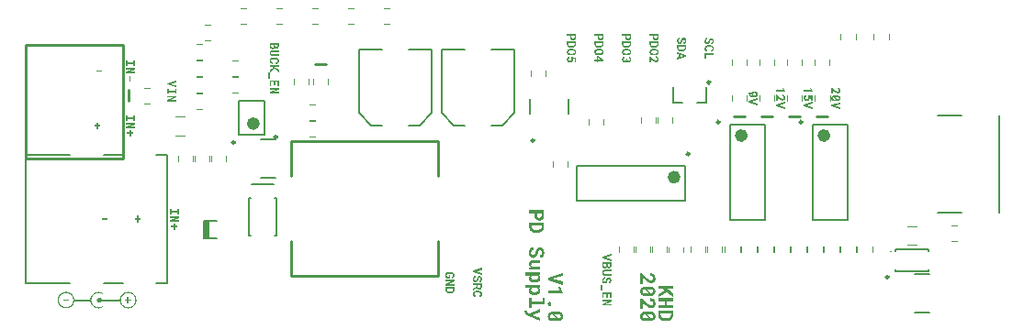
<source format=gto>
G04*
G04 #@! TF.GenerationSoftware,Altium Limited,Altium Designer,20.1.14 (287)*
G04*
G04 Layer_Color=65535*
%FSLAX25Y25*%
%MOIN*%
G70*
G04*
G04 #@! TF.SameCoordinates,CBDBEFF8-9AEE-4DE1-B039-B0D643503B7D*
G04*
G04*
G04 #@! TF.FilePolarity,Positive*
G04*
G01*
G75*
%ADD10C,0.00984*%
%ADD11C,0.00394*%
%ADD12C,0.02362*%
%ADD13C,0.01000*%
%ADD14C,0.00591*%
%ADD15C,0.00787*%
%ADD16C,0.00500*%
%ADD17R,0.02165X0.06299*%
G36*
X37339Y12547D02*
X37996D01*
Y12465D01*
X38242D01*
Y12383D01*
X38407D01*
Y12301D01*
X38571D01*
Y12218D01*
X38735D01*
Y12136D01*
X38900D01*
Y12054D01*
X38982D01*
Y11972D01*
X39064D01*
Y11890D01*
X39228D01*
Y11808D01*
X39310D01*
Y11725D01*
X39393D01*
Y11643D01*
Y11561D01*
X39557D01*
Y11479D01*
Y11397D01*
X39639D01*
Y11315D01*
X39721D01*
Y11232D01*
Y11150D01*
X39803D01*
Y11068D01*
X39886D01*
Y10986D01*
Y10904D01*
Y10822D01*
X39968D01*
Y10740D01*
X40050D01*
Y10657D01*
Y10575D01*
Y10493D01*
Y10411D01*
X40132D01*
Y10329D01*
Y10246D01*
Y10164D01*
Y10082D01*
Y10000D01*
Y9918D01*
X40214D01*
Y9836D01*
Y9753D01*
Y9671D01*
Y9589D01*
Y9507D01*
Y9425D01*
Y9343D01*
Y9261D01*
Y9178D01*
X40132D01*
Y9096D01*
Y9014D01*
Y8932D01*
Y8850D01*
Y8767D01*
X40050D01*
Y8685D01*
Y8603D01*
Y8521D01*
X39968D01*
Y8439D01*
X39886D01*
Y8357D01*
Y8275D01*
Y8192D01*
X39803D01*
Y8110D01*
Y8028D01*
X39721D01*
Y7946D01*
Y7864D01*
X39639D01*
Y7782D01*
X39557D01*
Y7699D01*
X39475D01*
Y7617D01*
X39393D01*
Y7535D01*
X39310D01*
Y7453D01*
Y7371D01*
X39146D01*
Y7289D01*
X39064D01*
Y7206D01*
X38982D01*
Y7124D01*
X38900D01*
Y7042D01*
X38735D01*
Y6960D01*
X38571D01*
Y6878D01*
X38407D01*
Y6796D01*
X38242D01*
Y6713D01*
X37914D01*
Y6631D01*
X37339D01*
Y6549D01*
X37010D01*
Y6631D01*
X36435D01*
Y6713D01*
X36106D01*
Y6796D01*
X35942D01*
Y6878D01*
X35777D01*
Y6960D01*
X35613D01*
Y7042D01*
X35449D01*
Y7124D01*
X35367D01*
Y7206D01*
X35202D01*
Y7289D01*
X35120D01*
Y7371D01*
X35038D01*
Y7453D01*
X34956D01*
Y7535D01*
X34874D01*
Y7617D01*
X34791D01*
Y7699D01*
X34709D01*
Y7782D01*
Y7864D01*
X34627D01*
Y7946D01*
Y8028D01*
X34545D01*
Y8110D01*
Y8192D01*
X34463D01*
Y8275D01*
Y8357D01*
X34381D01*
Y8439D01*
X34299D01*
Y8521D01*
Y8603D01*
Y8685D01*
X34216D01*
Y8767D01*
Y8850D01*
Y8932D01*
Y9014D01*
Y9096D01*
X34134D01*
Y9178D01*
X34052D01*
Y9261D01*
X33970D01*
Y9178D01*
X33888D01*
Y9261D01*
X27643D01*
Y9178D01*
X27479D01*
Y9096D01*
Y9014D01*
X27397D01*
Y8932D01*
X27315D01*
Y8850D01*
X27232D01*
Y8767D01*
X27150D01*
Y8685D01*
X26247D01*
Y8767D01*
X26164D01*
Y8850D01*
X26082D01*
Y8932D01*
X26000D01*
Y9014D01*
X25918D01*
Y9096D01*
Y9178D01*
X25836D01*
Y9261D01*
Y9343D01*
Y9425D01*
X25754D01*
Y9507D01*
Y9589D01*
Y9671D01*
X25836D01*
Y9753D01*
X25918D01*
Y9836D01*
Y9918D01*
Y10000D01*
X26000D01*
Y10082D01*
Y10164D01*
X26082D01*
Y10246D01*
X26247D01*
Y10329D01*
X26493D01*
Y10411D01*
X26904D01*
Y10329D01*
X27150D01*
Y10246D01*
X27315D01*
Y10164D01*
X27397D01*
Y10082D01*
Y10000D01*
X27479D01*
Y9918D01*
X27561D01*
Y9836D01*
Y9753D01*
Y9671D01*
X34052D01*
Y9753D01*
X34134D01*
Y9836D01*
Y9918D01*
Y10000D01*
X34216D01*
Y10082D01*
Y10164D01*
Y10246D01*
Y10329D01*
Y10411D01*
Y10493D01*
X34299D01*
Y10575D01*
Y10657D01*
Y10740D01*
X34381D01*
Y10822D01*
Y10904D01*
X34463D01*
Y10986D01*
Y11068D01*
X34545D01*
Y11150D01*
Y11232D01*
X34627D01*
Y11315D01*
X34709D01*
Y11397D01*
X34791D01*
Y11479D01*
X34874D01*
Y11561D01*
Y11643D01*
X34956D01*
Y11725D01*
X35038D01*
Y11808D01*
X35120D01*
Y11890D01*
X35284D01*
Y11972D01*
X35367D01*
Y12054D01*
X35449D01*
Y12136D01*
X35531D01*
Y12218D01*
X35695D01*
Y12301D01*
X35942D01*
Y12383D01*
X36106D01*
Y12465D01*
X36353D01*
Y12547D01*
X36928D01*
Y12629D01*
X37339D01*
Y12547D01*
D02*
G37*
G36*
X26657D02*
X27232D01*
Y12465D01*
X27479D01*
Y12383D01*
X27643D01*
Y12301D01*
X27808D01*
Y12218D01*
X27972D01*
Y12136D01*
X28054D01*
Y12054D01*
X28136D01*
Y11972D01*
Y11890D01*
Y11808D01*
Y11725D01*
Y11643D01*
Y11561D01*
X28054D01*
Y11643D01*
X27890D01*
Y11725D01*
Y11808D01*
X27643D01*
Y11890D01*
X27561D01*
Y11972D01*
X27315D01*
Y12054D01*
X27232D01*
Y12136D01*
X26904D01*
Y12218D01*
X25918D01*
Y12136D01*
X25671D01*
Y12054D01*
X25507D01*
Y11972D01*
X25343D01*
Y11890D01*
X25096D01*
Y11808D01*
X25014D01*
Y11725D01*
X24932D01*
Y11643D01*
X24768D01*
Y11561D01*
X24685D01*
Y11479D01*
X24603D01*
Y11397D01*
Y11315D01*
X24439D01*
Y11232D01*
Y11150D01*
X24357D01*
Y11068D01*
X24275D01*
Y10986D01*
Y10904D01*
X24192D01*
Y10822D01*
X24110D01*
Y10740D01*
Y10657D01*
X24028D01*
Y10575D01*
Y10493D01*
Y10411D01*
X23946D01*
Y10329D01*
Y10246D01*
Y10164D01*
X23864D01*
Y10082D01*
Y10000D01*
Y9918D01*
Y9836D01*
Y9753D01*
X23782D01*
Y9671D01*
Y9589D01*
Y9507D01*
X23864D01*
Y9425D01*
Y9343D01*
Y9261D01*
Y9178D01*
Y9096D01*
X23946D01*
Y9014D01*
Y8932D01*
Y8850D01*
Y8767D01*
X24028D01*
Y8685D01*
Y8603D01*
Y8521D01*
X24110D01*
Y8439D01*
Y8357D01*
X24192D01*
Y8275D01*
X24275D01*
Y8192D01*
Y8110D01*
X24357D01*
Y8028D01*
Y7946D01*
X24439D01*
Y7864D01*
X24521D01*
Y7782D01*
X24603D01*
Y7699D01*
X24685D01*
Y7617D01*
X24768D01*
Y7535D01*
X24850D01*
Y7453D01*
X25014D01*
Y7371D01*
X25178D01*
Y7289D01*
X25260D01*
Y7206D01*
X25425D01*
Y7124D01*
X25671D01*
Y7042D01*
X26082D01*
Y6960D01*
X26739D01*
Y7042D01*
X27150D01*
Y7124D01*
X27397D01*
Y7206D01*
X27479D01*
Y7289D01*
X27725D01*
Y7371D01*
X27808D01*
Y7453D01*
X27972D01*
Y7535D01*
X28054D01*
Y7617D01*
X28136D01*
Y7535D01*
Y7453D01*
Y7371D01*
Y7289D01*
Y7206D01*
Y7124D01*
Y7042D01*
X27972D01*
Y6960D01*
X27808D01*
Y6878D01*
X27643D01*
Y6796D01*
X27479D01*
Y6713D01*
X27150D01*
Y6631D01*
X26575D01*
Y6549D01*
X26329D01*
Y6631D01*
X25754D01*
Y6713D01*
X25343D01*
Y6796D01*
X25178D01*
Y6878D01*
X25014D01*
Y6960D01*
X24932D01*
Y7042D01*
X24768D01*
Y7124D01*
X24603D01*
Y7206D01*
X24521D01*
Y7289D01*
X24439D01*
Y7371D01*
X24357D01*
Y7453D01*
X24275D01*
Y7535D01*
X24192D01*
Y7617D01*
X24110D01*
Y7699D01*
X24028D01*
Y7782D01*
Y7864D01*
X23946D01*
Y7946D01*
X23864D01*
Y8028D01*
X23782D01*
Y8110D01*
Y8192D01*
X23699D01*
Y8275D01*
Y8357D01*
Y8439D01*
X23617D01*
Y8521D01*
Y8603D01*
Y8685D01*
X23535D01*
Y8767D01*
X23453D01*
Y8850D01*
Y8932D01*
Y9014D01*
Y9096D01*
Y9178D01*
X23371D01*
Y9261D01*
X17702D01*
Y9178D01*
X17619D01*
Y9096D01*
Y9014D01*
Y8932D01*
X17537D01*
Y8850D01*
Y8767D01*
Y8685D01*
X17455D01*
Y8603D01*
Y8521D01*
Y8439D01*
Y8357D01*
X17373D01*
Y8275D01*
Y8192D01*
X17291D01*
Y8110D01*
X17209D01*
Y8028D01*
Y7946D01*
X17126D01*
Y7864D01*
Y7782D01*
X17044D01*
Y7699D01*
X16962D01*
Y7617D01*
X16880D01*
Y7535D01*
X16798D01*
Y7453D01*
X16715D01*
Y7371D01*
X16633D01*
Y7289D01*
X16551D01*
Y7206D01*
X16469D01*
Y7124D01*
X16305D01*
Y7042D01*
X16223D01*
Y6960D01*
X16058D01*
Y6878D01*
X15894D01*
Y6796D01*
X15730D01*
Y6713D01*
X15319D01*
Y6631D01*
X14744D01*
Y6549D01*
X14497D01*
Y6631D01*
X13922D01*
Y6713D01*
X13593D01*
Y6796D01*
X13429D01*
Y6878D01*
X13265D01*
Y6960D01*
X13100D01*
Y7042D01*
X12936D01*
Y7124D01*
X12772D01*
Y7206D01*
X12689D01*
Y7289D01*
X12607D01*
Y7371D01*
X12525D01*
Y7453D01*
X12443D01*
Y7535D01*
X12361D01*
Y7617D01*
X12279D01*
Y7699D01*
X12197D01*
Y7782D01*
Y7864D01*
X12114D01*
Y7946D01*
X12032D01*
Y8028D01*
Y8110D01*
X11950D01*
Y8192D01*
X11868D01*
Y8275D01*
Y8357D01*
Y8439D01*
X11786D01*
Y8521D01*
Y8603D01*
Y8685D01*
X11704D01*
Y8767D01*
Y8850D01*
X11621D01*
Y8932D01*
Y9014D01*
Y9096D01*
Y9178D01*
Y9261D01*
Y9343D01*
Y9425D01*
Y9507D01*
Y9589D01*
Y9671D01*
Y9753D01*
Y9836D01*
Y9918D01*
Y10000D01*
Y10082D01*
Y10164D01*
Y10246D01*
Y10329D01*
X11704D01*
Y10411D01*
X11786D01*
Y10493D01*
Y10575D01*
Y10657D01*
Y10740D01*
X11868D01*
Y10822D01*
Y10904D01*
X11950D01*
Y10986D01*
Y11068D01*
Y11150D01*
X12032D01*
Y11232D01*
X12114D01*
Y11315D01*
Y11397D01*
X12197D01*
Y11479D01*
X12279D01*
Y11561D01*
X12361D01*
Y11643D01*
X12443D01*
Y11725D01*
X12525D01*
Y11808D01*
X12607D01*
Y11890D01*
X12689D01*
Y11972D01*
X12854D01*
Y12054D01*
X12936D01*
Y12136D01*
X13018D01*
Y12218D01*
X13183D01*
Y12301D01*
X13429D01*
Y12383D01*
X13593D01*
Y12465D01*
X13840D01*
Y12547D01*
X14415D01*
Y12629D01*
X14497D01*
Y12547D01*
X14579D01*
Y12629D01*
X14826D01*
Y12547D01*
X15483D01*
Y12465D01*
X15647D01*
Y12383D01*
X15894D01*
Y12301D01*
X16058D01*
Y12218D01*
X16223D01*
Y12136D01*
X16305D01*
Y12054D01*
X16469D01*
Y11972D01*
X16551D01*
Y11890D01*
X16633D01*
Y11808D01*
X16798D01*
Y11725D01*
X16880D01*
Y11643D01*
Y11561D01*
X16962D01*
Y11479D01*
X17044D01*
Y11397D01*
X17126D01*
Y11315D01*
Y11232D01*
X17209D01*
Y11150D01*
Y11068D01*
X17291D01*
Y10986D01*
X17373D01*
Y10904D01*
Y10822D01*
X17455D01*
Y10740D01*
Y10657D01*
Y10575D01*
X17537D01*
Y10493D01*
Y10411D01*
Y10329D01*
Y10246D01*
X17619D01*
Y10164D01*
Y10082D01*
Y10000D01*
Y9918D01*
X17702D01*
Y9836D01*
Y9753D01*
X17866D01*
Y9671D01*
X17948D01*
Y9753D01*
X18770D01*
Y9671D01*
X23371D01*
Y9753D01*
Y9836D01*
Y9918D01*
Y10000D01*
X23453D01*
Y10082D01*
Y10164D01*
Y10246D01*
Y10329D01*
X23535D01*
Y10411D01*
Y10493D01*
Y10575D01*
X23617D01*
Y10657D01*
Y10740D01*
Y10822D01*
X23699D01*
Y10904D01*
Y10986D01*
X23782D01*
Y11068D01*
Y11150D01*
X23864D01*
Y11232D01*
Y11315D01*
X23946D01*
Y11397D01*
X24028D01*
Y11479D01*
X24110D01*
Y11561D01*
X24192D01*
Y11643D01*
X24275D01*
Y11725D01*
X24357D01*
Y11808D01*
X24439D01*
Y11890D01*
X24521D01*
Y11972D01*
X24603D01*
Y12054D01*
X24768D01*
Y12136D01*
X24850D01*
Y12218D01*
X25014D01*
Y12301D01*
X25178D01*
Y12383D01*
X25425D01*
Y12465D01*
X25589D01*
Y12547D01*
X26247D01*
Y12629D01*
X26657D01*
Y12547D01*
D02*
G37*
G36*
X188095Y40393D02*
X188086Y40310D01*
X188077Y40199D01*
X188068Y40078D01*
X188040Y39940D01*
X188012Y39810D01*
X187966Y39671D01*
X187957Y39653D01*
X187938Y39607D01*
X187910Y39542D01*
X187873Y39459D01*
X187818Y39366D01*
X187762Y39265D01*
X187688Y39163D01*
X187605Y39061D01*
X187596Y39052D01*
X187568Y39024D01*
X187522Y38978D01*
X187457Y38922D01*
X187374Y38857D01*
X187281Y38793D01*
X187180Y38737D01*
X187059Y38682D01*
X187041Y38673D01*
X187004Y38663D01*
X186939Y38636D01*
X186856Y38608D01*
X186754Y38589D01*
X186634Y38561D01*
X186495Y38552D01*
X186356Y38543D01*
X186338D01*
X186292D01*
X186227Y38552D01*
X186134Y38561D01*
X186033Y38580D01*
X185922Y38598D01*
X185811Y38636D01*
X185690Y38682D01*
X185681Y38691D01*
X185635Y38710D01*
X185579Y38737D01*
X185505Y38774D01*
X185422Y38830D01*
X185339Y38895D01*
X185246Y38969D01*
X185154Y39061D01*
X185145Y39070D01*
X185117Y39107D01*
X185080Y39163D01*
X185024Y39228D01*
X184969Y39320D01*
X184913Y39422D01*
X184858Y39542D01*
X184802Y39671D01*
X184793Y39690D01*
X184784Y39736D01*
X184765Y39810D01*
X184747Y39903D01*
X184719Y40023D01*
X184701Y40152D01*
X184691Y40301D01*
X184682Y40467D01*
Y41272D01*
X182712D01*
Y42308D01*
X188095D01*
Y40393D01*
D02*
G37*
G36*
Y36369D02*
X188086Y36268D01*
X188077Y36138D01*
X188049Y35990D01*
X188021Y35824D01*
X187975Y35657D01*
X187910Y35491D01*
Y35481D01*
X187901Y35472D01*
X187873Y35416D01*
X187836Y35333D01*
X187781Y35232D01*
X187707Y35120D01*
X187614Y34991D01*
X187513Y34871D01*
X187392Y34751D01*
X187374Y34732D01*
X187337Y34695D01*
X187263Y34639D01*
X187170Y34575D01*
X187059Y34492D01*
X186930Y34418D01*
X186782Y34334D01*
X186615Y34269D01*
X186606D01*
X186597Y34260D01*
X186569Y34251D01*
X186532Y34242D01*
X186440Y34214D01*
X186319Y34186D01*
X186171Y34159D01*
X186005Y34131D01*
X185820Y34112D01*
X185616Y34103D01*
X185172D01*
X185163D01*
X185145D01*
X185117D01*
X185080D01*
X184978Y34112D01*
X184839Y34122D01*
X184691Y34140D01*
X184525Y34177D01*
X184349Y34214D01*
X184173Y34269D01*
X184164D01*
X184155Y34279D01*
X184099Y34297D01*
X184016Y34334D01*
X183905Y34390D01*
X183785Y34455D01*
X183655Y34538D01*
X183526Y34630D01*
X183396Y34741D01*
X183378Y34751D01*
X183341Y34797D01*
X183285Y34861D01*
X183211Y34945D01*
X183128Y35056D01*
X183045Y35176D01*
X182962Y35315D01*
X182888Y35472D01*
X182878Y35491D01*
X182860Y35546D01*
X182832Y35629D01*
X182804Y35750D01*
X182767Y35888D01*
X182740Y36046D01*
X182721Y36221D01*
X182712Y36406D01*
Y37859D01*
X188095D01*
Y36369D01*
D02*
G37*
G36*
X184377Y27887D02*
X184368D01*
X184340D01*
X184294Y27878D01*
X184238Y27869D01*
X184099Y27850D01*
X183961Y27804D01*
X183951D01*
X183933Y27785D01*
X183896Y27767D01*
X183859Y27748D01*
X183766Y27674D01*
X183674Y27582D01*
Y27573D01*
X183655Y27554D01*
X183637Y27526D01*
X183609Y27489D01*
X183554Y27378D01*
X183507Y27249D01*
Y27240D01*
X183498Y27212D01*
X183489Y27175D01*
Y27119D01*
X183480Y27064D01*
X183470Y26990D01*
X183461Y26823D01*
Y26749D01*
X183470Y26694D01*
X183480Y26574D01*
X183507Y26453D01*
Y26444D01*
X183517Y26425D01*
X183526Y26398D01*
X183544Y26361D01*
X183581Y26278D01*
X183637Y26185D01*
Y26176D01*
X183655Y26166D01*
X183702Y26120D01*
X183766Y26065D01*
X183850Y26019D01*
X183859D01*
X183868Y26009D01*
X183924Y25982D01*
X184007Y25963D01*
X184109Y25954D01*
X184118D01*
X184136D01*
X184164D01*
X184201Y25963D01*
X184284Y25972D01*
X184377Y26009D01*
X184386D01*
X184395Y26019D01*
X184460Y26046D01*
X184534Y26102D01*
X184617Y26176D01*
X184627Y26185D01*
X184636Y26194D01*
X184654Y26222D01*
X184682Y26259D01*
X184747Y26361D01*
X184812Y26490D01*
Y26500D01*
X184830Y26527D01*
X184849Y26564D01*
X184867Y26620D01*
X184895Y26694D01*
X184923Y26777D01*
X184960Y26869D01*
X184987Y26971D01*
Y26990D01*
X185006Y27027D01*
X185024Y27101D01*
X185052Y27184D01*
X185089Y27286D01*
X185126Y27406D01*
X185219Y27646D01*
X185228Y27656D01*
X185246Y27702D01*
X185274Y27757D01*
X185320Y27832D01*
X185367Y27924D01*
X185431Y28016D01*
X185570Y28211D01*
X185579Y28220D01*
X185607Y28248D01*
X185653Y28294D01*
X185709Y28350D01*
X185774Y28414D01*
X185857Y28479D01*
X185949Y28544D01*
X186042Y28599D01*
X186051Y28609D01*
X186088Y28618D01*
X186153Y28646D01*
X186227Y28664D01*
X186319Y28692D01*
X186421Y28719D01*
X186541Y28729D01*
X186671Y28738D01*
X186689D01*
X186726D01*
X186791Y28729D01*
X186874Y28719D01*
X186976Y28701D01*
X187078Y28683D01*
X187189Y28646D01*
X187291Y28599D01*
X187300Y28590D01*
X187337Y28572D01*
X187392Y28534D01*
X187457Y28497D01*
X187531Y28433D01*
X187605Y28368D01*
X187688Y28294D01*
X187762Y28201D01*
X187772Y28192D01*
X187790Y28155D01*
X187827Y28100D01*
X187873Y28026D01*
X187920Y27942D01*
X187966Y27841D01*
X188012Y27720D01*
X188058Y27600D01*
X188068Y27582D01*
X188077Y27536D01*
X188095Y27471D01*
X188114Y27369D01*
X188132Y27258D01*
X188151Y27128D01*
X188169Y26990D01*
Y26768D01*
X188160Y26684D01*
X188151Y26583D01*
X188142Y26463D01*
X188114Y26342D01*
X188086Y26204D01*
X188040Y26074D01*
X188031Y26055D01*
X188021Y26019D01*
X187994Y25954D01*
X187957Y25870D01*
X187901Y25769D01*
X187846Y25676D01*
X187781Y25574D01*
X187698Y25473D01*
X187688Y25464D01*
X187661Y25427D01*
X187614Y25380D01*
X187550Y25325D01*
X187476Y25260D01*
X187392Y25195D01*
X187291Y25131D01*
X187180Y25075D01*
X187170Y25066D01*
X187124Y25056D01*
X187069Y25029D01*
X186985Y25001D01*
X186884Y24983D01*
X186773Y24955D01*
X186643Y24946D01*
X186514Y24936D01*
Y25945D01*
X186523D01*
X186541D01*
X186578Y25954D01*
X186625D01*
X186736Y25982D01*
X186847Y26019D01*
X186856D01*
X186874Y26028D01*
X186902Y26037D01*
X186939Y26055D01*
X187022Y26111D01*
X187106Y26185D01*
X187115Y26194D01*
X187124Y26204D01*
X187170Y26259D01*
X187226Y26351D01*
X187272Y26463D01*
Y26472D01*
X187281Y26490D01*
X187291Y26527D01*
X187309Y26574D01*
X187318Y26629D01*
X187328Y26703D01*
X187337Y26860D01*
Y26934D01*
X187328Y26981D01*
X187318Y27101D01*
X187281Y27230D01*
Y27240D01*
X187272Y27258D01*
X187263Y27286D01*
X187244Y27323D01*
X187207Y27406D01*
X187143Y27498D01*
X187124Y27517D01*
X187087Y27563D01*
X187022Y27619D01*
X186930Y27665D01*
X186921D01*
X186911Y27674D01*
X186856Y27693D01*
X186763Y27711D01*
X186662Y27720D01*
X186652D01*
X186634D01*
X186606D01*
X186569Y27711D01*
X186486Y27693D01*
X186393Y27646D01*
X186384D01*
X186375Y27628D01*
X186319Y27591D01*
X186245Y27526D01*
X186171Y27434D01*
Y27424D01*
X186153Y27406D01*
X186134Y27378D01*
X186107Y27332D01*
X186079Y27286D01*
X186051Y27221D01*
X185986Y27082D01*
Y27073D01*
X185977Y27045D01*
X185959Y26999D01*
X185940Y26943D01*
X185922Y26869D01*
X185894Y26796D01*
X185838Y26610D01*
Y26592D01*
X185820Y26546D01*
X185801Y26481D01*
X185764Y26388D01*
X185727Y26287D01*
X185690Y26166D01*
X185579Y25935D01*
X185570Y25917D01*
X185552Y25880D01*
X185515Y25824D01*
X185478Y25750D01*
X185422Y25667D01*
X185357Y25574D01*
X185209Y25399D01*
X185200Y25390D01*
X185172Y25362D01*
X185126Y25325D01*
X185071Y25269D01*
X184997Y25214D01*
X184913Y25158D01*
X184821Y25103D01*
X184719Y25056D01*
X184710Y25047D01*
X184673Y25038D01*
X184617Y25019D01*
X184543Y24992D01*
X184451Y24964D01*
X184349Y24946D01*
X184238Y24936D01*
X184118Y24927D01*
X184099D01*
X184062D01*
X183988Y24936D01*
X183905Y24946D01*
X183813Y24964D01*
X183702Y24992D01*
X183600Y25029D01*
X183489Y25075D01*
X183480Y25084D01*
X183443Y25103D01*
X183387Y25131D01*
X183322Y25177D01*
X183248Y25232D01*
X183174Y25297D01*
X183091Y25371D01*
X183017Y25464D01*
X183008Y25473D01*
X182989Y25510D01*
X182952Y25565D01*
X182915Y25630D01*
X182869Y25723D01*
X182823Y25824D01*
X182777Y25935D01*
X182740Y26065D01*
Y26083D01*
X182721Y26120D01*
X182712Y26194D01*
X182693Y26287D01*
X182675Y26398D01*
X182666Y26527D01*
X182647Y26675D01*
Y26916D01*
X182656Y26981D01*
Y27055D01*
X182666Y27147D01*
X182693Y27332D01*
Y27341D01*
X182703Y27378D01*
X182712Y27424D01*
X182721Y27489D01*
X182740Y27563D01*
X182767Y27637D01*
X182823Y27813D01*
X182832Y27822D01*
X182841Y27850D01*
X182860Y27896D01*
X182888Y27952D01*
X182925Y28016D01*
X182971Y28091D01*
X183063Y28248D01*
X183073Y28257D01*
X183091Y28275D01*
X183119Y28313D01*
X183165Y28359D01*
X183267Y28470D01*
X183396Y28590D01*
X183406Y28599D01*
X183433Y28618D01*
X183470Y28646D01*
X183526Y28673D01*
X183591Y28710D01*
X183665Y28747D01*
X183831Y28821D01*
X183840D01*
X183877Y28831D01*
X183924Y28849D01*
X183998Y28858D01*
X184072Y28877D01*
X184164Y28895D01*
X184377Y28905D01*
Y27887D01*
D02*
G37*
G36*
X186708Y23105D02*
X184331D01*
X184321D01*
X184294D01*
X184247D01*
X184192D01*
X184062Y23096D01*
X183924Y23077D01*
X183914D01*
X183896Y23068D01*
X183868Y23058D01*
X183831Y23049D01*
X183739Y23012D01*
X183655Y22966D01*
X183637Y22948D01*
X183600Y22910D01*
X183554Y22846D01*
X183507Y22762D01*
Y22753D01*
X183498Y22735D01*
X183489Y22707D01*
Y22670D01*
X183470Y22578D01*
X183461Y22448D01*
Y22392D01*
X183470Y22337D01*
X183480Y22272D01*
X183517Y22106D01*
X183544Y22023D01*
X183581Y21948D01*
X183591Y21939D01*
X183600Y21921D01*
X183628Y21884D01*
X183665Y21837D01*
X183711Y21791D01*
X183766Y21745D01*
X183831Y21699D01*
X183905Y21662D01*
X186708D01*
Y20626D01*
X182712D01*
Y21560D01*
X183267Y21615D01*
X183258Y21625D01*
X183221Y21653D01*
X183165Y21699D01*
X183100Y21754D01*
X183026Y21828D01*
X182943Y21912D01*
X182869Y22004D01*
X182804Y22106D01*
X182795Y22115D01*
X182777Y22152D01*
X182749Y22217D01*
X182721Y22291D01*
X182693Y22383D01*
X182666Y22494D01*
X182647Y22605D01*
X182638Y22735D01*
Y22790D01*
X182647Y22846D01*
Y22920D01*
X182656Y23012D01*
X182675Y23105D01*
X182730Y23308D01*
X182740Y23317D01*
X182749Y23355D01*
X182767Y23401D01*
X182804Y23456D01*
X182841Y23530D01*
X182897Y23604D01*
X182952Y23678D01*
X183026Y23752D01*
X183036Y23762D01*
X183063Y23780D01*
X183110Y23817D01*
X183174Y23854D01*
X183248Y23900D01*
X183341Y23946D01*
X183443Y23993D01*
X183563Y24039D01*
X183581D01*
X183618Y24058D01*
X183692Y24067D01*
X183785Y24085D01*
X183896Y24104D01*
X184025Y24122D01*
X184173Y24132D01*
X184340Y24141D01*
X186708D01*
Y23105D01*
D02*
G37*
G36*
Y18665D02*
X186319Y18628D01*
X186329Y18619D01*
X186356Y18591D01*
X186393Y18554D01*
X186449Y18507D01*
X186504Y18443D01*
X186560Y18369D01*
X186615Y18285D01*
X186662Y18193D01*
X186671Y18184D01*
X186680Y18147D01*
X186699Y18091D01*
X186726Y18017D01*
X186745Y17934D01*
X186763Y17832D01*
X186773Y17721D01*
X186782Y17601D01*
Y17536D01*
X186773Y17462D01*
X186763Y17379D01*
X186745Y17268D01*
X186717Y17157D01*
X186680Y17046D01*
X186634Y16935D01*
X186625Y16926D01*
X186606Y16889D01*
X186578Y16833D01*
X186532Y16759D01*
X186477Y16685D01*
X186403Y16602D01*
X186319Y16519D01*
X186227Y16435D01*
X186218Y16426D01*
X186181Y16398D01*
X186125Y16362D01*
X186042Y16325D01*
X185949Y16269D01*
X185838Y16223D01*
X185718Y16176D01*
X185579Y16130D01*
X185561Y16121D01*
X185515Y16112D01*
X185431Y16093D01*
X185330Y16075D01*
X185209Y16056D01*
X185071Y16047D01*
X184913Y16028D01*
X184747D01*
X184673D01*
X184664D01*
X184654D01*
X184599D01*
X184516Y16038D01*
X184405D01*
X184284Y16056D01*
X184146Y16075D01*
X184007Y16093D01*
X183859Y16130D01*
X183840D01*
X183794Y16149D01*
X183729Y16176D01*
X183637Y16204D01*
X183535Y16251D01*
X183433Y16306D01*
X183322Y16362D01*
X183211Y16435D01*
X183202Y16445D01*
X183165Y16473D01*
X183119Y16510D01*
X183054Y16565D01*
X182989Y16639D01*
X182915Y16722D01*
X182851Y16824D01*
X182786Y16926D01*
X182777Y16935D01*
X182767Y16972D01*
X182740Y17037D01*
X182712Y17120D01*
X182684Y17212D01*
X182666Y17323D01*
X182647Y17453D01*
X182638Y17592D01*
Y17647D01*
X182647Y17703D01*
X182656Y17786D01*
X182666Y17869D01*
X182684Y17971D01*
X182712Y18073D01*
X182749Y18165D01*
X182758Y18174D01*
X182767Y18202D01*
X182795Y18248D01*
X182832Y18304D01*
X182925Y18443D01*
X183054Y18582D01*
X181176D01*
Y19617D01*
X186708D01*
Y18665D01*
D02*
G37*
G36*
X194926Y18360D02*
X191041Y17351D01*
X194926Y16334D01*
Y15187D01*
X189542Y16824D01*
Y17878D01*
X194926Y19507D01*
Y18360D01*
D02*
G37*
G36*
Y12097D02*
Y12042D01*
X189542D01*
Y13078D01*
X193668D01*
X193177Y14437D01*
X194075D01*
X194926Y12097D01*
D02*
G37*
G36*
X186708Y14123D02*
X186319Y14086D01*
X186329Y14077D01*
X186356Y14049D01*
X186393Y14012D01*
X186449Y13966D01*
X186504Y13901D01*
X186560Y13827D01*
X186615Y13744D01*
X186662Y13651D01*
X186671Y13642D01*
X186680Y13605D01*
X186699Y13550D01*
X186726Y13476D01*
X186745Y13392D01*
X186763Y13291D01*
X186773Y13180D01*
X186782Y13059D01*
Y12994D01*
X186773Y12921D01*
X186763Y12837D01*
X186745Y12726D01*
X186717Y12615D01*
X186680Y12504D01*
X186634Y12393D01*
X186625Y12384D01*
X186606Y12347D01*
X186578Y12291D01*
X186532Y12218D01*
X186477Y12144D01*
X186403Y12060D01*
X186319Y11977D01*
X186227Y11894D01*
X186218Y11885D01*
X186181Y11857D01*
X186125Y11820D01*
X186042Y11783D01*
X185949Y11727D01*
X185838Y11681D01*
X185718Y11635D01*
X185579Y11588D01*
X185561Y11579D01*
X185515Y11570D01*
X185431Y11552D01*
X185330Y11533D01*
X185209Y11514D01*
X185071Y11505D01*
X184913Y11487D01*
X184747D01*
X184673D01*
X184664D01*
X184654D01*
X184599D01*
X184516Y11496D01*
X184405D01*
X184284Y11514D01*
X184146Y11533D01*
X184007Y11552D01*
X183859Y11588D01*
X183840D01*
X183794Y11607D01*
X183729Y11635D01*
X183637Y11663D01*
X183535Y11709D01*
X183433Y11764D01*
X183322Y11820D01*
X183211Y11894D01*
X183202Y11903D01*
X183165Y11931D01*
X183119Y11968D01*
X183054Y12023D01*
X182989Y12097D01*
X182915Y12180D01*
X182851Y12282D01*
X182786Y12384D01*
X182777Y12393D01*
X182767Y12430D01*
X182740Y12495D01*
X182712Y12578D01*
X182684Y12671D01*
X182666Y12782D01*
X182647Y12911D01*
X182638Y13050D01*
Y13105D01*
X182647Y13161D01*
X182656Y13244D01*
X182666Y13328D01*
X182684Y13429D01*
X182712Y13531D01*
X182749Y13623D01*
X182758Y13633D01*
X182767Y13660D01*
X182795Y13707D01*
X182832Y13762D01*
X182925Y13901D01*
X183054Y14040D01*
X181176D01*
Y15076D01*
X186708D01*
Y14123D01*
D02*
G37*
G36*
X188391Y8092D02*
X183544D01*
Y6945D01*
X182712D01*
Y10330D01*
X183544D01*
Y9128D01*
X187550D01*
Y10330D01*
X188391D01*
Y8092D01*
D02*
G37*
G36*
X190217Y8971D02*
X190301Y8962D01*
X190393Y8934D01*
X190402D01*
X190412Y8924D01*
X190467Y8897D01*
X190541Y8850D01*
X190615Y8786D01*
X190634Y8767D01*
X190671Y8721D01*
X190717Y8656D01*
X190754Y8564D01*
Y8555D01*
X190763Y8536D01*
X190772Y8518D01*
X190782Y8480D01*
X190800Y8388D01*
X190809Y8268D01*
Y8212D01*
X190800Y8166D01*
X190791Y8073D01*
X190754Y7972D01*
Y7963D01*
X190745Y7944D01*
X190717Y7888D01*
X190680Y7814D01*
X190615Y7740D01*
X190597Y7722D01*
X190550Y7685D01*
X190486Y7639D01*
X190393Y7602D01*
X190384D01*
X190375Y7593D01*
X190319Y7574D01*
X190236Y7555D01*
X190134Y7546D01*
X190125D01*
X190106D01*
X190088D01*
X190051Y7555D01*
X189958Y7565D01*
X189866Y7602D01*
X189857D01*
X189847Y7611D01*
X189792Y7639D01*
X189727Y7676D01*
X189653Y7740D01*
X189644Y7759D01*
X189607Y7805D01*
X189561Y7879D01*
X189524Y7972D01*
Y7981D01*
X189514Y7990D01*
X189505Y8018D01*
X189496Y8055D01*
X189477Y8147D01*
X189468Y8268D01*
Y8323D01*
X189477Y8370D01*
X189496Y8462D01*
X189524Y8564D01*
Y8573D01*
X189533Y8582D01*
X189561Y8638D01*
X189598Y8712D01*
X189653Y8786D01*
X189672Y8804D01*
X189718Y8841D01*
X189783Y8888D01*
X189866Y8934D01*
X189875D01*
X189884Y8943D01*
X189912Y8952D01*
X189949D01*
X190032Y8971D01*
X190134Y8980D01*
X190143D01*
X190162D01*
X190180D01*
X190217Y8971D01*
D02*
G37*
G36*
X186708Y5206D02*
X184386Y4299D01*
X183961Y4179D01*
X186708Y3115D01*
Y1978D01*
X182120Y4013D01*
X182111D01*
X182092Y4022D01*
X182064Y4041D01*
X182018Y4059D01*
X181916Y4115D01*
X181787Y4188D01*
X181778D01*
X181759Y4207D01*
X181722Y4225D01*
X181685Y4262D01*
X181574Y4337D01*
X181463Y4448D01*
X181454Y4457D01*
X181435Y4475D01*
X181408Y4512D01*
X181371Y4558D01*
X181334Y4614D01*
X181287Y4679D01*
X181204Y4836D01*
Y4845D01*
X181186Y4873D01*
X181176Y4919D01*
X181158Y4984D01*
X181139Y5067D01*
X181121Y5160D01*
X181112Y5262D01*
X181102Y5373D01*
Y5465D01*
X181112Y5511D01*
Y5585D01*
X181121Y5632D01*
Y5641D01*
X181130Y5669D01*
X181139Y5706D01*
X181149Y5752D01*
Y5761D01*
X181158Y5789D01*
X181167Y5826D01*
X181176Y5872D01*
X181963Y5742D01*
Y5650D01*
X181953Y5585D01*
Y5530D01*
X181944Y5474D01*
Y5410D01*
X181953Y5354D01*
X181972Y5289D01*
X182018Y5215D01*
Y5206D01*
X182027Y5197D01*
X182064Y5160D01*
X182120Y5104D01*
X182185Y5049D01*
X182203Y5040D01*
X182240Y5012D01*
X182296Y4975D01*
X182351Y4947D01*
X182360Y4938D01*
X182388Y4919D01*
X182407Y4901D01*
X182416Y4882D01*
X182878Y4642D01*
X186708Y6335D01*
Y5206D01*
D02*
G37*
G36*
X193057Y5465D02*
X193187Y5456D01*
X193325Y5446D01*
X193483Y5419D01*
X193640Y5391D01*
X193797Y5354D01*
X193806D01*
X193816Y5345D01*
X193862Y5336D01*
X193936Y5308D01*
X194028Y5262D01*
X194139Y5215D01*
X194250Y5160D01*
X194361Y5086D01*
X194463Y5012D01*
X194472Y5003D01*
X194509Y4975D01*
X194556Y4919D01*
X194611Y4854D01*
X194676Y4771D01*
X194741Y4679D01*
X194805Y4577D01*
X194861Y4457D01*
X194870Y4438D01*
X194879Y4401D01*
X194907Y4337D01*
X194935Y4244D01*
X194953Y4133D01*
X194981Y4013D01*
X194990Y3874D01*
X195000Y3726D01*
Y3661D01*
X194990Y3578D01*
X194981Y3486D01*
X194963Y3365D01*
X194944Y3245D01*
X194907Y3115D01*
X194861Y2995D01*
X194852Y2977D01*
X194833Y2940D01*
X194805Y2884D01*
X194759Y2801D01*
X194704Y2718D01*
X194639Y2625D01*
X194556Y2533D01*
X194463Y2440D01*
X194454Y2431D01*
X194417Y2403D01*
X194361Y2357D01*
X194278Y2311D01*
X194186Y2255D01*
X194065Y2190D01*
X193936Y2135D01*
X193797Y2089D01*
X193779Y2080D01*
X193723Y2070D01*
X193640Y2052D01*
X193529Y2024D01*
X193399Y2005D01*
X193242Y1987D01*
X193066Y1978D01*
X192872Y1969D01*
X191586D01*
X191577D01*
X191568D01*
X191540D01*
X191503D01*
X191401Y1978D01*
X191281Y1987D01*
X191133Y1996D01*
X190985Y2015D01*
X190828Y2052D01*
X190671Y2089D01*
X190652Y2098D01*
X190606Y2107D01*
X190532Y2135D01*
X190439Y2181D01*
X190338Y2228D01*
X190227Y2283D01*
X190106Y2357D01*
X190005Y2440D01*
X189995Y2450D01*
X189958Y2477D01*
X189912Y2523D01*
X189857Y2588D01*
X189792Y2671D01*
X189718Y2764D01*
X189653Y2866D01*
X189598Y2986D01*
X189588Y3005D01*
X189579Y3042D01*
X189561Y3106D01*
X189533Y3199D01*
X189505Y3310D01*
X189487Y3430D01*
X189477Y3569D01*
X189468Y3717D01*
Y3782D01*
X189477Y3865D01*
X189487Y3957D01*
X189496Y4078D01*
X189524Y4198D01*
X189551Y4327D01*
X189598Y4448D01*
X189607Y4466D01*
X189625Y4503D01*
X189653Y4558D01*
X189699Y4642D01*
X189755Y4725D01*
X189829Y4817D01*
X189912Y4910D01*
X190005Y5003D01*
X190014Y5012D01*
X190051Y5040D01*
X190106Y5077D01*
X190190Y5132D01*
X190282Y5187D01*
X190402Y5243D01*
X190532Y5299D01*
X190671Y5354D01*
X190680D01*
X190689Y5363D01*
X190745Y5373D01*
X190828Y5391D01*
X190939Y5410D01*
X191068Y5437D01*
X191226Y5456D01*
X191401Y5465D01*
X191586Y5474D01*
X192872D01*
X192881D01*
X192900D01*
X192928D01*
X192965D01*
X193057Y5465D01*
D02*
G37*
G36*
X226904Y19381D02*
X226996Y19372D01*
X227098Y19362D01*
X227209Y19334D01*
X227329Y19307D01*
X227449Y19261D01*
X227468Y19251D01*
X227505Y19233D01*
X227560Y19205D01*
X227643Y19159D01*
X227727Y19103D01*
X227829Y19038D01*
X227921Y18965D01*
X228013Y18872D01*
X228023Y18863D01*
X228050Y18826D01*
X228097Y18770D01*
X228152Y18706D01*
X228208Y18613D01*
X228273Y18511D01*
X228337Y18400D01*
X228393Y18271D01*
X228402Y18252D01*
X228411Y18206D01*
X228439Y18132D01*
X228467Y18040D01*
X228485Y17929D01*
X228513Y17790D01*
X228522Y17642D01*
X228532Y17484D01*
Y17420D01*
X228522Y17336D01*
X228513Y17244D01*
X228504Y17133D01*
X228485Y17004D01*
X228448Y16883D01*
X228411Y16763D01*
X228402Y16745D01*
X228393Y16707D01*
X228365Y16652D01*
X228328Y16578D01*
X228282Y16486D01*
X228226Y16402D01*
X228162Y16310D01*
X228087Y16227D01*
X228078Y16217D01*
X228050Y16190D01*
X228004Y16152D01*
X227949Y16106D01*
X227875Y16051D01*
X227792Y15995D01*
X227699Y15949D01*
X227588Y15903D01*
X227579Y15893D01*
X227542Y15884D01*
X227477Y15866D01*
X227403Y15847D01*
X227310Y15829D01*
X227200Y15810D01*
X227079Y15792D01*
X226950D01*
X226940D01*
X226904D01*
X226857D01*
X226793Y15801D01*
X226709Y15810D01*
X226626Y15829D01*
X226441Y15875D01*
X226432D01*
X226404Y15893D01*
X226348Y15912D01*
X226293Y15940D01*
X226219Y15968D01*
X226136Y16014D01*
X225960Y16116D01*
X225951Y16125D01*
X225923Y16143D01*
X225877Y16180D01*
X225812Y16217D01*
X225738Y16273D01*
X225664Y16338D01*
X225479Y16486D01*
X225470Y16495D01*
X225442Y16522D01*
X225387Y16569D01*
X225322Y16624D01*
X225248Y16698D01*
X225165Y16772D01*
X224970Y16957D01*
X223897Y17975D01*
Y15607D01*
X223074D01*
Y19288D01*
X223768D01*
X225645Y17540D01*
X225655Y17531D01*
X225682Y17503D01*
X225729Y17466D01*
X225775Y17420D01*
X225904Y17309D01*
X226043Y17198D01*
X226052Y17188D01*
X226071Y17170D01*
X226108Y17152D01*
X226154Y17115D01*
X226265Y17050D01*
X226376Y16976D01*
X226385D01*
X226404Y16957D01*
X226432Y16948D01*
X226469Y16920D01*
X226552Y16883D01*
X226654Y16846D01*
X226663D01*
X226672Y16837D01*
X226737Y16828D01*
X226820Y16818D01*
X226913Y16809D01*
X226922D01*
X226940D01*
X226977D01*
X227014Y16818D01*
X227116Y16828D01*
X227227Y16865D01*
X227237D01*
X227255Y16874D01*
X227310Y16902D01*
X227394Y16939D01*
X227468Y17004D01*
X227477D01*
X227486Y17022D01*
X227523Y17068D01*
X227570Y17142D01*
X227616Y17235D01*
Y17244D01*
X227625Y17253D01*
X227634Y17281D01*
X227643Y17318D01*
X227662Y17411D01*
X227671Y17522D01*
Y17595D01*
X227662Y17670D01*
X227643Y17762D01*
X227616Y17864D01*
X227570Y17966D01*
X227514Y18067D01*
X227431Y18160D01*
X227421Y18169D01*
X227384Y18188D01*
X227338Y18225D01*
X227264Y18261D01*
X227172Y18298D01*
X227061Y18336D01*
X226922Y18354D01*
X226774Y18363D01*
Y19390D01*
X226793D01*
X226839D01*
X226904Y19381D01*
D02*
G37*
G36*
X226589Y14580D02*
X226718Y14571D01*
X226857Y14561D01*
X227014Y14534D01*
X227172Y14506D01*
X227329Y14469D01*
X227338D01*
X227347Y14460D01*
X227394Y14450D01*
X227468Y14423D01*
X227560Y14377D01*
X227671Y14330D01*
X227782Y14275D01*
X227893Y14201D01*
X227995Y14127D01*
X228004Y14118D01*
X228041Y14090D01*
X228087Y14034D01*
X228143Y13970D01*
X228208Y13886D01*
X228273Y13794D01*
X228337Y13692D01*
X228393Y13572D01*
X228402Y13553D01*
X228411Y13516D01*
X228439Y13452D01*
X228467Y13359D01*
X228485Y13248D01*
X228513Y13128D01*
X228522Y12989D01*
X228532Y12841D01*
Y12776D01*
X228522Y12693D01*
X228513Y12600D01*
X228495Y12480D01*
X228476Y12360D01*
X228439Y12230D01*
X228393Y12110D01*
X228383Y12092D01*
X228365Y12055D01*
X228337Y11999D01*
X228291Y11916D01*
X228236Y11833D01*
X228171Y11740D01*
X228087Y11648D01*
X227995Y11555D01*
X227986Y11546D01*
X227949Y11518D01*
X227893Y11472D01*
X227810Y11426D01*
X227717Y11370D01*
X227597Y11305D01*
X227468Y11250D01*
X227329Y11204D01*
X227310Y11195D01*
X227255Y11185D01*
X227172Y11167D01*
X227061Y11139D01*
X226931Y11120D01*
X226774Y11102D01*
X226598Y11093D01*
X226404Y11084D01*
X225118D01*
X225109D01*
X225100D01*
X225072D01*
X225035D01*
X224933Y11093D01*
X224813Y11102D01*
X224665Y11111D01*
X224517Y11130D01*
X224360Y11167D01*
X224202Y11204D01*
X224184Y11213D01*
X224138Y11222D01*
X224064Y11250D01*
X223971Y11296D01*
X223869Y11343D01*
X223759Y11398D01*
X223638Y11472D01*
X223536Y11555D01*
X223527Y11564D01*
X223490Y11592D01*
X223444Y11638D01*
X223389Y11703D01*
X223324Y11787D01*
X223250Y11879D01*
X223185Y11981D01*
X223130Y12101D01*
X223120Y12120D01*
X223111Y12156D01*
X223093Y12221D01*
X223065Y12314D01*
X223037Y12425D01*
X223019Y12545D01*
X223009Y12684D01*
X223000Y12832D01*
Y12897D01*
X223009Y12980D01*
X223019Y13072D01*
X223028Y13193D01*
X223056Y13313D01*
X223083Y13442D01*
X223130Y13563D01*
X223139Y13581D01*
X223157Y13618D01*
X223185Y13674D01*
X223231Y13757D01*
X223287Y13840D01*
X223361Y13932D01*
X223444Y14025D01*
X223536Y14118D01*
X223546Y14127D01*
X223583Y14154D01*
X223638Y14191D01*
X223722Y14247D01*
X223814Y14302D01*
X223934Y14358D01*
X224064Y14413D01*
X224202Y14469D01*
X224212D01*
X224221Y14478D01*
X224276Y14488D01*
X224360Y14506D01*
X224471Y14525D01*
X224600Y14552D01*
X224758Y14571D01*
X224933Y14580D01*
X225118Y14589D01*
X226404D01*
X226413D01*
X226432D01*
X226460D01*
X226497D01*
X226589Y14580D01*
D02*
G37*
G36*
X234992Y13784D02*
X232522D01*
X233179Y13294D01*
X234992Y11990D01*
Y10713D01*
X232605Y12527D01*
X229608Y10649D01*
Y11888D01*
X231819Y13220D01*
X231190Y13784D01*
X229608D01*
Y14830D01*
X234992D01*
Y13784D01*
D02*
G37*
G36*
X226904Y10297D02*
X226996Y10288D01*
X227098Y10279D01*
X227209Y10251D01*
X227329Y10223D01*
X227449Y10177D01*
X227468Y10168D01*
X227505Y10149D01*
X227560Y10121D01*
X227643Y10075D01*
X227727Y10020D01*
X227829Y9955D01*
X227921Y9881D01*
X228013Y9788D01*
X228023Y9779D01*
X228050Y9742D01*
X228097Y9687D01*
X228152Y9622D01*
X228208Y9529D01*
X228273Y9428D01*
X228337Y9317D01*
X228393Y9187D01*
X228402Y9169D01*
X228411Y9122D01*
X228439Y9048D01*
X228467Y8956D01*
X228485Y8845D01*
X228513Y8706D01*
X228522Y8558D01*
X228532Y8401D01*
Y8336D01*
X228522Y8253D01*
X228513Y8161D01*
X228504Y8049D01*
X228485Y7920D01*
X228448Y7800D01*
X228411Y7679D01*
X228402Y7661D01*
X228393Y7624D01*
X228365Y7569D01*
X228328Y7495D01*
X228282Y7402D01*
X228226Y7319D01*
X228162Y7226D01*
X228087Y7143D01*
X228078Y7134D01*
X228050Y7106D01*
X228004Y7069D01*
X227949Y7023D01*
X227875Y6967D01*
X227792Y6912D01*
X227699Y6865D01*
X227588Y6819D01*
X227579Y6810D01*
X227542Y6801D01*
X227477Y6782D01*
X227403Y6764D01*
X227310Y6745D01*
X227200Y6727D01*
X227079Y6708D01*
X226950D01*
X226940D01*
X226904D01*
X226857D01*
X226793Y6718D01*
X226709Y6727D01*
X226626Y6745D01*
X226441Y6792D01*
X226432D01*
X226404Y6810D01*
X226348Y6829D01*
X226293Y6856D01*
X226219Y6884D01*
X226136Y6930D01*
X225960Y7032D01*
X225951Y7041D01*
X225923Y7060D01*
X225877Y7097D01*
X225812Y7134D01*
X225738Y7189D01*
X225664Y7254D01*
X225479Y7402D01*
X225470Y7411D01*
X225442Y7439D01*
X225387Y7485D01*
X225322Y7541D01*
X225248Y7615D01*
X225165Y7689D01*
X224970Y7874D01*
X223897Y8891D01*
Y6523D01*
X223074D01*
Y10205D01*
X223768D01*
X225645Y8456D01*
X225655Y8447D01*
X225682Y8420D01*
X225729Y8382D01*
X225775Y8336D01*
X225904Y8225D01*
X226043Y8114D01*
X226052Y8105D01*
X226071Y8087D01*
X226108Y8068D01*
X226154Y8031D01*
X226265Y7966D01*
X226376Y7892D01*
X226385D01*
X226404Y7874D01*
X226432Y7864D01*
X226469Y7837D01*
X226552Y7800D01*
X226654Y7763D01*
X226663D01*
X226672Y7754D01*
X226737Y7744D01*
X226820Y7735D01*
X226913Y7726D01*
X226922D01*
X226940D01*
X226977D01*
X227014Y7735D01*
X227116Y7744D01*
X227227Y7781D01*
X227237D01*
X227255Y7790D01*
X227310Y7818D01*
X227394Y7855D01*
X227468Y7920D01*
X227477D01*
X227486Y7938D01*
X227523Y7985D01*
X227570Y8059D01*
X227616Y8151D01*
Y8161D01*
X227625Y8170D01*
X227634Y8197D01*
X227643Y8235D01*
X227662Y8327D01*
X227671Y8438D01*
Y8512D01*
X227662Y8586D01*
X227643Y8679D01*
X227616Y8780D01*
X227570Y8882D01*
X227514Y8984D01*
X227431Y9076D01*
X227421Y9086D01*
X227384Y9104D01*
X227338Y9141D01*
X227264Y9178D01*
X227172Y9215D01*
X227061Y9252D01*
X226922Y9270D01*
X226774Y9280D01*
Y10306D01*
X226793D01*
X226839D01*
X226904Y10297D01*
D02*
G37*
G36*
X234992Y9280D02*
X232781D01*
Y7754D01*
X234992D01*
Y6727D01*
X229608D01*
Y7754D01*
X231939D01*
Y9280D01*
X229608D01*
Y10306D01*
X234992D01*
Y9280D01*
D02*
G37*
G36*
Y4276D02*
X234982Y4174D01*
X234973Y4044D01*
X234945Y3896D01*
X234918Y3730D01*
X234871Y3563D01*
X234807Y3397D01*
Y3387D01*
X234797Y3378D01*
X234770Y3323D01*
X234733Y3240D01*
X234677Y3138D01*
X234603Y3027D01*
X234511Y2897D01*
X234409Y2777D01*
X234289Y2657D01*
X234270Y2638D01*
X234233Y2601D01*
X234159Y2546D01*
X234067Y2481D01*
X233956Y2398D01*
X233826Y2324D01*
X233678Y2241D01*
X233512Y2176D01*
X233502D01*
X233493Y2166D01*
X233465Y2157D01*
X233428Y2148D01*
X233336Y2120D01*
X233216Y2093D01*
X233068Y2065D01*
X232901Y2037D01*
X232716Y2018D01*
X232513Y2009D01*
X232069D01*
X232059D01*
X232041D01*
X232013D01*
X231976D01*
X231874Y2018D01*
X231736Y2028D01*
X231588Y2046D01*
X231421Y2083D01*
X231245Y2120D01*
X231070Y2176D01*
X231060D01*
X231051Y2185D01*
X230996Y2204D01*
X230912Y2241D01*
X230801Y2296D01*
X230681Y2361D01*
X230552Y2444D01*
X230422Y2537D01*
X230293Y2647D01*
X230274Y2657D01*
X230237Y2703D01*
X230182Y2768D01*
X230108Y2851D01*
X230024Y2962D01*
X229941Y3082D01*
X229858Y3221D01*
X229784Y3378D01*
X229775Y3397D01*
X229756Y3452D01*
X229728Y3536D01*
X229701Y3656D01*
X229664Y3794D01*
X229636Y3952D01*
X229617Y4127D01*
X229608Y4312D01*
Y5765D01*
X234992D01*
Y4276D01*
D02*
G37*
G36*
X226589Y5497D02*
X226718Y5487D01*
X226857Y5478D01*
X227014Y5450D01*
X227172Y5423D01*
X227329Y5385D01*
X227338D01*
X227347Y5376D01*
X227394Y5367D01*
X227468Y5339D01*
X227560Y5293D01*
X227671Y5247D01*
X227782Y5191D01*
X227893Y5117D01*
X227995Y5043D01*
X228004Y5034D01*
X228041Y5006D01*
X228087Y4951D01*
X228143Y4886D01*
X228208Y4803D01*
X228273Y4710D01*
X228337Y4609D01*
X228393Y4488D01*
X228402Y4470D01*
X228411Y4433D01*
X228439Y4368D01*
X228467Y4276D01*
X228485Y4165D01*
X228513Y4044D01*
X228522Y3906D01*
X228532Y3757D01*
Y3693D01*
X228522Y3610D01*
X228513Y3517D01*
X228495Y3397D01*
X228476Y3277D01*
X228439Y3147D01*
X228393Y3027D01*
X228383Y3008D01*
X228365Y2971D01*
X228337Y2916D01*
X228291Y2833D01*
X228236Y2749D01*
X228171Y2657D01*
X228087Y2564D01*
X227995Y2472D01*
X227986Y2462D01*
X227949Y2435D01*
X227893Y2389D01*
X227810Y2342D01*
X227717Y2287D01*
X227597Y2222D01*
X227468Y2166D01*
X227329Y2120D01*
X227310Y2111D01*
X227255Y2102D01*
X227172Y2083D01*
X227061Y2056D01*
X226931Y2037D01*
X226774Y2018D01*
X226598Y2009D01*
X226404Y2000D01*
X225118D01*
X225109D01*
X225100D01*
X225072D01*
X225035D01*
X224933Y2009D01*
X224813Y2018D01*
X224665Y2028D01*
X224517Y2046D01*
X224360Y2083D01*
X224202Y2120D01*
X224184Y2129D01*
X224138Y2139D01*
X224064Y2166D01*
X223971Y2213D01*
X223869Y2259D01*
X223759Y2314D01*
X223638Y2389D01*
X223536Y2472D01*
X223527Y2481D01*
X223490Y2509D01*
X223444Y2555D01*
X223389Y2620D01*
X223324Y2703D01*
X223250Y2795D01*
X223185Y2897D01*
X223130Y3018D01*
X223120Y3036D01*
X223111Y3073D01*
X223093Y3138D01*
X223065Y3230D01*
X223037Y3341D01*
X223019Y3461D01*
X223009Y3600D01*
X223000Y3748D01*
Y3813D01*
X223009Y3896D01*
X223019Y3989D01*
X223028Y4109D01*
X223056Y4229D01*
X223083Y4359D01*
X223130Y4479D01*
X223139Y4498D01*
X223157Y4535D01*
X223185Y4590D01*
X223231Y4673D01*
X223287Y4756D01*
X223361Y4849D01*
X223444Y4941D01*
X223536Y5034D01*
X223546Y5043D01*
X223583Y5071D01*
X223638Y5108D01*
X223722Y5164D01*
X223814Y5219D01*
X223934Y5274D01*
X224064Y5330D01*
X224202Y5385D01*
X224212D01*
X224221Y5395D01*
X224276Y5404D01*
X224360Y5423D01*
X224471Y5441D01*
X224600Y5469D01*
X224758Y5487D01*
X224933Y5497D01*
X225118Y5506D01*
X226404D01*
X226413D01*
X226432D01*
X226460D01*
X226497D01*
X226589Y5497D01*
D02*
G37*
G36*
X39615Y94881D02*
X39110D01*
Y95509D01*
X36884D01*
Y94881D01*
X36385D01*
Y96746D01*
X36884D01*
Y96136D01*
X39110D01*
Y96746D01*
X39615D01*
Y94881D01*
D02*
G37*
G36*
Y93549D02*
X37539Y92656D01*
X39615D01*
Y92029D01*
X36385D01*
Y92650D01*
X38466Y93549D01*
X36385D01*
Y94177D01*
X39615D01*
Y93549D01*
D02*
G37*
G36*
X38056Y89254D02*
X37556D01*
Y91102D01*
X38056D01*
Y89254D01*
D02*
G37*
G36*
X91831Y102061D02*
X91826Y102000D01*
X91820Y101923D01*
X91809Y101845D01*
X91776Y101678D01*
Y101667D01*
X91765Y101640D01*
X91754Y101601D01*
X91737Y101551D01*
X91715Y101495D01*
X91687Y101434D01*
X91654Y101373D01*
X91615Y101312D01*
X91610Y101307D01*
X91593Y101284D01*
X91571Y101257D01*
X91537Y101223D01*
X91499Y101184D01*
X91454Y101146D01*
X91399Y101107D01*
X91338Y101074D01*
X91332Y101068D01*
X91310Y101062D01*
X91271Y101046D01*
X91227Y101029D01*
X91171Y101018D01*
X91104Y101001D01*
X91032Y100996D01*
X90949Y100990D01*
X90938D01*
X90910D01*
X90866Y100996D01*
X90810Y101007D01*
X90749Y101018D01*
X90683Y101040D01*
X90610Y101074D01*
X90538Y101112D01*
X90533Y101118D01*
X90511Y101135D01*
X90477Y101162D01*
X90438Y101201D01*
X90394Y101245D01*
X90350Y101307D01*
X90305Y101379D01*
X90266Y101456D01*
Y101451D01*
X90261Y101434D01*
X90250Y101407D01*
X90239Y101373D01*
X90205Y101295D01*
X90161Y101218D01*
X90155Y101212D01*
X90150Y101201D01*
X90133Y101179D01*
X90111Y101157D01*
X90056Y101101D01*
X89989Y101046D01*
X89983Y101040D01*
X89972Y101035D01*
X89956Y101023D01*
X89928Y101007D01*
X89861Y100974D01*
X89778Y100946D01*
X89772D01*
X89761Y100940D01*
X89739Y100935D01*
X89706Y100929D01*
X89673Y100924D01*
X89634Y100918D01*
X89545Y100912D01*
X89534D01*
X89506D01*
X89462Y100918D01*
X89406Y100924D01*
X89345Y100935D01*
X89273Y100946D01*
X89201Y100968D01*
X89134Y100996D01*
X89129Y101001D01*
X89106Y101012D01*
X89073Y101029D01*
X89029Y101051D01*
X88984Y101085D01*
X88934Y101123D01*
X88885Y101168D01*
X88835Y101223D01*
X88829Y101229D01*
X88818Y101251D01*
X88796Y101284D01*
X88768Y101323D01*
X88740Y101379D01*
X88712Y101440D01*
X88685Y101512D01*
X88657Y101590D01*
Y101601D01*
X88646Y101628D01*
X88640Y101673D01*
X88629Y101728D01*
X88618Y101801D01*
X88613Y101878D01*
X88601Y101967D01*
Y103244D01*
X91831D01*
Y102061D01*
D02*
G37*
G36*
Y99897D02*
X89689D01*
X89684D01*
X89678D01*
X89662D01*
X89639D01*
X89578Y99891D01*
X89512Y99880D01*
X89434Y99869D01*
X89356Y99853D01*
X89279Y99825D01*
X89212Y99786D01*
X89206Y99780D01*
X89190Y99764D01*
X89162Y99736D01*
X89134Y99703D01*
X89106Y99653D01*
X89079Y99597D01*
X89062Y99531D01*
X89056Y99453D01*
Y99414D01*
X89068Y99375D01*
X89079Y99325D01*
X89095Y99270D01*
X89123Y99214D01*
X89162Y99159D01*
X89212Y99109D01*
X89217Y99103D01*
X89240Y99092D01*
X89279Y99070D01*
X89334Y99048D01*
X89401Y99025D01*
X89484Y99003D01*
X89578Y98987D01*
X89689Y98981D01*
X91831D01*
Y98360D01*
X89689D01*
X89684D01*
X89678D01*
X89645D01*
X89595Y98365D01*
X89528Y98371D01*
X89451Y98376D01*
X89373Y98393D01*
X89290Y98409D01*
X89206Y98437D01*
X89195Y98443D01*
X89173Y98448D01*
X89134Y98465D01*
X89084Y98493D01*
X89029Y98520D01*
X88968Y98554D01*
X88907Y98598D01*
X88851Y98648D01*
X88846Y98654D01*
X88829Y98670D01*
X88801Y98704D01*
X88768Y98743D01*
X88735Y98792D01*
X88696Y98853D01*
X88662Y98920D01*
X88629Y98992D01*
X88624Y99003D01*
X88618Y99025D01*
X88607Y99070D01*
X88596Y99125D01*
X88579Y99192D01*
X88568Y99275D01*
X88563Y99358D01*
X88557Y99453D01*
Y99492D01*
X88563Y99542D01*
X88568Y99597D01*
X88574Y99669D01*
X88590Y99742D01*
X88607Y99819D01*
X88629Y99897D01*
X88635Y99908D01*
X88646Y99930D01*
X88662Y99963D01*
X88685Y100013D01*
X88718Y100063D01*
X88757Y100119D01*
X88801Y100180D01*
X88851Y100235D01*
X88857Y100241D01*
X88879Y100258D01*
X88907Y100285D01*
X88951Y100313D01*
X89001Y100346D01*
X89062Y100385D01*
X89129Y100419D01*
X89206Y100452D01*
X89217Y100457D01*
X89245Y100463D01*
X89290Y100474D01*
X89345Y100485D01*
X89417Y100502D01*
X89500Y100513D01*
X89589Y100519D01*
X89689Y100524D01*
X91831D01*
Y99897D01*
D02*
G37*
G36*
X90544Y97899D02*
X90622Y97893D01*
X90710Y97882D01*
X90810Y97871D01*
X90916Y97849D01*
X91016Y97821D01*
X91021D01*
X91027Y97816D01*
X91060Y97804D01*
X91110Y97788D01*
X91171Y97760D01*
X91243Y97727D01*
X91321Y97682D01*
X91399Y97638D01*
X91471Y97583D01*
X91482Y97577D01*
X91504Y97555D01*
X91537Y97522D01*
X91582Y97477D01*
X91632Y97422D01*
X91682Y97355D01*
X91726Y97283D01*
X91770Y97205D01*
X91776Y97194D01*
X91787Y97166D01*
X91804Y97122D01*
X91826Y97061D01*
X91843Y96983D01*
X91859Y96900D01*
X91870Y96806D01*
X91876Y96706D01*
Y96661D01*
X91870Y96611D01*
X91865Y96545D01*
X91859Y96473D01*
X91843Y96395D01*
X91826Y96312D01*
X91798Y96234D01*
X91793Y96223D01*
X91787Y96201D01*
X91770Y96162D01*
X91743Y96112D01*
X91715Y96056D01*
X91682Y96001D01*
X91637Y95940D01*
X91587Y95884D01*
X91582Y95879D01*
X91565Y95862D01*
X91532Y95834D01*
X91493Y95801D01*
X91443Y95762D01*
X91382Y95723D01*
X91315Y95684D01*
X91243Y95651D01*
X91232Y95646D01*
X91210Y95635D01*
X91166Y95623D01*
X91110Y95601D01*
X91043Y95584D01*
X90966Y95568D01*
X90882Y95551D01*
X90788Y95540D01*
Y96162D01*
X90794D01*
X90810D01*
X90838Y96167D01*
X90871Y96173D01*
X90955Y96184D01*
X91038Y96206D01*
X91043D01*
X91054Y96212D01*
X91077Y96217D01*
X91104Y96228D01*
X91160Y96262D01*
X91221Y96306D01*
X91227Y96312D01*
X91232Y96317D01*
X91260Y96350D01*
X91299Y96406D01*
X91332Y96473D01*
Y96478D01*
X91338Y96489D01*
X91343Y96511D01*
X91354Y96539D01*
X91360Y96572D01*
X91365Y96611D01*
X91371Y96706D01*
Y96728D01*
X91365Y96756D01*
Y96789D01*
X91343Y96872D01*
X91326Y96917D01*
X91304Y96961D01*
Y96966D01*
X91293Y96978D01*
X91277Y97000D01*
X91260Y97022D01*
X91232Y97050D01*
X91199Y97078D01*
X91166Y97111D01*
X91121Y97139D01*
X91115D01*
X91099Y97150D01*
X91077Y97161D01*
X91043Y97177D01*
X90999Y97194D01*
X90949Y97211D01*
X90888Y97222D01*
X90827Y97238D01*
X90821D01*
X90799Y97244D01*
X90760Y97250D01*
X90716Y97255D01*
X90655Y97261D01*
X90588Y97266D01*
X90516Y97272D01*
X90433D01*
X89994D01*
X89989D01*
X89972D01*
X89950D01*
X89917D01*
X89878Y97266D01*
X89833D01*
X89728Y97255D01*
X89612Y97238D01*
X89495Y97216D01*
X89384Y97183D01*
X89334Y97161D01*
X89290Y97139D01*
X89279Y97133D01*
X89256Y97111D01*
X89217Y97083D01*
X89179Y97033D01*
X89134Y96978D01*
X89095Y96900D01*
X89073Y96811D01*
X89062Y96711D01*
Y96672D01*
X89068Y96628D01*
X89079Y96572D01*
X89095Y96511D01*
X89118Y96445D01*
X89145Y96384D01*
X89190Y96328D01*
X89195Y96323D01*
X89212Y96306D01*
X89245Y96284D01*
X89290Y96256D01*
X89351Y96223D01*
X89423Y96201D01*
X89512Y96178D01*
X89612Y96167D01*
Y95546D01*
X89600D01*
X89573Y95551D01*
X89523Y95557D01*
X89467Y95562D01*
X89395Y95579D01*
X89323Y95596D01*
X89245Y95623D01*
X89167Y95651D01*
X89156Y95657D01*
X89134Y95668D01*
X89101Y95684D01*
X89051Y95712D01*
X89001Y95745D01*
X88946Y95790D01*
X88890Y95834D01*
X88835Y95890D01*
X88829Y95895D01*
X88812Y95917D01*
X88790Y95951D01*
X88757Y95990D01*
X88723Y96045D01*
X88690Y96106D01*
X88657Y96173D01*
X88629Y96250D01*
X88624Y96262D01*
X88618Y96289D01*
X88607Y96328D01*
X88596Y96389D01*
X88579Y96456D01*
X88568Y96534D01*
X88563Y96617D01*
X88557Y96711D01*
Y96761D01*
X88563Y96817D01*
X88568Y96883D01*
X88579Y96961D01*
X88601Y97050D01*
X88624Y97139D01*
X88657Y97222D01*
X88662Y97233D01*
X88679Y97261D01*
X88701Y97299D01*
X88735Y97349D01*
X88774Y97411D01*
X88823Y97471D01*
X88885Y97533D01*
X88951Y97594D01*
X88962Y97599D01*
X88984Y97616D01*
X89023Y97644D01*
X89079Y97677D01*
X89145Y97716D01*
X89223Y97755D01*
X89312Y97793D01*
X89406Y97827D01*
X89412D01*
X89417Y97832D01*
X89434D01*
X89451Y97838D01*
X89506Y97849D01*
X89578Y97866D01*
X89667Y97882D01*
X89767Y97893D01*
X89878Y97899D01*
X89994Y97904D01*
X90427D01*
X90433D01*
X90444D01*
X90461D01*
X90483D01*
X90544Y97899D01*
D02*
G37*
G36*
X91831Y94441D02*
X90350D01*
X90744Y94147D01*
X91831Y93365D01*
Y92599D01*
X90400Y93686D01*
X88601Y92560D01*
Y93304D01*
X89928Y94103D01*
X89551Y94441D01*
X88601D01*
Y95068D01*
X91831D01*
Y94441D01*
D02*
G37*
G36*
X88601Y90279D02*
X88124D01*
Y92299D01*
X88601D01*
Y90279D01*
D02*
G37*
G36*
X91831Y87409D02*
X91321D01*
Y88952D01*
X90505D01*
Y87626D01*
X90017D01*
Y88952D01*
X89101D01*
Y87398D01*
X88601D01*
Y89579D01*
X91831D01*
Y87409D01*
D02*
G37*
G36*
Y86277D02*
X89756Y85384D01*
X91831D01*
Y84756D01*
X88601D01*
Y85378D01*
X90683Y86277D01*
X88601D01*
Y86904D01*
X91831D01*
Y86277D01*
D02*
G37*
G36*
X212505Y25664D02*
X210174Y25059D01*
X212505Y24448D01*
Y23760D01*
X209275Y24742D01*
Y25375D01*
X212505Y26352D01*
Y25664D01*
D02*
G37*
G36*
Y22228D02*
X212499Y22167D01*
X212494Y22089D01*
X212483Y22012D01*
X212449Y21845D01*
Y21834D01*
X212438Y21806D01*
X212427Y21767D01*
X212410Y21718D01*
X212388Y21662D01*
X212360Y21601D01*
X212327Y21540D01*
X212288Y21479D01*
X212283Y21473D01*
X212266Y21451D01*
X212244Y21423D01*
X212211Y21390D01*
X212172Y21351D01*
X212127Y21312D01*
X212072Y21273D01*
X212011Y21240D01*
X212005Y21235D01*
X211983Y21229D01*
X211944Y21212D01*
X211900Y21196D01*
X211844Y21185D01*
X211778Y21168D01*
X211705Y21162D01*
X211622Y21157D01*
X211611D01*
X211583D01*
X211539Y21162D01*
X211484Y21174D01*
X211422Y21185D01*
X211356Y21207D01*
X211284Y21240D01*
X211212Y21279D01*
X211206Y21285D01*
X211184Y21301D01*
X211151Y21329D01*
X211112Y21368D01*
X211067Y21412D01*
X211023Y21473D01*
X210979Y21545D01*
X210940Y21623D01*
Y21618D01*
X210934Y21601D01*
X210923Y21573D01*
X210912Y21540D01*
X210879Y21462D01*
X210834Y21384D01*
X210829Y21379D01*
X210823Y21368D01*
X210806Y21346D01*
X210784Y21323D01*
X210729Y21268D01*
X210662Y21212D01*
X210657Y21207D01*
X210646Y21201D01*
X210629Y21190D01*
X210601Y21174D01*
X210535Y21140D01*
X210451Y21113D01*
X210446D01*
X210435Y21107D01*
X210412Y21101D01*
X210379Y21096D01*
X210346Y21090D01*
X210307Y21085D01*
X210218Y21079D01*
X210207D01*
X210179D01*
X210135Y21085D01*
X210079Y21090D01*
X210018Y21101D01*
X209946Y21113D01*
X209874Y21135D01*
X209807Y21162D01*
X209802Y21168D01*
X209780Y21179D01*
X209746Y21196D01*
X209702Y21218D01*
X209658Y21251D01*
X209608Y21290D01*
X209558Y21335D01*
X209508Y21390D01*
X209502Y21396D01*
X209491Y21418D01*
X209469Y21451D01*
X209441Y21490D01*
X209413Y21545D01*
X209386Y21607D01*
X209358Y21679D01*
X209330Y21756D01*
Y21767D01*
X209319Y21795D01*
X209314Y21840D01*
X209302Y21895D01*
X209291Y21967D01*
X209286Y22045D01*
X209275Y22134D01*
Y23410D01*
X212505D01*
Y22228D01*
D02*
G37*
G36*
Y20064D02*
X210362D01*
X210357D01*
X210351D01*
X210335D01*
X210313D01*
X210251Y20058D01*
X210185Y20047D01*
X210107Y20036D01*
X210029Y20019D01*
X209952Y19991D01*
X209885Y19953D01*
X209880Y19947D01*
X209863Y19930D01*
X209835Y19903D01*
X209807Y19869D01*
X209780Y19819D01*
X209752Y19764D01*
X209735Y19697D01*
X209730Y19620D01*
Y19581D01*
X209741Y19542D01*
X209752Y19492D01*
X209769Y19436D01*
X209796Y19381D01*
X209835Y19325D01*
X209885Y19275D01*
X209891Y19270D01*
X209913Y19259D01*
X209952Y19237D01*
X210007Y19214D01*
X210074Y19192D01*
X210157Y19170D01*
X210251Y19153D01*
X210362Y19148D01*
X212505D01*
Y18526D01*
X210362D01*
X210357D01*
X210351D01*
X210318D01*
X210268Y18532D01*
X210202Y18537D01*
X210124Y18543D01*
X210046Y18560D01*
X209963Y18576D01*
X209880Y18604D01*
X209869Y18609D01*
X209846Y18615D01*
X209807Y18632D01*
X209757Y18659D01*
X209702Y18687D01*
X209641Y18721D01*
X209580Y18765D01*
X209524Y18815D01*
X209519Y18820D01*
X209502Y18837D01*
X209474Y18870D01*
X209441Y18909D01*
X209408Y18959D01*
X209369Y19020D01*
X209336Y19087D01*
X209302Y19159D01*
X209297Y19170D01*
X209291Y19192D01*
X209280Y19237D01*
X209269Y19292D01*
X209252Y19359D01*
X209241Y19442D01*
X209236Y19525D01*
X209230Y19620D01*
Y19658D01*
X209236Y19708D01*
X209241Y19764D01*
X209247Y19836D01*
X209263Y19908D01*
X209280Y19986D01*
X209302Y20064D01*
X209308Y20075D01*
X209319Y20097D01*
X209336Y20130D01*
X209358Y20180D01*
X209391Y20230D01*
X209430Y20286D01*
X209474Y20347D01*
X209524Y20402D01*
X209530Y20408D01*
X209552Y20424D01*
X209580Y20452D01*
X209624Y20480D01*
X209674Y20513D01*
X209735Y20552D01*
X209802Y20585D01*
X209880Y20619D01*
X209891Y20624D01*
X209918Y20630D01*
X209963Y20641D01*
X210018Y20652D01*
X210090Y20669D01*
X210174Y20680D01*
X210262Y20685D01*
X210362Y20691D01*
X212505D01*
Y20064D01*
D02*
G37*
G36*
X210274Y17438D02*
X210268D01*
X210251D01*
X210224Y17433D01*
X210190Y17427D01*
X210107Y17416D01*
X210024Y17389D01*
X210018D01*
X210007Y17377D01*
X209985Y17366D01*
X209963Y17355D01*
X209907Y17311D01*
X209852Y17255D01*
Y17250D01*
X209841Y17239D01*
X209830Y17222D01*
X209813Y17200D01*
X209780Y17133D01*
X209752Y17055D01*
Y17050D01*
X209746Y17033D01*
X209741Y17011D01*
Y16978D01*
X209735Y16944D01*
X209730Y16900D01*
X209724Y16800D01*
Y16756D01*
X209730Y16723D01*
X209735Y16650D01*
X209752Y16578D01*
Y16573D01*
X209757Y16562D01*
X209763Y16545D01*
X209774Y16523D01*
X209796Y16473D01*
X209830Y16417D01*
Y16412D01*
X209841Y16406D01*
X209869Y16378D01*
X209907Y16345D01*
X209957Y16317D01*
X209963D01*
X209968Y16312D01*
X210002Y16295D01*
X210052Y16284D01*
X210113Y16278D01*
X210118D01*
X210129D01*
X210146D01*
X210168Y16284D01*
X210218Y16290D01*
X210274Y16312D01*
X210279D01*
X210285Y16317D01*
X210324Y16334D01*
X210368Y16367D01*
X210418Y16412D01*
X210423Y16417D01*
X210429Y16423D01*
X210440Y16439D01*
X210457Y16462D01*
X210496Y16523D01*
X210535Y16600D01*
Y16606D01*
X210546Y16623D01*
X210557Y16645D01*
X210568Y16678D01*
X210584Y16723D01*
X210601Y16772D01*
X210623Y16828D01*
X210640Y16889D01*
Y16900D01*
X210651Y16922D01*
X210662Y16967D01*
X210679Y17017D01*
X210701Y17078D01*
X210723Y17150D01*
X210779Y17294D01*
X210784Y17300D01*
X210795Y17327D01*
X210812Y17361D01*
X210840Y17405D01*
X210868Y17461D01*
X210906Y17516D01*
X210990Y17633D01*
X210995Y17638D01*
X211012Y17655D01*
X211039Y17683D01*
X211073Y17716D01*
X211112Y17755D01*
X211162Y17794D01*
X211217Y17832D01*
X211273Y17866D01*
X211278Y17871D01*
X211300Y17877D01*
X211339Y17894D01*
X211384Y17905D01*
X211439Y17921D01*
X211500Y17938D01*
X211572Y17943D01*
X211650Y17949D01*
X211661D01*
X211683D01*
X211722Y17943D01*
X211772Y17938D01*
X211833Y17927D01*
X211894Y17916D01*
X211961Y17894D01*
X212022Y17866D01*
X212027Y17860D01*
X212050Y17849D01*
X212083Y17827D01*
X212122Y17805D01*
X212166Y17766D01*
X212211Y17727D01*
X212261Y17683D01*
X212305Y17627D01*
X212311Y17622D01*
X212322Y17599D01*
X212344Y17566D01*
X212371Y17522D01*
X212399Y17472D01*
X212427Y17411D01*
X212455Y17338D01*
X212483Y17266D01*
X212488Y17255D01*
X212494Y17228D01*
X212505Y17189D01*
X212516Y17128D01*
X212527Y17061D01*
X212538Y16983D01*
X212549Y16900D01*
Y16767D01*
X212544Y16717D01*
X212538Y16656D01*
X212532Y16584D01*
X212516Y16512D01*
X212499Y16428D01*
X212471Y16351D01*
X212466Y16340D01*
X212460Y16317D01*
X212444Y16278D01*
X212421Y16229D01*
X212388Y16168D01*
X212355Y16112D01*
X212316Y16051D01*
X212266Y15990D01*
X212261Y15984D01*
X212244Y15962D01*
X212216Y15934D01*
X212177Y15901D01*
X212133Y15862D01*
X212083Y15823D01*
X212022Y15785D01*
X211955Y15751D01*
X211950Y15746D01*
X211922Y15740D01*
X211889Y15723D01*
X211839Y15707D01*
X211778Y15696D01*
X211711Y15679D01*
X211633Y15674D01*
X211556Y15668D01*
Y16273D01*
X211561D01*
X211572D01*
X211595Y16278D01*
X211622D01*
X211689Y16295D01*
X211755Y16317D01*
X211761D01*
X211772Y16323D01*
X211789Y16328D01*
X211811Y16340D01*
X211861Y16373D01*
X211911Y16417D01*
X211916Y16423D01*
X211922Y16428D01*
X211950Y16462D01*
X211983Y16517D01*
X212011Y16584D01*
Y16589D01*
X212016Y16600D01*
X212022Y16623D01*
X212033Y16650D01*
X212038Y16684D01*
X212044Y16728D01*
X212050Y16822D01*
Y16867D01*
X212044Y16894D01*
X212038Y16967D01*
X212016Y17044D01*
Y17050D01*
X212011Y17061D01*
X212005Y17078D01*
X211994Y17100D01*
X211972Y17150D01*
X211933Y17205D01*
X211922Y17216D01*
X211900Y17244D01*
X211861Y17278D01*
X211805Y17305D01*
X211800D01*
X211794Y17311D01*
X211761Y17322D01*
X211705Y17333D01*
X211645Y17338D01*
X211639D01*
X211628D01*
X211611D01*
X211589Y17333D01*
X211539Y17322D01*
X211484Y17294D01*
X211478D01*
X211472Y17283D01*
X211439Y17261D01*
X211395Y17222D01*
X211350Y17166D01*
Y17161D01*
X211339Y17150D01*
X211328Y17133D01*
X211312Y17105D01*
X211295Y17078D01*
X211278Y17039D01*
X211239Y16956D01*
Y16950D01*
X211234Y16933D01*
X211223Y16906D01*
X211212Y16872D01*
X211200Y16828D01*
X211184Y16783D01*
X211151Y16672D01*
Y16661D01*
X211139Y16634D01*
X211128Y16595D01*
X211106Y16539D01*
X211084Y16478D01*
X211062Y16406D01*
X210995Y16267D01*
X210990Y16256D01*
X210979Y16234D01*
X210956Y16201D01*
X210934Y16156D01*
X210901Y16106D01*
X210862Y16051D01*
X210773Y15946D01*
X210768Y15940D01*
X210751Y15923D01*
X210723Y15901D01*
X210690Y15868D01*
X210646Y15834D01*
X210595Y15801D01*
X210540Y15768D01*
X210479Y15740D01*
X210473Y15735D01*
X210451Y15729D01*
X210418Y15718D01*
X210373Y15701D01*
X210318Y15685D01*
X210257Y15674D01*
X210190Y15668D01*
X210118Y15662D01*
X210107D01*
X210085D01*
X210040Y15668D01*
X209991Y15674D01*
X209935Y15685D01*
X209869Y15701D01*
X209807Y15723D01*
X209741Y15751D01*
X209735Y15757D01*
X209713Y15768D01*
X209680Y15785D01*
X209641Y15812D01*
X209596Y15846D01*
X209552Y15884D01*
X209502Y15929D01*
X209458Y15984D01*
X209452Y15990D01*
X209441Y16012D01*
X209419Y16045D01*
X209397Y16084D01*
X209369Y16140D01*
X209341Y16201D01*
X209314Y16267D01*
X209291Y16345D01*
Y16356D01*
X209280Y16378D01*
X209275Y16423D01*
X209263Y16478D01*
X209252Y16545D01*
X209247Y16623D01*
X209236Y16711D01*
Y16856D01*
X209241Y16894D01*
Y16939D01*
X209247Y16994D01*
X209263Y17105D01*
Y17111D01*
X209269Y17133D01*
X209275Y17161D01*
X209280Y17200D01*
X209291Y17244D01*
X209308Y17289D01*
X209341Y17394D01*
X209347Y17400D01*
X209352Y17416D01*
X209363Y17444D01*
X209380Y17477D01*
X209402Y17516D01*
X209430Y17560D01*
X209486Y17655D01*
X209491Y17660D01*
X209502Y17672D01*
X209519Y17694D01*
X209547Y17721D01*
X209608Y17788D01*
X209685Y17860D01*
X209691Y17866D01*
X209707Y17877D01*
X209730Y17894D01*
X209763Y17910D01*
X209802Y17932D01*
X209846Y17955D01*
X209946Y17999D01*
X209952D01*
X209974Y18004D01*
X210002Y18016D01*
X210046Y18021D01*
X210090Y18032D01*
X210146Y18043D01*
X210274Y18049D01*
Y17438D01*
D02*
G37*
G36*
X209275Y13171D02*
X208797D01*
Y15191D01*
X209275D01*
Y13171D01*
D02*
G37*
G36*
X212505Y10301D02*
X211994D01*
Y11844D01*
X211178D01*
Y10518D01*
X210690D01*
Y11844D01*
X209774D01*
Y10290D01*
X209275D01*
Y12471D01*
X212505D01*
Y10301D01*
D02*
G37*
G36*
Y9169D02*
X210429Y8275D01*
X212505D01*
Y7648D01*
X209275D01*
Y8270D01*
X211356Y9169D01*
X209275D01*
Y9796D01*
X212505D01*
Y9169D01*
D02*
G37*
G36*
X29538Y38864D02*
X27690D01*
Y39364D01*
X29538D01*
Y38864D01*
D02*
G37*
G36*
X55615Y40862D02*
X55110D01*
Y41489D01*
X52885D01*
Y40862D01*
X52385D01*
Y42727D01*
X52885D01*
Y42116D01*
X55110D01*
Y42727D01*
X55615D01*
Y40862D01*
D02*
G37*
G36*
Y39530D02*
X53539Y38636D01*
X55615D01*
Y38009D01*
X52385D01*
Y38631D01*
X54466Y39530D01*
X52385D01*
Y40157D01*
X55615D01*
Y39530D01*
D02*
G37*
G36*
X54183Y36672D02*
X55060D01*
Y36083D01*
X54183D01*
Y35273D01*
X53623D01*
Y36083D01*
X52707D01*
Y36672D01*
X53623D01*
Y37488D01*
X54183D01*
Y36672D01*
D02*
G37*
G36*
X40911Y39414D02*
X41721D01*
Y38853D01*
X40911D01*
Y37938D01*
X40323D01*
Y38853D01*
X39507D01*
Y39414D01*
X40323D01*
Y40291D01*
X40911D01*
Y39414D01*
D02*
G37*
G36*
X26297Y73300D02*
X27107D01*
Y72739D01*
X26297D01*
Y71823D01*
X25709D01*
Y72739D01*
X24893D01*
Y73300D01*
X25709D01*
Y74177D01*
X26297D01*
Y73300D01*
D02*
G37*
G36*
X27538Y92742D02*
X25690D01*
Y93242D01*
X27538D01*
Y92742D01*
D02*
G37*
G36*
X39615Y74862D02*
X39110D01*
Y75489D01*
X36884D01*
Y74862D01*
X36385D01*
Y76727D01*
X36884D01*
Y76116D01*
X39110D01*
Y76727D01*
X39615D01*
Y74862D01*
D02*
G37*
G36*
Y73530D02*
X37539Y72636D01*
X39615D01*
Y72009D01*
X36385D01*
Y72631D01*
X38466Y73530D01*
X36385D01*
Y74157D01*
X39615D01*
Y73530D01*
D02*
G37*
G36*
X38183Y70672D02*
X39060D01*
Y70083D01*
X38183D01*
Y69273D01*
X37623D01*
Y70083D01*
X36707D01*
Y70672D01*
X37623D01*
Y71488D01*
X38183D01*
Y70672D01*
D02*
G37*
G36*
X54674Y88885D02*
X52343Y88280D01*
X54674Y87669D01*
Y86981D01*
X51444Y87964D01*
Y88596D01*
X54674Y89573D01*
Y88885D01*
D02*
G37*
G36*
Y84623D02*
X54169D01*
Y85250D01*
X51944D01*
Y84623D01*
X51444D01*
Y86487D01*
X51944D01*
Y85877D01*
X54169D01*
Y86487D01*
X54674D01*
Y84623D01*
D02*
G37*
G36*
Y83290D02*
X52599Y82397D01*
X54674D01*
Y81770D01*
X51444D01*
Y82391D01*
X53526Y83290D01*
X51444D01*
Y83918D01*
X54674D01*
Y83290D01*
D02*
G37*
G36*
X247443Y104424D02*
X247438D01*
X247421D01*
X247393Y104418D01*
X247360Y104413D01*
X247277Y104402D01*
X247194Y104374D01*
X247188D01*
X247177Y104363D01*
X247155Y104352D01*
X247132Y104341D01*
X247077Y104296D01*
X247022Y104241D01*
Y104235D01*
X247010Y104224D01*
X246999Y104207D01*
X246983Y104185D01*
X246949Y104119D01*
X246922Y104041D01*
Y104035D01*
X246916Y104019D01*
X246911Y103996D01*
Y103963D01*
X246905Y103930D01*
X246899Y103885D01*
X246894Y103786D01*
Y103741D01*
X246899Y103708D01*
X246905Y103636D01*
X246922Y103563D01*
Y103558D01*
X246927Y103547D01*
X246933Y103530D01*
X246944Y103508D01*
X246966Y103458D01*
X246999Y103402D01*
Y103397D01*
X247010Y103391D01*
X247038Y103364D01*
X247077Y103330D01*
X247127Y103303D01*
X247132D01*
X247138Y103297D01*
X247171Y103280D01*
X247221Y103269D01*
X247282Y103264D01*
X247288D01*
X247299D01*
X247316D01*
X247338Y103269D01*
X247388Y103275D01*
X247443Y103297D01*
X247449D01*
X247454Y103303D01*
X247493Y103319D01*
X247538Y103353D01*
X247588Y103397D01*
X247593Y103402D01*
X247599Y103408D01*
X247610Y103425D01*
X247626Y103447D01*
X247665Y103508D01*
X247704Y103586D01*
Y103591D01*
X247715Y103608D01*
X247726Y103630D01*
X247737Y103663D01*
X247754Y103708D01*
X247771Y103758D01*
X247793Y103813D01*
X247810Y103874D01*
Y103885D01*
X247821Y103908D01*
X247832Y103952D01*
X247848Y104002D01*
X247871Y104063D01*
X247893Y104135D01*
X247948Y104279D01*
X247954Y104285D01*
X247965Y104313D01*
X247982Y104346D01*
X248009Y104390D01*
X248037Y104446D01*
X248076Y104501D01*
X248159Y104618D01*
X248165Y104623D01*
X248181Y104640D01*
X248209Y104668D01*
X248242Y104701D01*
X248281Y104740D01*
X248331Y104779D01*
X248387Y104818D01*
X248442Y104851D01*
X248448Y104857D01*
X248470Y104862D01*
X248509Y104879D01*
X248553Y104890D01*
X248609Y104907D01*
X248670Y104923D01*
X248742Y104929D01*
X248820Y104934D01*
X248831D01*
X248853D01*
X248892Y104929D01*
X248942Y104923D01*
X249003Y104912D01*
X249064Y104901D01*
X249131Y104879D01*
X249191Y104851D01*
X249197Y104845D01*
X249219Y104834D01*
X249253Y104812D01*
X249291Y104790D01*
X249336Y104751D01*
X249380Y104712D01*
X249430Y104668D01*
X249475Y104612D01*
X249480Y104607D01*
X249491Y104585D01*
X249513Y104551D01*
X249541Y104507D01*
X249569Y104457D01*
X249597Y104396D01*
X249624Y104324D01*
X249652Y104252D01*
X249658Y104241D01*
X249663Y104213D01*
X249674Y104174D01*
X249686Y104113D01*
X249697Y104046D01*
X249708Y103969D01*
X249719Y103885D01*
Y103752D01*
X249713Y103702D01*
X249708Y103641D01*
X249702Y103569D01*
X249686Y103497D01*
X249669Y103414D01*
X249641Y103336D01*
X249636Y103325D01*
X249630Y103303D01*
X249613Y103264D01*
X249591Y103214D01*
X249558Y103153D01*
X249524Y103097D01*
X249486Y103036D01*
X249436Y102975D01*
X249430Y102970D01*
X249413Y102947D01*
X249386Y102920D01*
X249347Y102886D01*
X249303Y102848D01*
X249253Y102809D01*
X249191Y102770D01*
X249125Y102736D01*
X249119Y102731D01*
X249092Y102725D01*
X249058Y102709D01*
X249008Y102692D01*
X248947Y102681D01*
X248881Y102664D01*
X248803Y102659D01*
X248725Y102653D01*
Y103258D01*
X248731D01*
X248742D01*
X248764Y103264D01*
X248792D01*
X248858Y103280D01*
X248925Y103303D01*
X248931D01*
X248942Y103308D01*
X248958Y103314D01*
X248981Y103325D01*
X249031Y103358D01*
X249080Y103402D01*
X249086Y103408D01*
X249092Y103414D01*
X249119Y103447D01*
X249153Y103502D01*
X249180Y103569D01*
Y103575D01*
X249186Y103586D01*
X249191Y103608D01*
X249203Y103636D01*
X249208Y103669D01*
X249214Y103713D01*
X249219Y103808D01*
Y103852D01*
X249214Y103880D01*
X249208Y103952D01*
X249186Y104030D01*
Y104035D01*
X249180Y104046D01*
X249175Y104063D01*
X249164Y104085D01*
X249142Y104135D01*
X249103Y104191D01*
X249092Y104202D01*
X249069Y104229D01*
X249031Y104263D01*
X248975Y104290D01*
X248970D01*
X248964Y104296D01*
X248931Y104307D01*
X248875Y104318D01*
X248814Y104324D01*
X248809D01*
X248797D01*
X248781D01*
X248759Y104318D01*
X248709Y104307D01*
X248653Y104279D01*
X248648D01*
X248642Y104268D01*
X248609Y104246D01*
X248564Y104207D01*
X248520Y104152D01*
Y104146D01*
X248509Y104135D01*
X248498Y104119D01*
X248481Y104091D01*
X248464Y104063D01*
X248448Y104024D01*
X248409Y103941D01*
Y103935D01*
X248403Y103919D01*
X248392Y103891D01*
X248381Y103858D01*
X248370Y103813D01*
X248354Y103769D01*
X248320Y103658D01*
Y103647D01*
X248309Y103619D01*
X248298Y103580D01*
X248276Y103525D01*
X248254Y103464D01*
X248231Y103391D01*
X248165Y103253D01*
X248159Y103242D01*
X248148Y103219D01*
X248126Y103186D01*
X248104Y103142D01*
X248070Y103092D01*
X248032Y103036D01*
X247943Y102931D01*
X247937Y102925D01*
X247921Y102909D01*
X247893Y102886D01*
X247860Y102853D01*
X247815Y102820D01*
X247765Y102787D01*
X247710Y102753D01*
X247649Y102725D01*
X247643Y102720D01*
X247621Y102714D01*
X247588Y102703D01*
X247543Y102687D01*
X247488Y102670D01*
X247427Y102659D01*
X247360Y102653D01*
X247288Y102648D01*
X247277D01*
X247255D01*
X247210Y102653D01*
X247160Y102659D01*
X247105Y102670D01*
X247038Y102687D01*
X246977Y102709D01*
X246911Y102736D01*
X246905Y102742D01*
X246883Y102753D01*
X246849Y102770D01*
X246811Y102798D01*
X246766Y102831D01*
X246722Y102870D01*
X246672Y102914D01*
X246627Y102970D01*
X246622Y102975D01*
X246611Y102997D01*
X246589Y103031D01*
X246566Y103069D01*
X246539Y103125D01*
X246511Y103186D01*
X246483Y103253D01*
X246461Y103330D01*
Y103341D01*
X246450Y103364D01*
X246444Y103408D01*
X246433Y103464D01*
X246422Y103530D01*
X246416Y103608D01*
X246405Y103697D01*
Y103841D01*
X246411Y103880D01*
Y103924D01*
X246416Y103980D01*
X246433Y104091D01*
Y104096D01*
X246439Y104119D01*
X246444Y104146D01*
X246450Y104185D01*
X246461Y104229D01*
X246478Y104274D01*
X246511Y104379D01*
X246516Y104385D01*
X246522Y104402D01*
X246533Y104429D01*
X246550Y104463D01*
X246572Y104501D01*
X246600Y104546D01*
X246655Y104640D01*
X246661Y104646D01*
X246672Y104657D01*
X246689Y104679D01*
X246716Y104707D01*
X246777Y104773D01*
X246855Y104845D01*
X246861Y104851D01*
X246877Y104862D01*
X246899Y104879D01*
X246933Y104895D01*
X246972Y104918D01*
X247016Y104940D01*
X247116Y104984D01*
X247121D01*
X247144Y104990D01*
X247171Y105001D01*
X247216Y105007D01*
X247260Y105018D01*
X247316Y105029D01*
X247443Y105034D01*
Y104424D01*
D02*
G37*
G36*
X248387Y102326D02*
X248464Y102320D01*
X248553Y102309D01*
X248653Y102298D01*
X248759Y102276D01*
X248858Y102248D01*
X248864D01*
X248870Y102243D01*
X248903Y102232D01*
X248953Y102215D01*
X249014Y102187D01*
X249086Y102154D01*
X249164Y102109D01*
X249241Y102065D01*
X249314Y102009D01*
X249325Y102004D01*
X249347Y101982D01*
X249380Y101948D01*
X249425Y101904D01*
X249475Y101848D01*
X249524Y101782D01*
X249569Y101710D01*
X249613Y101632D01*
X249619Y101621D01*
X249630Y101593D01*
X249647Y101549D01*
X249669Y101488D01*
X249686Y101410D01*
X249702Y101327D01*
X249713Y101233D01*
X249719Y101133D01*
Y101088D01*
X249713Y101038D01*
X249708Y100972D01*
X249702Y100900D01*
X249686Y100822D01*
X249669Y100739D01*
X249641Y100661D01*
X249636Y100650D01*
X249630Y100628D01*
X249613Y100589D01*
X249586Y100539D01*
X249558Y100483D01*
X249524Y100428D01*
X249480Y100367D01*
X249430Y100311D01*
X249425Y100306D01*
X249408Y100289D01*
X249375Y100261D01*
X249336Y100228D01*
X249286Y100189D01*
X249225Y100150D01*
X249158Y100111D01*
X249086Y100078D01*
X249075Y100073D01*
X249053Y100061D01*
X249008Y100050D01*
X248953Y100028D01*
X248886Y100012D01*
X248809Y99995D01*
X248725Y99978D01*
X248631Y99967D01*
Y100589D01*
X248637D01*
X248653D01*
X248681Y100594D01*
X248714Y100600D01*
X248797Y100611D01*
X248881Y100633D01*
X248886D01*
X248897Y100639D01*
X248920Y100644D01*
X248947Y100655D01*
X249003Y100689D01*
X249064Y100733D01*
X249069Y100739D01*
X249075Y100744D01*
X249103Y100777D01*
X249142Y100833D01*
X249175Y100900D01*
Y100905D01*
X249180Y100916D01*
X249186Y100938D01*
X249197Y100966D01*
X249203Y100999D01*
X249208Y101038D01*
X249214Y101133D01*
Y101155D01*
X249208Y101182D01*
Y101216D01*
X249186Y101299D01*
X249169Y101344D01*
X249147Y101388D01*
Y101393D01*
X249136Y101405D01*
X249119Y101427D01*
X249103Y101449D01*
X249075Y101477D01*
X249042Y101504D01*
X249008Y101538D01*
X248964Y101566D01*
X248958D01*
X248942Y101577D01*
X248920Y101588D01*
X248886Y101604D01*
X248842Y101621D01*
X248792Y101638D01*
X248731Y101649D01*
X248670Y101665D01*
X248664D01*
X248642Y101671D01*
X248603Y101676D01*
X248559Y101682D01*
X248498Y101688D01*
X248431Y101693D01*
X248359Y101699D01*
X248276D01*
X247837D01*
X247832D01*
X247815D01*
X247793D01*
X247760D01*
X247721Y101693D01*
X247676D01*
X247571Y101682D01*
X247454Y101665D01*
X247338Y101643D01*
X247227Y101610D01*
X247177Y101588D01*
X247132Y101566D01*
X247121Y101560D01*
X247099Y101538D01*
X247060Y101510D01*
X247022Y101460D01*
X246977Y101405D01*
X246938Y101327D01*
X246916Y101238D01*
X246905Y101138D01*
Y101099D01*
X246911Y101055D01*
X246922Y100999D01*
X246938Y100938D01*
X246960Y100872D01*
X246988Y100811D01*
X247033Y100755D01*
X247038Y100750D01*
X247055Y100733D01*
X247088Y100711D01*
X247132Y100683D01*
X247194Y100650D01*
X247266Y100628D01*
X247355Y100605D01*
X247454Y100594D01*
Y99973D01*
X247443D01*
X247415Y99978D01*
X247366Y99984D01*
X247310Y99989D01*
X247238Y100006D01*
X247166Y100023D01*
X247088Y100050D01*
X247010Y100078D01*
X246999Y100084D01*
X246977Y100095D01*
X246944Y100111D01*
X246894Y100139D01*
X246844Y100172D01*
X246788Y100217D01*
X246733Y100261D01*
X246677Y100317D01*
X246672Y100322D01*
X246655Y100345D01*
X246633Y100378D01*
X246600Y100417D01*
X246566Y100472D01*
X246533Y100533D01*
X246500Y100600D01*
X246472Y100678D01*
X246466Y100689D01*
X246461Y100716D01*
X246450Y100755D01*
X246439Y100816D01*
X246422Y100883D01*
X246411Y100961D01*
X246405Y101044D01*
X246400Y101138D01*
Y101188D01*
X246405Y101244D01*
X246411Y101310D01*
X246422Y101388D01*
X246444Y101477D01*
X246466Y101566D01*
X246500Y101649D01*
X246505Y101660D01*
X246522Y101688D01*
X246544Y101726D01*
X246578Y101776D01*
X246616Y101837D01*
X246666Y101899D01*
X246727Y101960D01*
X246794Y102021D01*
X246805Y102026D01*
X246827Y102043D01*
X246866Y102070D01*
X246922Y102104D01*
X246988Y102143D01*
X247066Y102181D01*
X247155Y102220D01*
X247249Y102254D01*
X247255D01*
X247260Y102259D01*
X247277D01*
X247293Y102265D01*
X247349Y102276D01*
X247421Y102293D01*
X247510Y102309D01*
X247610Y102320D01*
X247721Y102326D01*
X247837Y102331D01*
X248270D01*
X248276D01*
X248287D01*
X248304D01*
X248326D01*
X248387Y102326D01*
D02*
G37*
G36*
X249674Y98824D02*
X246944D01*
Y97309D01*
X246444D01*
Y99451D01*
X249674D01*
Y98824D01*
D02*
G37*
G36*
X237440Y104551D02*
X237435D01*
X237418D01*
X237391Y104546D01*
X237357Y104540D01*
X237274Y104529D01*
X237191Y104501D01*
X237185D01*
X237174Y104490D01*
X237152Y104479D01*
X237130Y104468D01*
X237074Y104424D01*
X237019Y104368D01*
Y104363D01*
X237008Y104352D01*
X236997Y104335D01*
X236980Y104313D01*
X236947Y104246D01*
X236919Y104168D01*
Y104163D01*
X236913Y104146D01*
X236908Y104124D01*
Y104091D01*
X236902Y104057D01*
X236897Y104013D01*
X236891Y103913D01*
Y103869D01*
X236897Y103835D01*
X236902Y103763D01*
X236919Y103691D01*
Y103686D01*
X236924Y103674D01*
X236930Y103658D01*
X236941Y103636D01*
X236963Y103586D01*
X236997Y103530D01*
Y103525D01*
X237008Y103519D01*
X237035Y103491D01*
X237074Y103458D01*
X237124Y103430D01*
X237130D01*
X237135Y103425D01*
X237169Y103408D01*
X237218Y103397D01*
X237280Y103391D01*
X237285D01*
X237296D01*
X237313D01*
X237335Y103397D01*
X237385Y103402D01*
X237440Y103425D01*
X237446D01*
X237452Y103430D01*
X237491Y103447D01*
X237535Y103480D01*
X237585Y103525D01*
X237590Y103530D01*
X237596Y103536D01*
X237607Y103552D01*
X237624Y103575D01*
X237663Y103636D01*
X237701Y103713D01*
Y103719D01*
X237713Y103735D01*
X237724Y103758D01*
X237735Y103791D01*
X237751Y103835D01*
X237768Y103885D01*
X237790Y103941D01*
X237807Y104002D01*
Y104013D01*
X237818Y104035D01*
X237829Y104080D01*
X237846Y104130D01*
X237868Y104191D01*
X237890Y104263D01*
X237946Y104407D01*
X237951Y104413D01*
X237962Y104440D01*
X237979Y104474D01*
X238007Y104518D01*
X238034Y104574D01*
X238073Y104629D01*
X238157Y104746D01*
X238162Y104751D01*
X238179Y104768D01*
X238206Y104796D01*
X238240Y104829D01*
X238279Y104868D01*
X238329Y104907D01*
X238384Y104945D01*
X238439Y104979D01*
X238445Y104984D01*
X238467Y104990D01*
X238506Y105007D01*
X238550Y105018D01*
X238606Y105034D01*
X238667Y105051D01*
X238739Y105056D01*
X238817Y105062D01*
X238828D01*
X238850D01*
X238889Y105056D01*
X238939Y105051D01*
X239000Y105040D01*
X239061Y105029D01*
X239128Y105007D01*
X239189Y104979D01*
X239194Y104973D01*
X239216Y104962D01*
X239250Y104940D01*
X239289Y104918D01*
X239333Y104879D01*
X239377Y104840D01*
X239427Y104796D01*
X239472Y104740D01*
X239477Y104735D01*
X239489Y104712D01*
X239511Y104679D01*
X239538Y104635D01*
X239566Y104585D01*
X239594Y104524D01*
X239622Y104452D01*
X239649Y104379D01*
X239655Y104368D01*
X239661Y104341D01*
X239672Y104302D01*
X239683Y104241D01*
X239694Y104174D01*
X239705Y104096D01*
X239716Y104013D01*
Y103880D01*
X239710Y103830D01*
X239705Y103769D01*
X239699Y103697D01*
X239683Y103624D01*
X239666Y103541D01*
X239638Y103464D01*
X239633Y103453D01*
X239627Y103430D01*
X239611Y103391D01*
X239588Y103341D01*
X239555Y103280D01*
X239522Y103225D01*
X239483Y103164D01*
X239433Y103103D01*
X239427Y103097D01*
X239411Y103075D01*
X239383Y103047D01*
X239344Y103014D01*
X239300Y102975D01*
X239250Y102936D01*
X239189Y102898D01*
X239122Y102864D01*
X239117Y102859D01*
X239089Y102853D01*
X239056Y102836D01*
X239006Y102820D01*
X238945Y102809D01*
X238878Y102792D01*
X238800Y102787D01*
X238723Y102781D01*
Y103386D01*
X238728D01*
X238739D01*
X238761Y103391D01*
X238789D01*
X238856Y103408D01*
X238922Y103430D01*
X238928D01*
X238939Y103436D01*
X238956Y103441D01*
X238978Y103453D01*
X239028Y103486D01*
X239078Y103530D01*
X239083Y103536D01*
X239089Y103541D01*
X239117Y103575D01*
X239150Y103630D01*
X239178Y103697D01*
Y103702D01*
X239183Y103713D01*
X239189Y103735D01*
X239200Y103763D01*
X239205Y103797D01*
X239211Y103841D01*
X239216Y103935D01*
Y103980D01*
X239211Y104007D01*
X239205Y104080D01*
X239183Y104157D01*
Y104163D01*
X239178Y104174D01*
X239172Y104191D01*
X239161Y104213D01*
X239139Y104263D01*
X239100Y104318D01*
X239089Y104329D01*
X239067Y104357D01*
X239028Y104390D01*
X238972Y104418D01*
X238967D01*
X238961Y104424D01*
X238928Y104435D01*
X238872Y104446D01*
X238811Y104452D01*
X238806D01*
X238795D01*
X238778D01*
X238756Y104446D01*
X238706Y104435D01*
X238650Y104407D01*
X238645D01*
X238639Y104396D01*
X238606Y104374D01*
X238562Y104335D01*
X238517Y104279D01*
Y104274D01*
X238506Y104263D01*
X238495Y104246D01*
X238478Y104218D01*
X238462Y104191D01*
X238445Y104152D01*
X238406Y104069D01*
Y104063D01*
X238401Y104046D01*
X238390Y104019D01*
X238379Y103985D01*
X238367Y103941D01*
X238351Y103896D01*
X238317Y103786D01*
Y103774D01*
X238306Y103747D01*
X238295Y103708D01*
X238273Y103652D01*
X238251Y103591D01*
X238229Y103519D01*
X238162Y103380D01*
X238157Y103369D01*
X238145Y103347D01*
X238123Y103314D01*
X238101Y103269D01*
X238068Y103219D01*
X238029Y103164D01*
X237940Y103058D01*
X237934Y103053D01*
X237918Y103036D01*
X237890Y103014D01*
X237857Y102981D01*
X237812Y102947D01*
X237762Y102914D01*
X237707Y102881D01*
X237646Y102853D01*
X237640Y102848D01*
X237618Y102842D01*
X237585Y102831D01*
X237540Y102814D01*
X237485Y102798D01*
X237424Y102787D01*
X237357Y102781D01*
X237285Y102775D01*
X237274D01*
X237252D01*
X237207Y102781D01*
X237158Y102787D01*
X237102Y102798D01*
X237035Y102814D01*
X236974Y102836D01*
X236908Y102864D01*
X236902Y102870D01*
X236880Y102881D01*
X236847Y102898D01*
X236808Y102925D01*
X236763Y102959D01*
X236719Y102997D01*
X236669Y103042D01*
X236625Y103097D01*
X236619Y103103D01*
X236608Y103125D01*
X236586Y103158D01*
X236564Y103197D01*
X236536Y103253D01*
X236508Y103314D01*
X236480Y103380D01*
X236458Y103458D01*
Y103469D01*
X236447Y103491D01*
X236441Y103536D01*
X236430Y103591D01*
X236419Y103658D01*
X236414Y103735D01*
X236403Y103824D01*
Y103969D01*
X236408Y104007D01*
Y104052D01*
X236414Y104107D01*
X236430Y104218D01*
Y104224D01*
X236436Y104246D01*
X236441Y104274D01*
X236447Y104313D01*
X236458Y104357D01*
X236475Y104402D01*
X236508Y104507D01*
X236514Y104513D01*
X236519Y104529D01*
X236530Y104557D01*
X236547Y104590D01*
X236569Y104629D01*
X236597Y104674D01*
X236652Y104768D01*
X236658Y104773D01*
X236669Y104785D01*
X236686Y104807D01*
X236714Y104834D01*
X236774Y104901D01*
X236852Y104973D01*
X236858Y104979D01*
X236874Y104990D01*
X236897Y105007D01*
X236930Y105023D01*
X236969Y105045D01*
X237013Y105068D01*
X237113Y105112D01*
X237119D01*
X237141Y105117D01*
X237169Y105129D01*
X237213Y105134D01*
X237257Y105145D01*
X237313Y105156D01*
X237440Y105162D01*
Y104551D01*
D02*
G37*
G36*
X239672Y101466D02*
X239666Y101405D01*
X239661Y101327D01*
X239644Y101238D01*
X239627Y101138D01*
X239599Y101038D01*
X239561Y100938D01*
Y100933D01*
X239555Y100927D01*
X239538Y100894D01*
X239516Y100844D01*
X239483Y100783D01*
X239439Y100716D01*
X239383Y100639D01*
X239322Y100566D01*
X239250Y100494D01*
X239239Y100483D01*
X239216Y100461D01*
X239172Y100428D01*
X239117Y100389D01*
X239050Y100339D01*
X238972Y100294D01*
X238883Y100245D01*
X238784Y100206D01*
X238778D01*
X238773Y100200D01*
X238756Y100195D01*
X238734Y100189D01*
X238678Y100172D01*
X238606Y100156D01*
X238517Y100139D01*
X238417Y100122D01*
X238306Y100111D01*
X238184Y100106D01*
X237918D01*
X237912D01*
X237901D01*
X237884D01*
X237862D01*
X237801Y100111D01*
X237718Y100117D01*
X237629Y100128D01*
X237529Y100150D01*
X237424Y100172D01*
X237318Y100206D01*
X237313D01*
X237307Y100211D01*
X237274Y100222D01*
X237224Y100245D01*
X237158Y100278D01*
X237085Y100317D01*
X237008Y100367D01*
X236930Y100422D01*
X236852Y100489D01*
X236841Y100494D01*
X236819Y100522D01*
X236786Y100561D01*
X236741Y100611D01*
X236691Y100678D01*
X236641Y100750D01*
X236591Y100833D01*
X236547Y100927D01*
X236541Y100938D01*
X236530Y100972D01*
X236514Y101022D01*
X236497Y101094D01*
X236475Y101177D01*
X236458Y101271D01*
X236447Y101377D01*
X236441Y101488D01*
Y102359D01*
X239672D01*
Y101466D01*
D02*
G37*
G36*
Y98791D02*
Y98224D01*
X236441Y97181D01*
Y97841D01*
X237113Y98030D01*
Y99001D01*
X236441Y99190D01*
Y99845D01*
X239672Y98791D01*
D02*
G37*
G36*
X229674Y105159D02*
X229669Y105109D01*
X229663Y105043D01*
X229658Y104970D01*
X229641Y104887D01*
X229624Y104809D01*
X229597Y104726D01*
X229591Y104715D01*
X229580Y104687D01*
X229563Y104648D01*
X229541Y104599D01*
X229508Y104543D01*
X229475Y104482D01*
X229430Y104421D01*
X229380Y104360D01*
X229375Y104354D01*
X229358Y104338D01*
X229330Y104310D01*
X229291Y104277D01*
X229241Y104238D01*
X229186Y104199D01*
X229125Y104166D01*
X229053Y104132D01*
X229042Y104127D01*
X229019Y104121D01*
X228981Y104105D01*
X228931Y104088D01*
X228870Y104077D01*
X228798Y104060D01*
X228714Y104055D01*
X228631Y104049D01*
X228620D01*
X228592D01*
X228553Y104055D01*
X228498Y104060D01*
X228437Y104071D01*
X228370Y104082D01*
X228304Y104105D01*
X228231Y104132D01*
X228226Y104138D01*
X228198Y104149D01*
X228165Y104166D01*
X228120Y104188D01*
X228070Y104221D01*
X228021Y104260D01*
X227965Y104304D01*
X227909Y104360D01*
X227904Y104366D01*
X227887Y104388D01*
X227865Y104421D01*
X227832Y104460D01*
X227799Y104515D01*
X227765Y104576D01*
X227732Y104648D01*
X227699Y104726D01*
X227693Y104737D01*
X227688Y104765D01*
X227676Y104809D01*
X227665Y104865D01*
X227649Y104937D01*
X227638Y105015D01*
X227632Y105104D01*
X227626Y105203D01*
Y105686D01*
X226444D01*
Y106308D01*
X229674D01*
Y105159D01*
D02*
G37*
G36*
Y102745D02*
X229669Y102684D01*
X229663Y102606D01*
X229647Y102517D01*
X229630Y102417D01*
X229602Y102318D01*
X229563Y102218D01*
Y102212D01*
X229558Y102207D01*
X229541Y102173D01*
X229519Y102123D01*
X229486Y102062D01*
X229441Y101996D01*
X229386Y101918D01*
X229325Y101846D01*
X229253Y101774D01*
X229241Y101762D01*
X229219Y101740D01*
X229175Y101707D01*
X229119Y101668D01*
X229053Y101618D01*
X228975Y101574D01*
X228886Y101524D01*
X228786Y101485D01*
X228781D01*
X228775Y101479D01*
X228759Y101474D01*
X228736Y101468D01*
X228681Y101452D01*
X228609Y101435D01*
X228520Y101418D01*
X228420Y101402D01*
X228309Y101391D01*
X228187Y101385D01*
X227921D01*
X227915D01*
X227904D01*
X227887D01*
X227865D01*
X227804Y101391D01*
X227721Y101396D01*
X227632Y101407D01*
X227532Y101429D01*
X227427Y101452D01*
X227321Y101485D01*
X227316D01*
X227310Y101491D01*
X227277Y101502D01*
X227227Y101524D01*
X227160Y101557D01*
X227088Y101596D01*
X227010Y101646D01*
X226933Y101701D01*
X226855Y101768D01*
X226844Y101774D01*
X226822Y101801D01*
X226788Y101840D01*
X226744Y101890D01*
X226694Y101957D01*
X226644Y102029D01*
X226594Y102112D01*
X226550Y102207D01*
X226544Y102218D01*
X226533Y102251D01*
X226516Y102301D01*
X226500Y102373D01*
X226478Y102456D01*
X226461Y102551D01*
X226450Y102656D01*
X226444Y102767D01*
Y103638D01*
X229674D01*
Y102745D01*
D02*
G37*
G36*
X228403Y101002D02*
X228481Y100997D01*
X228570Y100991D01*
X228664Y100974D01*
X228764Y100958D01*
X228864Y100936D01*
X228870D01*
X228875Y100930D01*
X228908Y100919D01*
X228958Y100902D01*
X229019Y100880D01*
X229086Y100847D01*
X229164Y100808D01*
X229241Y100758D01*
X229314Y100708D01*
X229325Y100703D01*
X229347Y100680D01*
X229380Y100647D01*
X229419Y100608D01*
X229469Y100553D01*
X229519Y100492D01*
X229563Y100419D01*
X229608Y100342D01*
X229613Y100331D01*
X229624Y100303D01*
X229641Y100259D01*
X229663Y100197D01*
X229685Y100125D01*
X229702Y100042D01*
X229713Y99948D01*
X229719Y99848D01*
Y99798D01*
X229713Y99748D01*
X229708Y99676D01*
X229691Y99598D01*
X229674Y99515D01*
X229647Y99426D01*
X229608Y99343D01*
X229602Y99332D01*
X229591Y99304D01*
X229563Y99265D01*
X229530Y99209D01*
X229491Y99148D01*
X229441Y99087D01*
X229380Y99021D01*
X229314Y98960D01*
X229303Y98954D01*
X229280Y98932D01*
X229241Y98904D01*
X229186Y98871D01*
X229119Y98832D01*
X229047Y98793D01*
X228958Y98760D01*
X228864Y98727D01*
X228859D01*
X228853Y98721D01*
X228820Y98716D01*
X228764Y98699D01*
X228698Y98682D01*
X228609Y98671D01*
X228514Y98655D01*
X228409Y98649D01*
X228292Y98643D01*
X227821D01*
X227815D01*
X227810D01*
X227793D01*
X227771D01*
X227710Y98649D01*
X227632Y98655D01*
X227543Y98666D01*
X227449Y98677D01*
X227343Y98699D01*
X227243Y98727D01*
X227238D01*
X227232Y98732D01*
X227199Y98743D01*
X227149Y98760D01*
X227088Y98782D01*
X227022Y98816D01*
X226944Y98860D01*
X226866Y98904D01*
X226794Y98960D01*
X226788Y98965D01*
X226766Y98988D01*
X226733Y99021D01*
X226689Y99065D01*
X226644Y99121D01*
X226594Y99187D01*
X226550Y99260D01*
X226505Y99343D01*
X226500Y99354D01*
X226489Y99382D01*
X226472Y99426D01*
X226455Y99487D01*
X226433Y99565D01*
X226417Y99648D01*
X226406Y99742D01*
X226400Y99842D01*
Y99892D01*
X226406Y99942D01*
X226411Y100009D01*
X226428Y100086D01*
X226444Y100170D01*
X226472Y100259D01*
X226505Y100342D01*
X226511Y100353D01*
X226528Y100375D01*
X226550Y100419D01*
X226583Y100469D01*
X226622Y100525D01*
X226672Y100586D01*
X226733Y100647D01*
X226800Y100708D01*
X226811Y100714D01*
X226833Y100730D01*
X226872Y100758D01*
X226927Y100791D01*
X226994Y100830D01*
X227071Y100869D01*
X227155Y100902D01*
X227249Y100936D01*
X227255D01*
X227260Y100941D01*
X227293Y100947D01*
X227349Y100958D01*
X227421Y100969D01*
X227504Y100986D01*
X227599Y100997D01*
X227710Y101002D01*
X227821Y101008D01*
X228292D01*
X228298D01*
X228309D01*
X228326D01*
X228348D01*
X228403Y101002D01*
D02*
G37*
G36*
X228742Y98299D02*
X228798Y98294D01*
X228859Y98288D01*
X228925Y98272D01*
X228997Y98255D01*
X229069Y98227D01*
X229081Y98222D01*
X229103Y98211D01*
X229136Y98194D01*
X229186Y98166D01*
X229236Y98133D01*
X229297Y98094D01*
X229352Y98050D01*
X229408Y97994D01*
X229414Y97988D01*
X229430Y97966D01*
X229458Y97933D01*
X229491Y97894D01*
X229524Y97839D01*
X229563Y97778D01*
X229602Y97711D01*
X229636Y97633D01*
X229641Y97622D01*
X229647Y97594D01*
X229663Y97550D01*
X229680Y97495D01*
X229691Y97428D01*
X229708Y97345D01*
X229713Y97256D01*
X229719Y97162D01*
Y97123D01*
X229713Y97073D01*
X229708Y97017D01*
X229702Y96951D01*
X229691Y96873D01*
X229669Y96801D01*
X229647Y96729D01*
X229641Y96718D01*
X229636Y96695D01*
X229619Y96662D01*
X229597Y96618D01*
X229569Y96562D01*
X229536Y96512D01*
X229497Y96457D01*
X229452Y96407D01*
X229447Y96401D01*
X229430Y96385D01*
X229402Y96362D01*
X229369Y96335D01*
X229325Y96301D01*
X229275Y96268D01*
X229219Y96240D01*
X229153Y96213D01*
X229147Y96207D01*
X229125Y96201D01*
X229086Y96190D01*
X229042Y96179D01*
X228986Y96168D01*
X228920Y96157D01*
X228847Y96146D01*
X228770D01*
X228764D01*
X228742D01*
X228714D01*
X228675Y96152D01*
X228625Y96157D01*
X228575Y96168D01*
X228465Y96196D01*
X228459D01*
X228442Y96207D01*
X228409Y96218D01*
X228376Y96235D01*
X228331Y96251D01*
X228281Y96279D01*
X228176Y96340D01*
X228170Y96346D01*
X228154Y96357D01*
X228126Y96379D01*
X228087Y96401D01*
X228043Y96434D01*
X227998Y96473D01*
X227887Y96562D01*
X227882Y96568D01*
X227865Y96584D01*
X227832Y96612D01*
X227793Y96645D01*
X227748Y96690D01*
X227699Y96734D01*
X227582Y96845D01*
X226938Y97456D01*
Y96035D01*
X226444D01*
Y98244D01*
X226861D01*
X227987Y97195D01*
X227993Y97189D01*
X228009Y97173D01*
X228037Y97150D01*
X228065Y97123D01*
X228143Y97056D01*
X228226Y96990D01*
X228231Y96984D01*
X228242Y96973D01*
X228265Y96962D01*
X228292Y96940D01*
X228359Y96901D01*
X228426Y96856D01*
X228431D01*
X228442Y96845D01*
X228459Y96840D01*
X228481Y96823D01*
X228531Y96801D01*
X228592Y96779D01*
X228598D01*
X228603Y96773D01*
X228642Y96767D01*
X228692Y96762D01*
X228748Y96756D01*
X228753D01*
X228764D01*
X228786D01*
X228809Y96762D01*
X228870Y96767D01*
X228936Y96790D01*
X228942D01*
X228953Y96795D01*
X228986Y96812D01*
X229036Y96834D01*
X229081Y96873D01*
X229086D01*
X229092Y96884D01*
X229114Y96912D01*
X229142Y96956D01*
X229169Y97012D01*
Y97017D01*
X229175Y97023D01*
X229181Y97040D01*
X229186Y97062D01*
X229197Y97117D01*
X229203Y97184D01*
Y97228D01*
X229197Y97273D01*
X229186Y97328D01*
X229169Y97389D01*
X229142Y97450D01*
X229108Y97511D01*
X229058Y97567D01*
X229053Y97572D01*
X229031Y97583D01*
X229003Y97606D01*
X228958Y97628D01*
X228903Y97650D01*
X228836Y97672D01*
X228753Y97683D01*
X228664Y97689D01*
Y98305D01*
X228675D01*
X228703D01*
X228742Y98299D01*
D02*
G37*
G36*
X219674Y105162D02*
X219669Y105112D01*
X219663Y105045D01*
X219658Y104973D01*
X219641Y104890D01*
X219624Y104812D01*
X219597Y104729D01*
X219591Y104718D01*
X219580Y104690D01*
X219563Y104651D01*
X219541Y104601D01*
X219508Y104546D01*
X219475Y104485D01*
X219430Y104424D01*
X219380Y104363D01*
X219375Y104357D01*
X219358Y104341D01*
X219330Y104313D01*
X219291Y104279D01*
X219241Y104241D01*
X219186Y104202D01*
X219125Y104168D01*
X219053Y104135D01*
X219042Y104130D01*
X219020Y104124D01*
X218981Y104107D01*
X218931Y104091D01*
X218870Y104080D01*
X218797Y104063D01*
X218714Y104057D01*
X218631Y104052D01*
X218620D01*
X218592D01*
X218553Y104057D01*
X218498Y104063D01*
X218437Y104074D01*
X218370Y104085D01*
X218303Y104107D01*
X218231Y104135D01*
X218226Y104141D01*
X218198Y104152D01*
X218165Y104168D01*
X218120Y104191D01*
X218070Y104224D01*
X218021Y104263D01*
X217965Y104307D01*
X217910Y104363D01*
X217904Y104368D01*
X217887Y104390D01*
X217865Y104424D01*
X217832Y104463D01*
X217798Y104518D01*
X217765Y104579D01*
X217732Y104651D01*
X217699Y104729D01*
X217693Y104740D01*
X217688Y104768D01*
X217676Y104812D01*
X217665Y104868D01*
X217649Y104940D01*
X217637Y105018D01*
X217632Y105106D01*
X217626Y105206D01*
Y105689D01*
X216444D01*
Y106311D01*
X219674D01*
Y105162D01*
D02*
G37*
G36*
Y102748D02*
X219669Y102687D01*
X219663Y102609D01*
X219647Y102520D01*
X219630Y102420D01*
X219602Y102320D01*
X219563Y102220D01*
Y102215D01*
X219558Y102209D01*
X219541Y102176D01*
X219519Y102126D01*
X219486Y102065D01*
X219441Y101998D01*
X219386Y101921D01*
X219325Y101848D01*
X219253Y101776D01*
X219241Y101765D01*
X219219Y101743D01*
X219175Y101710D01*
X219119Y101671D01*
X219053Y101621D01*
X218975Y101577D01*
X218886Y101527D01*
X218786Y101488D01*
X218781D01*
X218775Y101482D01*
X218759Y101477D01*
X218736Y101471D01*
X218681Y101454D01*
X218609Y101438D01*
X218520Y101421D01*
X218420Y101405D01*
X218309Y101393D01*
X218187Y101388D01*
X217921D01*
X217915D01*
X217904D01*
X217887D01*
X217865D01*
X217804Y101393D01*
X217721Y101399D01*
X217632Y101410D01*
X217532Y101432D01*
X217427Y101454D01*
X217321Y101488D01*
X217316D01*
X217310Y101493D01*
X217277Y101504D01*
X217227Y101527D01*
X217160Y101560D01*
X217088Y101599D01*
X217010Y101649D01*
X216933Y101704D01*
X216855Y101771D01*
X216844Y101776D01*
X216822Y101804D01*
X216788Y101843D01*
X216744Y101893D01*
X216694Y101960D01*
X216644Y102032D01*
X216594Y102115D01*
X216550Y102209D01*
X216544Y102220D01*
X216533Y102254D01*
X216516Y102304D01*
X216500Y102376D01*
X216478Y102459D01*
X216461Y102553D01*
X216450Y102659D01*
X216444Y102770D01*
Y103641D01*
X219674D01*
Y102748D01*
D02*
G37*
G36*
X218403Y101005D02*
X218481Y100999D01*
X218570Y100994D01*
X218664Y100977D01*
X218764Y100961D01*
X218864Y100938D01*
X218870D01*
X218875Y100933D01*
X218909Y100922D01*
X218958Y100905D01*
X219020Y100883D01*
X219086Y100849D01*
X219164Y100811D01*
X219241Y100761D01*
X219314Y100711D01*
X219325Y100705D01*
X219347Y100683D01*
X219380Y100650D01*
X219419Y100611D01*
X219469Y100555D01*
X219519Y100494D01*
X219563Y100422D01*
X219608Y100345D01*
X219613Y100333D01*
X219624Y100306D01*
X219641Y100261D01*
X219663Y100200D01*
X219686Y100128D01*
X219702Y100045D01*
X219713Y99950D01*
X219719Y99850D01*
Y99801D01*
X219713Y99751D01*
X219708Y99678D01*
X219691Y99601D01*
X219674Y99518D01*
X219647Y99429D01*
X219608Y99345D01*
X219602Y99334D01*
X219591Y99307D01*
X219563Y99268D01*
X219530Y99212D01*
X219491Y99151D01*
X219441Y99090D01*
X219380Y99024D01*
X219314Y98962D01*
X219303Y98957D01*
X219280Y98935D01*
X219241Y98907D01*
X219186Y98874D01*
X219119Y98835D01*
X219047Y98796D01*
X218958Y98763D01*
X218864Y98729D01*
X218859D01*
X218853Y98724D01*
X218820Y98718D01*
X218764Y98702D01*
X218698Y98685D01*
X218609Y98674D01*
X218514Y98657D01*
X218409Y98652D01*
X218292Y98646D01*
X217821D01*
X217815D01*
X217810D01*
X217793D01*
X217771D01*
X217710Y98652D01*
X217632Y98657D01*
X217543Y98668D01*
X217449Y98680D01*
X217343Y98702D01*
X217244Y98729D01*
X217238D01*
X217232Y98735D01*
X217199Y98746D01*
X217149Y98763D01*
X217088Y98785D01*
X217021Y98818D01*
X216944Y98863D01*
X216866Y98907D01*
X216794Y98962D01*
X216788Y98968D01*
X216766Y98990D01*
X216733Y99024D01*
X216688Y99068D01*
X216644Y99124D01*
X216594Y99190D01*
X216550Y99262D01*
X216505Y99345D01*
X216500Y99357D01*
X216489Y99384D01*
X216472Y99429D01*
X216455Y99490D01*
X216433Y99568D01*
X216417Y99651D01*
X216405Y99745D01*
X216400Y99845D01*
Y99895D01*
X216405Y99945D01*
X216411Y100012D01*
X216428Y100089D01*
X216444Y100172D01*
X216472Y100261D01*
X216505Y100345D01*
X216511Y100356D01*
X216528Y100378D01*
X216550Y100422D01*
X216583Y100472D01*
X216622Y100528D01*
X216672Y100589D01*
X216733Y100650D01*
X216799Y100711D01*
X216811Y100716D01*
X216833Y100733D01*
X216872Y100761D01*
X216927Y100794D01*
X216994Y100833D01*
X217071Y100872D01*
X217155Y100905D01*
X217249Y100938D01*
X217255D01*
X217260Y100944D01*
X217293Y100949D01*
X217349Y100961D01*
X217421Y100972D01*
X217504Y100988D01*
X217599Y100999D01*
X217710Y101005D01*
X217821Y101011D01*
X218292D01*
X218298D01*
X218309D01*
X218326D01*
X218348D01*
X218403Y101005D01*
D02*
G37*
G36*
X217321Y97636D02*
X217316D01*
X217304D01*
X217288D01*
X217266Y97631D01*
X217210Y97619D01*
X217149Y97603D01*
X217144D01*
X217138Y97597D01*
X217105Y97575D01*
X217060Y97542D01*
X217010Y97503D01*
Y97497D01*
X216999Y97492D01*
X216977Y97458D01*
X216949Y97408D01*
X216922Y97347D01*
Y97342D01*
X216916Y97331D01*
X216911Y97314D01*
Y97286D01*
X216899Y97225D01*
X216894Y97148D01*
Y97109D01*
X216899Y97064D01*
X216911Y97014D01*
X216922Y96953D01*
X216944Y96892D01*
X216977Y96837D01*
X217016Y96781D01*
X217021Y96776D01*
X217038Y96759D01*
X217066Y96737D01*
X217105Y96715D01*
X217155Y96693D01*
X217210Y96670D01*
X217277Y96654D01*
X217354Y96648D01*
X217360D01*
X217377D01*
X217399D01*
X217432Y96654D01*
X217504Y96665D01*
X217577Y96687D01*
X217582D01*
X217593Y96693D01*
X217610Y96704D01*
X217632Y96715D01*
X217682Y96748D01*
X217732Y96798D01*
X217737Y96804D01*
X217743Y96809D01*
X217754Y96826D01*
X217765Y96848D01*
X217793Y96904D01*
X217821Y96970D01*
Y96976D01*
X217826Y96987D01*
X217832Y97009D01*
X217837Y97037D01*
Y97070D01*
X217843Y97109D01*
X217848Y97198D01*
Y97531D01*
X218326D01*
Y97153D01*
X218331Y97109D01*
X218342Y97053D01*
X218359Y96992D01*
X218381Y96931D01*
X218409Y96870D01*
X218453Y96820D01*
X218459Y96815D01*
X218476Y96804D01*
X218503Y96781D01*
X218542Y96759D01*
X218592Y96737D01*
X218648Y96715D01*
X218720Y96704D01*
X218792Y96698D01*
X218797D01*
X218809D01*
X218825D01*
X218847Y96704D01*
X218903Y96709D01*
X218964Y96726D01*
X218969D01*
X218975Y96731D01*
X219008Y96748D01*
X219053Y96770D01*
X219097Y96809D01*
X219103D01*
X219108Y96820D01*
X219130Y96848D01*
X219158Y96892D01*
X219186Y96953D01*
Y96959D01*
X219192Y96970D01*
X219197Y96987D01*
X219203Y97009D01*
X219214Y97070D01*
X219219Y97148D01*
Y97181D01*
X219214Y97203D01*
X219208Y97264D01*
X219192Y97325D01*
Y97331D01*
X219186Y97336D01*
X219169Y97370D01*
X219147Y97414D01*
X219114Y97464D01*
X219103Y97475D01*
X219080Y97497D01*
X219042Y97531D01*
X218992Y97564D01*
X218986D01*
X218981Y97570D01*
X218947Y97581D01*
X218897Y97592D01*
X218836Y97597D01*
Y98213D01*
X218847D01*
X218870D01*
X218909Y98208D01*
X218953Y98202D01*
X219008Y98197D01*
X219069Y98180D01*
X219130Y98163D01*
X219192Y98136D01*
X219197Y98130D01*
X219219Y98119D01*
X219253Y98102D01*
X219291Y98075D01*
X219336Y98047D01*
X219380Y98008D01*
X219430Y97964D01*
X219475Y97914D01*
X219480Y97908D01*
X219491Y97886D01*
X219513Y97858D01*
X219541Y97819D01*
X219569Y97769D01*
X219597Y97714D01*
X219624Y97647D01*
X219652Y97581D01*
X219658Y97570D01*
X219663Y97547D01*
X219674Y97508D01*
X219686Y97453D01*
X219697Y97392D01*
X219708Y97325D01*
X219719Y97248D01*
Y97126D01*
X219713Y97075D01*
Y97020D01*
X219702Y96953D01*
X219691Y96876D01*
X219680Y96804D01*
X219658Y96726D01*
Y96715D01*
X219647Y96693D01*
X219636Y96654D01*
X219613Y96609D01*
X219591Y96554D01*
X219563Y96498D01*
X219525Y96437D01*
X219486Y96382D01*
X219480Y96376D01*
X219463Y96360D01*
X219441Y96332D01*
X219408Y96298D01*
X219364Y96265D01*
X219314Y96226D01*
X219258Y96193D01*
X219197Y96160D01*
X219192Y96154D01*
X219169Y96149D01*
X219130Y96138D01*
X219080Y96121D01*
X219025Y96104D01*
X218958Y96093D01*
X218881Y96088D01*
X218797Y96082D01*
X218792D01*
X218781D01*
X218759D01*
X218731Y96088D01*
X218664Y96093D01*
X218592Y96115D01*
X218587D01*
X218576Y96121D01*
X218553Y96127D01*
X218531Y96138D01*
X218470Y96165D01*
X218398Y96204D01*
X218392D01*
X218381Y96215D01*
X218365Y96226D01*
X218342Y96243D01*
X218292Y96293D01*
X218231Y96354D01*
X218226Y96360D01*
X218220Y96371D01*
X218204Y96387D01*
X218187Y96415D01*
X218143Y96476D01*
X218098Y96559D01*
Y96554D01*
X218087Y96537D01*
X218076Y96509D01*
X218065Y96476D01*
X218026Y96404D01*
X217970Y96326D01*
X217965Y96321D01*
X217959Y96310D01*
X217943Y96293D01*
X217921Y96265D01*
X217865Y96215D01*
X217798Y96160D01*
X217793Y96154D01*
X217782Y96149D01*
X217765Y96138D01*
X217737Y96121D01*
X217671Y96093D01*
X217588Y96065D01*
X217582D01*
X217571Y96060D01*
X217543Y96054D01*
X217515Y96049D01*
X217482Y96043D01*
X217438Y96038D01*
X217349Y96032D01*
X217338D01*
X217310D01*
X217266Y96038D01*
X217216Y96043D01*
X217149Y96054D01*
X217083Y96071D01*
X217010Y96093D01*
X216944Y96121D01*
X216938Y96127D01*
X216916Y96138D01*
X216883Y96154D01*
X216838Y96182D01*
X216794Y96215D01*
X216744Y96254D01*
X216694Y96304D01*
X216644Y96360D01*
X216638Y96365D01*
X216622Y96387D01*
X216600Y96421D01*
X216578Y96460D01*
X216544Y96515D01*
X216516Y96576D01*
X216489Y96643D01*
X216461Y96720D01*
Y96731D01*
X216450Y96754D01*
X216444Y96798D01*
X216433Y96854D01*
X216422Y96920D01*
X216411Y96992D01*
X216405Y97075D01*
X216400Y97164D01*
Y97198D01*
X216405Y97242D01*
Y97292D01*
X216411Y97353D01*
X216422Y97420D01*
X216455Y97570D01*
X216461Y97581D01*
X216466Y97603D01*
X216478Y97642D01*
X216500Y97686D01*
X216522Y97742D01*
X216550Y97797D01*
X216622Y97919D01*
X216627Y97925D01*
X216644Y97941D01*
X216666Y97969D01*
X216700Y98008D01*
X216744Y98047D01*
X216794Y98086D01*
X216849Y98124D01*
X216911Y98163D01*
X216916Y98169D01*
X216944Y98174D01*
X216977Y98191D01*
X217027Y98208D01*
X217088Y98224D01*
X217155Y98235D01*
X217238Y98247D01*
X217321Y98252D01*
Y97636D01*
D02*
G37*
G36*
X209674Y105190D02*
X209669Y105140D01*
X209663Y105073D01*
X209658Y105001D01*
X209641Y104918D01*
X209624Y104840D01*
X209597Y104757D01*
X209591Y104746D01*
X209580Y104718D01*
X209563Y104679D01*
X209541Y104629D01*
X209508Y104574D01*
X209475Y104513D01*
X209430Y104452D01*
X209380Y104391D01*
X209375Y104385D01*
X209358Y104368D01*
X209330Y104341D01*
X209291Y104307D01*
X209242Y104268D01*
X209186Y104229D01*
X209125Y104196D01*
X209053Y104163D01*
X209042Y104157D01*
X209019Y104152D01*
X208981Y104135D01*
X208931Y104119D01*
X208870Y104107D01*
X208798Y104091D01*
X208714Y104085D01*
X208631Y104080D01*
X208620D01*
X208592D01*
X208553Y104085D01*
X208498Y104091D01*
X208437Y104102D01*
X208370Y104113D01*
X208303Y104135D01*
X208231Y104163D01*
X208226Y104168D01*
X208198Y104180D01*
X208165Y104196D01*
X208120Y104218D01*
X208070Y104252D01*
X208020Y104291D01*
X207965Y104335D01*
X207909Y104391D01*
X207904Y104396D01*
X207887Y104418D01*
X207865Y104452D01*
X207832Y104490D01*
X207799Y104546D01*
X207765Y104607D01*
X207732Y104679D01*
X207699Y104757D01*
X207693Y104768D01*
X207687Y104796D01*
X207676Y104840D01*
X207665Y104895D01*
X207649Y104968D01*
X207638Y105045D01*
X207632Y105134D01*
X207626Y105234D01*
Y105717D01*
X206444D01*
Y106339D01*
X209674D01*
Y105190D01*
D02*
G37*
G36*
Y102775D02*
X209669Y102714D01*
X209663Y102637D01*
X209647Y102548D01*
X209630Y102448D01*
X209602Y102348D01*
X209563Y102248D01*
Y102243D01*
X209558Y102237D01*
X209541Y102204D01*
X209519Y102154D01*
X209486Y102093D01*
X209441Y102026D01*
X209386Y101948D01*
X209325Y101876D01*
X209253Y101804D01*
X209242Y101793D01*
X209219Y101771D01*
X209175Y101737D01*
X209119Y101699D01*
X209053Y101649D01*
X208975Y101604D01*
X208886Y101554D01*
X208786Y101515D01*
X208781D01*
X208775Y101510D01*
X208759Y101504D01*
X208736Y101499D01*
X208681Y101482D01*
X208609Y101466D01*
X208520Y101449D01*
X208420Y101432D01*
X208309Y101421D01*
X208187Y101416D01*
X207921D01*
X207915D01*
X207904D01*
X207887D01*
X207865D01*
X207804Y101421D01*
X207721Y101427D01*
X207632Y101438D01*
X207532Y101460D01*
X207427Y101482D01*
X207321Y101515D01*
X207316D01*
X207310Y101521D01*
X207277Y101532D01*
X207227Y101554D01*
X207160Y101588D01*
X207088Y101627D01*
X207010Y101676D01*
X206933Y101732D01*
X206855Y101799D01*
X206844Y101804D01*
X206822Y101832D01*
X206788Y101871D01*
X206744Y101921D01*
X206694Y101987D01*
X206644Y102059D01*
X206594Y102143D01*
X206550Y102237D01*
X206544Y102248D01*
X206533Y102281D01*
X206516Y102331D01*
X206500Y102403D01*
X206478Y102487D01*
X206461Y102581D01*
X206450Y102687D01*
X206444Y102798D01*
Y103669D01*
X209674D01*
Y102775D01*
D02*
G37*
G36*
X208403Y101033D02*
X208481Y101027D01*
X208570Y101022D01*
X208664Y101005D01*
X208764Y100988D01*
X208864Y100966D01*
X208870D01*
X208875Y100961D01*
X208909Y100950D01*
X208958Y100933D01*
X209019Y100911D01*
X209086Y100877D01*
X209164Y100838D01*
X209242Y100788D01*
X209314Y100739D01*
X209325Y100733D01*
X209347Y100711D01*
X209380Y100678D01*
X209419Y100639D01*
X209469Y100583D01*
X209519Y100522D01*
X209563Y100450D01*
X209608Y100372D01*
X209613Y100361D01*
X209624Y100333D01*
X209641Y100289D01*
X209663Y100228D01*
X209685Y100156D01*
X209702Y100073D01*
X209713Y99978D01*
X209719Y99878D01*
Y99828D01*
X209713Y99778D01*
X209708Y99706D01*
X209691Y99629D01*
X209674Y99545D01*
X209647Y99457D01*
X209608Y99373D01*
X209602Y99362D01*
X209591Y99334D01*
X209563Y99296D01*
X209530Y99240D01*
X209491Y99179D01*
X209441Y99118D01*
X209380Y99051D01*
X209314Y98990D01*
X209302Y98985D01*
X209280Y98962D01*
X209242Y98935D01*
X209186Y98901D01*
X209119Y98863D01*
X209047Y98824D01*
X208958Y98791D01*
X208864Y98757D01*
X208858D01*
X208853Y98752D01*
X208820Y98746D01*
X208764Y98729D01*
X208698Y98713D01*
X208609Y98702D01*
X208514Y98685D01*
X208409Y98680D01*
X208292Y98674D01*
X207821D01*
X207815D01*
X207810D01*
X207793D01*
X207771D01*
X207710Y98680D01*
X207632Y98685D01*
X207543Y98696D01*
X207449Y98707D01*
X207343Y98729D01*
X207243Y98757D01*
X207238D01*
X207232Y98763D01*
X207199Y98774D01*
X207149Y98791D01*
X207088Y98813D01*
X207021Y98846D01*
X206944Y98890D01*
X206866Y98935D01*
X206794Y98990D01*
X206788Y98996D01*
X206766Y99018D01*
X206733Y99051D01*
X206688Y99096D01*
X206644Y99151D01*
X206594Y99218D01*
X206550Y99290D01*
X206505Y99373D01*
X206500Y99384D01*
X206489Y99412D01*
X206472Y99457D01*
X206455Y99518D01*
X206433Y99595D01*
X206417Y99678D01*
X206405Y99773D01*
X206400Y99873D01*
Y99923D01*
X206405Y99973D01*
X206411Y100039D01*
X206428Y100117D01*
X206444Y100200D01*
X206472Y100289D01*
X206505Y100372D01*
X206511Y100383D01*
X206527Y100406D01*
X206550Y100450D01*
X206583Y100500D01*
X206622Y100555D01*
X206672Y100616D01*
X206733Y100678D01*
X206800Y100739D01*
X206811Y100744D01*
X206833Y100761D01*
X206872Y100788D01*
X206927Y100822D01*
X206994Y100861D01*
X207071Y100900D01*
X207155Y100933D01*
X207249Y100966D01*
X207255D01*
X207260Y100972D01*
X207293Y100977D01*
X207349Y100988D01*
X207421Y100999D01*
X207504Y101016D01*
X207599Y101027D01*
X207710Y101033D01*
X207821Y101038D01*
X208292D01*
X208298D01*
X208309D01*
X208326D01*
X208348D01*
X208403Y101033D01*
D02*
G37*
G36*
X209674Y97003D02*
Y96376D01*
X207643D01*
Y96004D01*
X207144D01*
Y96376D01*
X206444D01*
Y96998D01*
X207144D01*
Y98335D01*
X207526Y98363D01*
X209674Y97003D01*
D02*
G37*
G36*
X199674Y105159D02*
X199669Y105109D01*
X199663Y105043D01*
X199658Y104970D01*
X199641Y104887D01*
X199625Y104809D01*
X199597Y104726D01*
X199591Y104715D01*
X199580Y104687D01*
X199563Y104648D01*
X199541Y104599D01*
X199508Y104543D01*
X199475Y104482D01*
X199430Y104421D01*
X199380Y104360D01*
X199375Y104354D01*
X199358Y104338D01*
X199330Y104310D01*
X199292Y104277D01*
X199241Y104238D01*
X199186Y104199D01*
X199125Y104166D01*
X199053Y104132D01*
X199042Y104127D01*
X199020Y104121D01*
X198981Y104105D01*
X198931Y104088D01*
X198870Y104077D01*
X198798Y104060D01*
X198714Y104055D01*
X198631Y104049D01*
X198620D01*
X198592D01*
X198553Y104055D01*
X198498Y104060D01*
X198437Y104071D01*
X198370Y104082D01*
X198303Y104105D01*
X198231Y104132D01*
X198226Y104138D01*
X198198Y104149D01*
X198165Y104166D01*
X198120Y104188D01*
X198071Y104221D01*
X198021Y104260D01*
X197965Y104304D01*
X197909Y104360D01*
X197904Y104366D01*
X197887Y104388D01*
X197865Y104421D01*
X197832Y104460D01*
X197799Y104515D01*
X197765Y104576D01*
X197732Y104648D01*
X197699Y104726D01*
X197693Y104737D01*
X197687Y104765D01*
X197676Y104809D01*
X197665Y104865D01*
X197649Y104937D01*
X197638Y105015D01*
X197632Y105104D01*
X197626Y105203D01*
Y105686D01*
X196444D01*
Y106308D01*
X199674D01*
Y105159D01*
D02*
G37*
G36*
Y102745D02*
X199669Y102684D01*
X199663Y102606D01*
X199647Y102517D01*
X199630Y102417D01*
X199602Y102318D01*
X199563Y102218D01*
Y102212D01*
X199558Y102207D01*
X199541Y102173D01*
X199519Y102123D01*
X199486Y102062D01*
X199441Y101996D01*
X199386Y101918D01*
X199325Y101846D01*
X199253Y101774D01*
X199241Y101762D01*
X199219Y101740D01*
X199175Y101707D01*
X199119Y101668D01*
X199053Y101618D01*
X198975Y101574D01*
X198886Y101524D01*
X198786Y101485D01*
X198781D01*
X198775Y101479D01*
X198759Y101474D01*
X198736Y101468D01*
X198681Y101452D01*
X198609Y101435D01*
X198520Y101418D01*
X198420Y101402D01*
X198309Y101391D01*
X198187Y101385D01*
X197921D01*
X197915D01*
X197904D01*
X197887D01*
X197865D01*
X197804Y101391D01*
X197721Y101396D01*
X197632Y101407D01*
X197532Y101429D01*
X197427Y101452D01*
X197321Y101485D01*
X197316D01*
X197310Y101491D01*
X197277Y101502D01*
X197227Y101524D01*
X197160Y101557D01*
X197088Y101596D01*
X197010Y101646D01*
X196933Y101701D01*
X196855Y101768D01*
X196844Y101774D01*
X196822Y101801D01*
X196788Y101840D01*
X196744Y101890D01*
X196694Y101957D01*
X196644Y102029D01*
X196594Y102112D01*
X196550Y102207D01*
X196544Y102218D01*
X196533Y102251D01*
X196517Y102301D01*
X196500Y102373D01*
X196478Y102456D01*
X196461Y102551D01*
X196450Y102656D01*
X196444Y102767D01*
Y103638D01*
X199674D01*
Y102745D01*
D02*
G37*
G36*
X198403Y101002D02*
X198481Y100997D01*
X198570Y100991D01*
X198664Y100974D01*
X198764Y100958D01*
X198864Y100936D01*
X198870D01*
X198875Y100930D01*
X198908Y100919D01*
X198958Y100902D01*
X199020Y100880D01*
X199086Y100847D01*
X199164Y100808D01*
X199241Y100758D01*
X199314Y100708D01*
X199325Y100703D01*
X199347Y100680D01*
X199380Y100647D01*
X199419Y100608D01*
X199469Y100553D01*
X199519Y100492D01*
X199563Y100419D01*
X199608Y100342D01*
X199613Y100331D01*
X199625Y100303D01*
X199641Y100259D01*
X199663Y100197D01*
X199686Y100125D01*
X199702Y100042D01*
X199713Y99948D01*
X199719Y99848D01*
Y99798D01*
X199713Y99748D01*
X199708Y99676D01*
X199691Y99598D01*
X199674Y99515D01*
X199647Y99426D01*
X199608Y99343D01*
X199602Y99332D01*
X199591Y99304D01*
X199563Y99265D01*
X199530Y99209D01*
X199491Y99148D01*
X199441Y99087D01*
X199380Y99021D01*
X199314Y98960D01*
X199302Y98954D01*
X199280Y98932D01*
X199241Y98904D01*
X199186Y98871D01*
X199119Y98832D01*
X199047Y98793D01*
X198958Y98760D01*
X198864Y98727D01*
X198858D01*
X198853Y98721D01*
X198820Y98716D01*
X198764Y98699D01*
X198698Y98682D01*
X198609Y98671D01*
X198514Y98655D01*
X198409Y98649D01*
X198293Y98643D01*
X197821D01*
X197815D01*
X197810D01*
X197793D01*
X197771D01*
X197710Y98649D01*
X197632Y98655D01*
X197543Y98666D01*
X197449Y98677D01*
X197343Y98699D01*
X197243Y98727D01*
X197238D01*
X197232Y98732D01*
X197199Y98743D01*
X197149Y98760D01*
X197088Y98782D01*
X197021Y98816D01*
X196944Y98860D01*
X196866Y98904D01*
X196794Y98960D01*
X196788Y98965D01*
X196766Y98988D01*
X196733Y99021D01*
X196688Y99065D01*
X196644Y99121D01*
X196594Y99187D01*
X196550Y99260D01*
X196505Y99343D01*
X196500Y99354D01*
X196489Y99382D01*
X196472Y99426D01*
X196455Y99487D01*
X196433Y99565D01*
X196417Y99648D01*
X196405Y99742D01*
X196400Y99842D01*
Y99892D01*
X196405Y99942D01*
X196411Y100009D01*
X196428Y100086D01*
X196444Y100170D01*
X196472Y100259D01*
X196505Y100342D01*
X196511Y100353D01*
X196528Y100375D01*
X196550Y100419D01*
X196583Y100469D01*
X196622Y100525D01*
X196672Y100586D01*
X196733Y100647D01*
X196800Y100708D01*
X196811Y100714D01*
X196833Y100730D01*
X196872Y100758D01*
X196927Y100791D01*
X196994Y100830D01*
X197072Y100869D01*
X197155Y100902D01*
X197249Y100936D01*
X197255D01*
X197260Y100941D01*
X197293Y100947D01*
X197349Y100958D01*
X197421Y100969D01*
X197504Y100986D01*
X197599Y100997D01*
X197710Y101002D01*
X197821Y101008D01*
X198293D01*
X198298D01*
X198309D01*
X198326D01*
X198348D01*
X198403Y101002D01*
D02*
G37*
G36*
X197332Y97594D02*
X197321D01*
X197299Y97589D01*
X197260Y97578D01*
X197210Y97567D01*
X197160Y97550D01*
X197105Y97522D01*
X197055Y97489D01*
X197005Y97445D01*
X196999Y97439D01*
X196988Y97422D01*
X196972Y97389D01*
X196949Y97350D01*
X196927Y97306D01*
X196911Y97250D01*
X196899Y97184D01*
X196894Y97112D01*
Y97067D01*
X196899Y97040D01*
X196911Y96973D01*
X196938Y96901D01*
Y96895D01*
X196949Y96884D01*
X196972Y96851D01*
X197010Y96801D01*
X197066Y96756D01*
X197072D01*
X197082Y96745D01*
X197099Y96740D01*
X197121Y96723D01*
X197182Y96701D01*
X197260Y96679D01*
X197266D01*
X197282Y96673D01*
X197304Y96668D01*
X197332Y96662D01*
X197371D01*
X197410Y96657D01*
X197504Y96651D01*
X197510D01*
X197527D01*
X197554D01*
X197582Y96657D01*
X197660Y96662D01*
X197743Y96684D01*
X197749D01*
X197760Y96690D01*
X197782Y96695D01*
X197804Y96706D01*
X197865Y96740D01*
X197926Y96784D01*
X197932Y96790D01*
X197937Y96795D01*
X197971Y96829D01*
X198009Y96884D01*
X198048Y96951D01*
Y96956D01*
X198054Y96967D01*
X198065Y96990D01*
X198071Y97017D01*
X198082Y97051D01*
X198087Y97089D01*
X198093Y97184D01*
Y97239D01*
X198087Y97289D01*
X198076Y97345D01*
Y97350D01*
X198071Y97356D01*
X198065Y97384D01*
X198048Y97422D01*
X198032Y97461D01*
X198026Y97467D01*
X198015Y97489D01*
X197998Y97522D01*
X197976Y97550D01*
X197971Y97556D01*
X197959Y97572D01*
X197937Y97600D01*
X197909Y97628D01*
X198032Y98122D01*
X199674Y97933D01*
Y96140D01*
X199147D01*
Y97428D01*
X198437Y97506D01*
Y97500D01*
X198442Y97495D01*
X198453Y97478D01*
X198465Y97456D01*
X198476Y97428D01*
X198492Y97395D01*
X198520Y97311D01*
Y97306D01*
X198526Y97289D01*
X198537Y97262D01*
X198542Y97228D01*
X198553Y97184D01*
X198559Y97134D01*
X198564Y97078D01*
Y96978D01*
X198559Y96934D01*
X198553Y96878D01*
X198548Y96812D01*
X198531Y96745D01*
X198514Y96673D01*
X198487Y96601D01*
X198481Y96596D01*
X198476Y96568D01*
X198459Y96534D01*
X198431Y96496D01*
X198403Y96446D01*
X198370Y96396D01*
X198326Y96346D01*
X198276Y96296D01*
X198270Y96290D01*
X198254Y96274D01*
X198220Y96251D01*
X198181Y96224D01*
X198132Y96190D01*
X198071Y96157D01*
X198004Y96129D01*
X197932Y96101D01*
X197921Y96096D01*
X197898Y96090D01*
X197854Y96079D01*
X197799Y96068D01*
X197732Y96057D01*
X197654Y96046D01*
X197571Y96035D01*
X197477D01*
X197466D01*
X197438D01*
X197399Y96040D01*
X197343D01*
X197282Y96052D01*
X197210Y96063D01*
X197138Y96079D01*
X197060Y96101D01*
X197049D01*
X197027Y96113D01*
X196994Y96129D01*
X196944Y96146D01*
X196894Y96174D01*
X196833Y96207D01*
X196772Y96251D01*
X196716Y96296D01*
X196711Y96301D01*
X196694Y96318D01*
X196666Y96351D01*
X196633Y96390D01*
X196594Y96434D01*
X196555Y96496D01*
X196517Y96562D01*
X196483Y96634D01*
X196478Y96645D01*
X196472Y96668D01*
X196455Y96712D01*
X196444Y96767D01*
X196428Y96840D01*
X196411Y96917D01*
X196405Y97012D01*
X196400Y97112D01*
Y97145D01*
X196405Y97189D01*
Y97239D01*
X196417Y97300D01*
X196428Y97367D01*
X196439Y97439D01*
X196461Y97511D01*
X196467Y97522D01*
X196472Y97544D01*
X196489Y97583D01*
X196505Y97628D01*
X196533Y97683D01*
X196561Y97739D01*
X196639Y97861D01*
X196644Y97866D01*
X196661Y97883D01*
X196688Y97911D01*
X196722Y97950D01*
X196766Y97988D01*
X196816Y98027D01*
X196872Y98066D01*
X196933Y98105D01*
X196938Y98111D01*
X196966Y98122D01*
X196999Y98133D01*
X197049Y98155D01*
X197110Y98172D01*
X197177Y98188D01*
X197249Y98199D01*
X197332Y98205D01*
Y97594D01*
D02*
G37*
G36*
X154282Y19867D02*
X154365Y19861D01*
X154454Y19850D01*
X154559Y19834D01*
X154665Y19811D01*
X154765Y19783D01*
X154770D01*
X154776Y19778D01*
X154809Y19767D01*
X154859Y19745D01*
X154920Y19717D01*
X154992Y19684D01*
X155070Y19639D01*
X155148Y19589D01*
X155220Y19534D01*
X155231Y19528D01*
X155253Y19506D01*
X155286Y19473D01*
X155325Y19428D01*
X155370Y19373D01*
X155420Y19306D01*
X155464Y19240D01*
X155503Y19162D01*
X155508Y19151D01*
X155519Y19123D01*
X155536Y19079D01*
X155553Y19023D01*
X155570Y18951D01*
X155586Y18873D01*
X155597Y18785D01*
X155603Y18696D01*
Y18651D01*
X155597Y18601D01*
X155592Y18535D01*
X155586Y18457D01*
X155575Y18379D01*
X155553Y18296D01*
X155531Y18218D01*
X155525Y18207D01*
X155519Y18185D01*
X155503Y18146D01*
X155481Y18096D01*
X155453Y18046D01*
X155420Y17985D01*
X155375Y17930D01*
X155331Y17874D01*
X155325Y17869D01*
X155309Y17852D01*
X155281Y17824D01*
X155242Y17797D01*
X155198Y17758D01*
X155142Y17725D01*
X155081Y17691D01*
X155015Y17658D01*
X155009Y17652D01*
X154981Y17647D01*
X154942Y17630D01*
X154892Y17614D01*
X154831Y17597D01*
X154759Y17580D01*
X154682Y17564D01*
X154598Y17552D01*
Y18163D01*
X154604D01*
X154609D01*
X154637Y18169D01*
X154682Y18180D01*
X154737Y18191D01*
X154798Y18213D01*
X154859Y18235D01*
X154920Y18268D01*
X154970Y18313D01*
X154976Y18318D01*
X154992Y18335D01*
X155009Y18363D01*
X155037Y18402D01*
X155059Y18452D01*
X155076Y18518D01*
X155092Y18590D01*
X155098Y18679D01*
Y18701D01*
X155092Y18723D01*
Y18751D01*
X155070Y18823D01*
X155059Y18862D01*
X155037Y18901D01*
Y18907D01*
X155026Y18918D01*
X155009Y18934D01*
X154992Y18962D01*
X154937Y19018D01*
X154859Y19079D01*
X154853Y19084D01*
X154837Y19090D01*
X154815Y19106D01*
X154781Y19123D01*
X154737Y19140D01*
X154687Y19162D01*
X154626Y19184D01*
X154565Y19201D01*
X154559D01*
X154537Y19206D01*
X154498Y19212D01*
X154448Y19223D01*
X154393Y19229D01*
X154326Y19240D01*
X154249Y19245D01*
X154165D01*
X153721D01*
X153716D01*
X153699D01*
X153677D01*
X153649Y19240D01*
X153610D01*
X153566Y19234D01*
X153466Y19223D01*
X153349Y19206D01*
X153233Y19179D01*
X153122Y19145D01*
X153022Y19095D01*
X153011Y19090D01*
X152983Y19068D01*
X152944Y19029D01*
X152905Y18979D01*
X152861Y18918D01*
X152822Y18840D01*
X152795Y18746D01*
X152789Y18690D01*
X152783Y18635D01*
Y18590D01*
X152789Y18546D01*
X152795Y18496D01*
Y18485D01*
X152800Y18452D01*
X152811Y18407D01*
X152822Y18363D01*
Y18357D01*
X152828Y18352D01*
X152839Y18324D01*
X152850Y18285D01*
X152867Y18252D01*
X152872Y18241D01*
X152883Y18224D01*
X152900Y18202D01*
X152922Y18180D01*
X153510Y18174D01*
Y18712D01*
X153977D01*
Y17552D01*
X152700D01*
X152695D01*
X152689Y17564D01*
X152656Y17597D01*
X152606Y17647D01*
X152550Y17719D01*
X152545Y17725D01*
X152539Y17736D01*
X152523Y17758D01*
X152506Y17786D01*
X152484Y17824D01*
X152462Y17863D01*
X152417Y17963D01*
Y17969D01*
X152406Y17991D01*
X152395Y18019D01*
X152384Y18057D01*
X152367Y18108D01*
X152350Y18157D01*
X152334Y18218D01*
X152323Y18285D01*
Y18291D01*
X152317Y18318D01*
X152312Y18352D01*
X152306Y18402D01*
X152295Y18457D01*
X152289Y18524D01*
X152284Y18590D01*
Y18712D01*
X152289Y18768D01*
X152295Y18829D01*
X152306Y18907D01*
X152323Y18990D01*
X152345Y19079D01*
X152378Y19162D01*
X152384Y19173D01*
X152395Y19201D01*
X152417Y19240D01*
X152450Y19295D01*
X152489Y19351D01*
X152539Y19417D01*
X152595Y19484D01*
X152661Y19545D01*
X152672Y19550D01*
X152695Y19573D01*
X152733Y19600D01*
X152789Y19634D01*
X152850Y19673D01*
X152928Y19711D01*
X153016Y19750D01*
X153111Y19789D01*
X153116D01*
X153122Y19795D01*
X153139D01*
X153161Y19800D01*
X153211Y19817D01*
X153288Y19828D01*
X153377Y19845D01*
X153483Y19861D01*
X153599Y19867D01*
X153721Y19872D01*
X154160D01*
X154165D01*
X154176D01*
X154193D01*
X154215D01*
X154282Y19867D01*
D02*
G37*
G36*
X155558Y16437D02*
X153483Y15543D01*
X155558D01*
Y14916D01*
X152328D01*
Y15538D01*
X154410Y16437D01*
X152328D01*
Y17064D01*
X155558D01*
Y16437D01*
D02*
G37*
G36*
Y13445D02*
X155553Y13384D01*
X155547Y13307D01*
X155531Y13218D01*
X155514Y13118D01*
X155486Y13018D01*
X155447Y12918D01*
Y12913D01*
X155442Y12907D01*
X155425Y12874D01*
X155403Y12824D01*
X155370Y12763D01*
X155325Y12696D01*
X155270Y12618D01*
X155209Y12546D01*
X155137Y12474D01*
X155125Y12463D01*
X155103Y12441D01*
X155059Y12408D01*
X155003Y12369D01*
X154937Y12319D01*
X154859Y12274D01*
X154770Y12224D01*
X154670Y12186D01*
X154665D01*
X154659Y12180D01*
X154643Y12174D01*
X154620Y12169D01*
X154565Y12152D01*
X154493Y12136D01*
X154404Y12119D01*
X154304Y12102D01*
X154193Y12091D01*
X154071Y12086D01*
X153805D01*
X153799D01*
X153788D01*
X153771D01*
X153749D01*
X153688Y12091D01*
X153605Y12097D01*
X153516Y12108D01*
X153416Y12130D01*
X153311Y12152D01*
X153205Y12186D01*
X153200D01*
X153194Y12191D01*
X153161Y12202D01*
X153111Y12224D01*
X153044Y12258D01*
X152972Y12297D01*
X152894Y12347D01*
X152817Y12402D01*
X152739Y12469D01*
X152728Y12474D01*
X152706Y12502D01*
X152672Y12541D01*
X152628Y12591D01*
X152578Y12657D01*
X152528Y12730D01*
X152478Y12813D01*
X152434Y12907D01*
X152428Y12918D01*
X152417Y12952D01*
X152400Y13001D01*
X152384Y13074D01*
X152362Y13157D01*
X152345Y13251D01*
X152334Y13357D01*
X152328Y13468D01*
Y14339D01*
X155558D01*
Y13445D01*
D02*
G37*
G36*
X165558Y20613D02*
X163227Y20008D01*
X165558Y19398D01*
Y18710D01*
X162328Y19692D01*
Y20325D01*
X165558Y21302D01*
Y20613D01*
D02*
G37*
G36*
X163327Y17838D02*
X163322D01*
X163305D01*
X163277Y17833D01*
X163244Y17827D01*
X163161Y17816D01*
X163077Y17788D01*
X163072D01*
X163061Y17777D01*
X163039Y17766D01*
X163016Y17755D01*
X162961Y17711D01*
X162906Y17655D01*
Y17650D01*
X162894Y17639D01*
X162883Y17622D01*
X162867Y17600D01*
X162833Y17533D01*
X162806Y17455D01*
Y17450D01*
X162800Y17433D01*
X162794Y17411D01*
Y17378D01*
X162789Y17344D01*
X162783Y17300D01*
X162778Y17200D01*
Y17156D01*
X162783Y17122D01*
X162789Y17050D01*
X162806Y16978D01*
Y16973D01*
X162811Y16961D01*
X162817Y16945D01*
X162828Y16923D01*
X162850Y16873D01*
X162883Y16817D01*
Y16812D01*
X162894Y16806D01*
X162922Y16778D01*
X162961Y16745D01*
X163011Y16717D01*
X163016D01*
X163022Y16712D01*
X163055Y16695D01*
X163105Y16684D01*
X163166Y16678D01*
X163172D01*
X163183D01*
X163200D01*
X163222Y16684D01*
X163272Y16689D01*
X163327Y16712D01*
X163333D01*
X163338Y16717D01*
X163377Y16734D01*
X163422Y16767D01*
X163472Y16812D01*
X163477Y16817D01*
X163483Y16823D01*
X163494Y16839D01*
X163510Y16861D01*
X163549Y16923D01*
X163588Y17000D01*
Y17006D01*
X163599Y17022D01*
X163610Y17045D01*
X163621Y17078D01*
X163638Y17122D01*
X163655Y17172D01*
X163677Y17228D01*
X163694Y17289D01*
Y17300D01*
X163705Y17322D01*
X163716Y17367D01*
X163732Y17416D01*
X163755Y17478D01*
X163777Y17550D01*
X163832Y17694D01*
X163838Y17699D01*
X163849Y17727D01*
X163866Y17761D01*
X163893Y17805D01*
X163921Y17861D01*
X163960Y17916D01*
X164043Y18033D01*
X164049Y18038D01*
X164065Y18055D01*
X164093Y18082D01*
X164127Y18116D01*
X164165Y18155D01*
X164215Y18193D01*
X164271Y18232D01*
X164326Y18266D01*
X164332Y18271D01*
X164354Y18277D01*
X164393Y18293D01*
X164437Y18304D01*
X164493Y18321D01*
X164554Y18338D01*
X164626Y18343D01*
X164704Y18349D01*
X164715D01*
X164737D01*
X164776Y18343D01*
X164826Y18338D01*
X164887Y18327D01*
X164948Y18316D01*
X165015Y18293D01*
X165076Y18266D01*
X165081Y18260D01*
X165103Y18249D01*
X165137Y18227D01*
X165175Y18205D01*
X165220Y18166D01*
X165264Y18127D01*
X165314Y18082D01*
X165359Y18027D01*
X165364Y18021D01*
X165375Y17999D01*
X165397Y17966D01*
X165425Y17921D01*
X165453Y17872D01*
X165481Y17810D01*
X165508Y17738D01*
X165536Y17666D01*
X165542Y17655D01*
X165547Y17627D01*
X165558Y17589D01*
X165569Y17527D01*
X165581Y17461D01*
X165592Y17383D01*
X165603Y17300D01*
Y17167D01*
X165597Y17117D01*
X165592Y17056D01*
X165586Y16984D01*
X165569Y16911D01*
X165553Y16828D01*
X165525Y16750D01*
X165519Y16739D01*
X165514Y16717D01*
X165497Y16678D01*
X165475Y16628D01*
X165442Y16567D01*
X165409Y16512D01*
X165370Y16451D01*
X165320Y16390D01*
X165314Y16384D01*
X165297Y16362D01*
X165270Y16334D01*
X165231Y16301D01*
X165187Y16262D01*
X165137Y16223D01*
X165076Y16184D01*
X165009Y16151D01*
X165003Y16146D01*
X164976Y16140D01*
X164942Y16123D01*
X164892Y16107D01*
X164831Y16096D01*
X164765Y16079D01*
X164687Y16073D01*
X164609Y16068D01*
Y16673D01*
X164615D01*
X164626D01*
X164648Y16678D01*
X164676D01*
X164743Y16695D01*
X164809Y16717D01*
X164815D01*
X164826Y16723D01*
X164842Y16728D01*
X164865Y16739D01*
X164915Y16773D01*
X164964Y16817D01*
X164970Y16823D01*
X164976Y16828D01*
X165003Y16861D01*
X165037Y16917D01*
X165064Y16984D01*
Y16989D01*
X165070Y17000D01*
X165076Y17022D01*
X165087Y17050D01*
X165092Y17084D01*
X165098Y17128D01*
X165103Y17222D01*
Y17267D01*
X165098Y17294D01*
X165092Y17367D01*
X165070Y17444D01*
Y17450D01*
X165064Y17461D01*
X165059Y17478D01*
X165048Y17500D01*
X165026Y17550D01*
X164987Y17605D01*
X164976Y17616D01*
X164953Y17644D01*
X164915Y17677D01*
X164859Y17705D01*
X164854D01*
X164848Y17711D01*
X164815Y17722D01*
X164759Y17733D01*
X164698Y17738D01*
X164693D01*
X164681D01*
X164665D01*
X164643Y17733D01*
X164593Y17722D01*
X164537Y17694D01*
X164532D01*
X164526Y17683D01*
X164493Y17661D01*
X164448Y17622D01*
X164404Y17566D01*
Y17561D01*
X164393Y17550D01*
X164382Y17533D01*
X164365Y17505D01*
X164348Y17478D01*
X164332Y17439D01*
X164293Y17355D01*
Y17350D01*
X164287Y17333D01*
X164276Y17305D01*
X164265Y17272D01*
X164254Y17228D01*
X164237Y17183D01*
X164204Y17072D01*
Y17061D01*
X164193Y17033D01*
X164182Y16995D01*
X164160Y16939D01*
X164138Y16878D01*
X164115Y16806D01*
X164049Y16667D01*
X164043Y16656D01*
X164032Y16634D01*
X164010Y16601D01*
X163988Y16556D01*
X163954Y16506D01*
X163916Y16451D01*
X163827Y16345D01*
X163821Y16340D01*
X163805Y16323D01*
X163777Y16301D01*
X163743Y16268D01*
X163699Y16234D01*
X163649Y16201D01*
X163594Y16168D01*
X163533Y16140D01*
X163527Y16134D01*
X163505Y16129D01*
X163472Y16118D01*
X163427Y16101D01*
X163372Y16084D01*
X163311Y16073D01*
X163244Y16068D01*
X163172Y16062D01*
X163161D01*
X163139D01*
X163094Y16068D01*
X163044Y16073D01*
X162989Y16084D01*
X162922Y16101D01*
X162861Y16123D01*
X162794Y16151D01*
X162789Y16157D01*
X162767Y16168D01*
X162733Y16184D01*
X162695Y16212D01*
X162650Y16245D01*
X162606Y16284D01*
X162556Y16329D01*
X162511Y16384D01*
X162506Y16390D01*
X162495Y16412D01*
X162473Y16445D01*
X162450Y16484D01*
X162423Y16540D01*
X162395Y16601D01*
X162367Y16667D01*
X162345Y16745D01*
Y16756D01*
X162334Y16778D01*
X162328Y16823D01*
X162317Y16878D01*
X162306Y16945D01*
X162301Y17022D01*
X162289Y17111D01*
Y17255D01*
X162295Y17294D01*
Y17339D01*
X162301Y17394D01*
X162317Y17505D01*
Y17511D01*
X162323Y17533D01*
X162328Y17561D01*
X162334Y17600D01*
X162345Y17644D01*
X162362Y17688D01*
X162395Y17794D01*
X162400Y17799D01*
X162406Y17816D01*
X162417Y17844D01*
X162434Y17877D01*
X162456Y17916D01*
X162484Y17960D01*
X162539Y18055D01*
X162545Y18060D01*
X162556Y18071D01*
X162573Y18094D01*
X162600Y18121D01*
X162661Y18188D01*
X162739Y18260D01*
X162744Y18266D01*
X162761Y18277D01*
X162783Y18293D01*
X162817Y18310D01*
X162856Y18332D01*
X162900Y18354D01*
X163000Y18399D01*
X163005D01*
X163028Y18404D01*
X163055Y18416D01*
X163100Y18421D01*
X163144Y18432D01*
X163200Y18443D01*
X163327Y18449D01*
Y17838D01*
D02*
G37*
G36*
X165558Y14503D02*
X165553Y14453D01*
Y14386D01*
X165542Y14314D01*
X165531Y14231D01*
X165514Y14148D01*
X165492Y14064D01*
Y14053D01*
X165481Y14025D01*
X165464Y13987D01*
X165447Y13937D01*
X165420Y13876D01*
X165386Y13814D01*
X165353Y13754D01*
X165309Y13692D01*
X165303Y13687D01*
X165286Y13665D01*
X165259Y13637D01*
X165225Y13604D01*
X165181Y13565D01*
X165131Y13526D01*
X165070Y13487D01*
X165003Y13454D01*
X164998Y13448D01*
X164970Y13443D01*
X164931Y13426D01*
X164881Y13409D01*
X164820Y13398D01*
X164748Y13382D01*
X164670Y13376D01*
X164582Y13371D01*
X164576D01*
X164554D01*
X164521D01*
X164476Y13376D01*
X164432Y13382D01*
X164376Y13387D01*
X164271Y13409D01*
X164265D01*
X164249Y13415D01*
X164221Y13426D01*
X164188Y13437D01*
X164110Y13476D01*
X164021Y13526D01*
X164015Y13532D01*
X164004Y13537D01*
X163982Y13554D01*
X163954Y13576D01*
X163893Y13637D01*
X163827Y13715D01*
X163821Y13720D01*
X163816Y13731D01*
X163799Y13754D01*
X163782Y13781D01*
X163760Y13820D01*
X163738Y13859D01*
X163688Y13953D01*
X162356Y13260D01*
X162328D01*
Y13926D01*
X163533Y14536D01*
Y15008D01*
X162328D01*
Y15629D01*
X165558D01*
Y14503D01*
D02*
G37*
G36*
X164271Y13015D02*
X164348Y13010D01*
X164437Y12999D01*
X164537Y12988D01*
X164643Y12965D01*
X164743Y12938D01*
X164748D01*
X164754Y12932D01*
X164787Y12921D01*
X164837Y12904D01*
X164898Y12877D01*
X164970Y12843D01*
X165048Y12799D01*
X165126Y12754D01*
X165198Y12699D01*
X165209Y12693D01*
X165231Y12671D01*
X165264Y12638D01*
X165309Y12594D01*
X165359Y12538D01*
X165409Y12471D01*
X165453Y12399D01*
X165497Y12322D01*
X165503Y12310D01*
X165514Y12283D01*
X165531Y12238D01*
X165553Y12177D01*
X165569Y12100D01*
X165586Y12016D01*
X165597Y11922D01*
X165603Y11822D01*
Y11778D01*
X165597Y11728D01*
X165592Y11661D01*
X165586Y11589D01*
X165569Y11511D01*
X165553Y11428D01*
X165525Y11350D01*
X165519Y11339D01*
X165514Y11317D01*
X165497Y11278D01*
X165470Y11228D01*
X165442Y11173D01*
X165409Y11117D01*
X165364Y11056D01*
X165314Y11001D01*
X165309Y10995D01*
X165292Y10978D01*
X165259Y10951D01*
X165220Y10917D01*
X165170Y10879D01*
X165109Y10840D01*
X165042Y10801D01*
X164970Y10768D01*
X164959Y10762D01*
X164937Y10751D01*
X164892Y10740D01*
X164837Y10718D01*
X164770Y10701D01*
X164693Y10684D01*
X164609Y10668D01*
X164515Y10657D01*
Y11278D01*
X164521D01*
X164537D01*
X164565Y11284D01*
X164598Y11289D01*
X164681Y11300D01*
X164765Y11323D01*
X164770D01*
X164781Y11328D01*
X164804Y11334D01*
X164831Y11345D01*
X164887Y11378D01*
X164948Y11423D01*
X164953Y11428D01*
X164959Y11434D01*
X164987Y11467D01*
X165026Y11522D01*
X165059Y11589D01*
Y11594D01*
X165064Y11606D01*
X165070Y11628D01*
X165081Y11656D01*
X165087Y11689D01*
X165092Y11728D01*
X165098Y11822D01*
Y11844D01*
X165092Y11872D01*
Y11905D01*
X165070Y11989D01*
X165053Y12033D01*
X165031Y12077D01*
Y12083D01*
X165020Y12094D01*
X165003Y12116D01*
X164987Y12138D01*
X164959Y12166D01*
X164926Y12194D01*
X164892Y12227D01*
X164848Y12255D01*
X164842D01*
X164826Y12266D01*
X164804Y12277D01*
X164770Y12294D01*
X164726Y12310D01*
X164676Y12327D01*
X164615Y12338D01*
X164554Y12355D01*
X164548D01*
X164526Y12360D01*
X164487Y12366D01*
X164443Y12371D01*
X164382Y12377D01*
X164315Y12383D01*
X164243Y12388D01*
X164160D01*
X163721D01*
X163716D01*
X163699D01*
X163677D01*
X163644D01*
X163605Y12383D01*
X163560D01*
X163455Y12371D01*
X163338Y12355D01*
X163222Y12333D01*
X163111Y12299D01*
X163061Y12277D01*
X163016Y12255D01*
X163005Y12249D01*
X162983Y12227D01*
X162944Y12200D01*
X162906Y12150D01*
X162861Y12094D01*
X162822Y12016D01*
X162800Y11928D01*
X162789Y11828D01*
Y11789D01*
X162794Y11744D01*
X162806Y11689D01*
X162822Y11628D01*
X162844Y11561D01*
X162872Y11500D01*
X162917Y11445D01*
X162922Y11439D01*
X162939Y11423D01*
X162972Y11400D01*
X163016Y11372D01*
X163077Y11339D01*
X163150Y11317D01*
X163239Y11295D01*
X163338Y11284D01*
Y10662D01*
X163327D01*
X163300Y10668D01*
X163250Y10673D01*
X163194Y10679D01*
X163122Y10695D01*
X163050Y10712D01*
X162972Y10740D01*
X162894Y10768D01*
X162883Y10773D01*
X162861Y10784D01*
X162828Y10801D01*
X162778Y10829D01*
X162728Y10862D01*
X162672Y10906D01*
X162617Y10951D01*
X162561Y11006D01*
X162556Y11012D01*
X162539Y11034D01*
X162517Y11067D01*
X162484Y11106D01*
X162450Y11162D01*
X162417Y11223D01*
X162384Y11289D01*
X162356Y11367D01*
X162350Y11378D01*
X162345Y11406D01*
X162334Y11445D01*
X162323Y11506D01*
X162306Y11572D01*
X162295Y11650D01*
X162289Y11733D01*
X162284Y11828D01*
Y11878D01*
X162289Y11933D01*
X162295Y12000D01*
X162306Y12077D01*
X162328Y12166D01*
X162350Y12255D01*
X162384Y12338D01*
X162389Y12349D01*
X162406Y12377D01*
X162428Y12416D01*
X162461Y12466D01*
X162500Y12527D01*
X162550Y12588D01*
X162611Y12649D01*
X162678Y12710D01*
X162689Y12716D01*
X162711Y12732D01*
X162750Y12760D01*
X162806Y12793D01*
X162872Y12832D01*
X162950Y12871D01*
X163039Y12910D01*
X163133Y12943D01*
X163139D01*
X163144Y12949D01*
X163161D01*
X163177Y12954D01*
X163233Y12965D01*
X163305Y12982D01*
X163394Y12999D01*
X163494Y13010D01*
X163605Y13015D01*
X163721Y13021D01*
X164154D01*
X164160D01*
X164171D01*
X164188D01*
X164210D01*
X164271Y13015D01*
D02*
G37*
G36*
X294683Y86971D02*
X294738Y86966D01*
X294799Y86960D01*
X294866Y86943D01*
X294938Y86927D01*
X295010Y86899D01*
X295021Y86893D01*
X295043Y86882D01*
X295077Y86866D01*
X295127Y86838D01*
X295177Y86804D01*
X295238Y86766D01*
X295293Y86721D01*
X295349Y86666D01*
X295354Y86660D01*
X295371Y86638D01*
X295399Y86605D01*
X295432Y86566D01*
X295465Y86510D01*
X295504Y86449D01*
X295543Y86383D01*
X295576Y86305D01*
X295582Y86294D01*
X295587Y86266D01*
X295604Y86222D01*
X295621Y86166D01*
X295632Y86100D01*
X295648Y86016D01*
X295654Y85928D01*
X295659Y85833D01*
Y85794D01*
X295654Y85745D01*
X295648Y85689D01*
X295643Y85622D01*
X295632Y85545D01*
X295609Y85473D01*
X295587Y85400D01*
X295582Y85389D01*
X295576Y85367D01*
X295560Y85334D01*
X295537Y85289D01*
X295510Y85234D01*
X295476Y85184D01*
X295437Y85128D01*
X295393Y85079D01*
X295388Y85073D01*
X295371Y85056D01*
X295343Y85034D01*
X295310Y85006D01*
X295265Y84973D01*
X295216Y84940D01*
X295160Y84912D01*
X295093Y84884D01*
X295088Y84879D01*
X295066Y84873D01*
X295027Y84862D01*
X294982Y84851D01*
X294927Y84840D01*
X294860Y84829D01*
X294788Y84818D01*
X294710D01*
X294705D01*
X294683D01*
X294655D01*
X294616Y84823D01*
X294566Y84829D01*
X294516Y84840D01*
X294405Y84868D01*
X294400D01*
X294383Y84879D01*
X294350Y84890D01*
X294316Y84906D01*
X294272Y84923D01*
X294222Y84951D01*
X294117Y85012D01*
X294111Y85017D01*
X294094Y85028D01*
X294067Y85051D01*
X294028Y85073D01*
X293983Y85106D01*
X293939Y85145D01*
X293828Y85234D01*
X293822Y85239D01*
X293806Y85256D01*
X293772Y85284D01*
X293734Y85317D01*
X293689Y85361D01*
X293639Y85406D01*
X293523Y85517D01*
X292879Y86127D01*
Y84707D01*
X292385D01*
Y86915D01*
X292801D01*
X293928Y85867D01*
X293933Y85861D01*
X293950Y85844D01*
X293978Y85822D01*
X294005Y85794D01*
X294083Y85728D01*
X294166Y85661D01*
X294172Y85656D01*
X294183Y85645D01*
X294205Y85633D01*
X294233Y85611D01*
X294300Y85572D01*
X294366Y85528D01*
X294372D01*
X294383Y85517D01*
X294400Y85511D01*
X294422Y85495D01*
X294472Y85473D01*
X294533Y85450D01*
X294538D01*
X294544Y85445D01*
X294583Y85439D01*
X294633Y85434D01*
X294688Y85428D01*
X294694D01*
X294705D01*
X294727D01*
X294749Y85434D01*
X294810Y85439D01*
X294877Y85461D01*
X294882D01*
X294894Y85467D01*
X294927Y85484D01*
X294977Y85506D01*
X295021Y85545D01*
X295027D01*
X295032Y85556D01*
X295055Y85584D01*
X295082Y85628D01*
X295110Y85683D01*
Y85689D01*
X295115Y85694D01*
X295121Y85711D01*
X295127Y85733D01*
X295138Y85789D01*
X295143Y85856D01*
Y85900D01*
X295138Y85944D01*
X295127Y86000D01*
X295110Y86061D01*
X295082Y86122D01*
X295049Y86183D01*
X294999Y86238D01*
X294993Y86244D01*
X294971Y86255D01*
X294943Y86277D01*
X294899Y86300D01*
X294844Y86322D01*
X294777Y86344D01*
X294694Y86355D01*
X294605Y86361D01*
Y86977D01*
X294616D01*
X294644D01*
X294683Y86971D01*
D02*
G37*
G36*
X294494Y84091D02*
X294572Y84085D01*
X294655Y84079D01*
X294749Y84063D01*
X294844Y84046D01*
X294938Y84024D01*
X294943D01*
X294949Y84018D01*
X294977Y84013D01*
X295021Y83996D01*
X295077Y83969D01*
X295143Y83941D01*
X295210Y83907D01*
X295276Y83863D01*
X295338Y83819D01*
X295343Y83813D01*
X295365Y83796D01*
X295393Y83763D01*
X295426Y83724D01*
X295465Y83674D01*
X295504Y83619D01*
X295543Y83558D01*
X295576Y83486D01*
X295582Y83474D01*
X295587Y83452D01*
X295604Y83413D01*
X295621Y83358D01*
X295632Y83291D01*
X295648Y83219D01*
X295654Y83136D01*
X295659Y83047D01*
Y83008D01*
X295654Y82958D01*
X295648Y82903D01*
X295637Y82831D01*
X295626Y82759D01*
X295604Y82681D01*
X295576Y82609D01*
X295571Y82598D01*
X295560Y82575D01*
X295543Y82542D01*
X295515Y82492D01*
X295482Y82442D01*
X295443Y82387D01*
X295393Y82331D01*
X295338Y82276D01*
X295332Y82270D01*
X295310Y82253D01*
X295276Y82226D01*
X295227Y82198D01*
X295171Y82165D01*
X295099Y82126D01*
X295021Y82093D01*
X294938Y82065D01*
X294927Y82059D01*
X294894Y82054D01*
X294844Y82043D01*
X294777Y82026D01*
X294699Y82015D01*
X294605Y82004D01*
X294499Y81998D01*
X294383Y81993D01*
X293612D01*
X293606D01*
X293600D01*
X293584D01*
X293562D01*
X293500Y81998D01*
X293428Y82004D01*
X293340Y82009D01*
X293251Y82020D01*
X293156Y82043D01*
X293062Y82065D01*
X293051Y82070D01*
X293023Y82076D01*
X292979Y82093D01*
X292923Y82120D01*
X292862Y82148D01*
X292796Y82181D01*
X292723Y82226D01*
X292662Y82276D01*
X292657Y82281D01*
X292635Y82298D01*
X292607Y82326D01*
X292574Y82364D01*
X292535Y82415D01*
X292490Y82470D01*
X292452Y82531D01*
X292418Y82603D01*
X292413Y82614D01*
X292407Y82636D01*
X292396Y82675D01*
X292379Y82731D01*
X292363Y82797D01*
X292352Y82870D01*
X292346Y82953D01*
X292340Y83042D01*
Y83081D01*
X292346Y83130D01*
X292352Y83186D01*
X292357Y83258D01*
X292374Y83330D01*
X292390Y83408D01*
X292418Y83480D01*
X292424Y83491D01*
X292435Y83513D01*
X292452Y83547D01*
X292479Y83597D01*
X292513Y83647D01*
X292557Y83702D01*
X292607Y83758D01*
X292662Y83813D01*
X292668Y83819D01*
X292690Y83835D01*
X292723Y83858D01*
X292774Y83891D01*
X292829Y83924D01*
X292901Y83957D01*
X292979Y83991D01*
X293062Y84024D01*
X293068D01*
X293073Y84030D01*
X293106Y84035D01*
X293156Y84046D01*
X293223Y84057D01*
X293301Y84074D01*
X293395Y84085D01*
X293500Y84091D01*
X293612Y84096D01*
X294383D01*
X294389D01*
X294400D01*
X294416D01*
X294439D01*
X294494Y84091D01*
D02*
G37*
G36*
X295615Y80927D02*
X293284Y80322D01*
X295615Y79712D01*
Y79023D01*
X292385Y80006D01*
Y80638D01*
X295615Y81615D01*
Y80927D01*
D02*
G37*
G36*
X285637Y85459D02*
Y85425D01*
X282407D01*
Y86047D01*
X284882D01*
X284588Y86863D01*
X285127D01*
X285637Y85459D01*
D02*
G37*
G36*
X283295Y83655D02*
X283284D01*
X283262Y83649D01*
X283223Y83638D01*
X283173Y83627D01*
X283123Y83610D01*
X283068Y83583D01*
X283018Y83549D01*
X282968Y83505D01*
X282962Y83499D01*
X282951Y83483D01*
X282934Y83450D01*
X282912Y83411D01*
X282890Y83366D01*
X282873Y83311D01*
X282862Y83244D01*
X282857Y83172D01*
Y83128D01*
X282862Y83100D01*
X282873Y83033D01*
X282901Y82961D01*
Y82956D01*
X282912Y82945D01*
X282934Y82911D01*
X282973Y82861D01*
X283029Y82817D01*
X283034D01*
X283045Y82806D01*
X283062Y82800D01*
X283084Y82784D01*
X283145Y82761D01*
X283223Y82739D01*
X283228D01*
X283245Y82734D01*
X283267Y82728D01*
X283295Y82723D01*
X283334D01*
X283373Y82717D01*
X283467Y82711D01*
X283473D01*
X283489D01*
X283517D01*
X283545Y82717D01*
X283623Y82723D01*
X283706Y82745D01*
X283711D01*
X283722Y82750D01*
X283745Y82756D01*
X283767Y82767D01*
X283828Y82800D01*
X283889Y82845D01*
X283894Y82850D01*
X283900Y82856D01*
X283933Y82889D01*
X283972Y82945D01*
X284011Y83011D01*
Y83017D01*
X284017Y83028D01*
X284028Y83050D01*
X284033Y83078D01*
X284044Y83111D01*
X284050Y83150D01*
X284055Y83244D01*
Y83300D01*
X284050Y83350D01*
X284039Y83405D01*
Y83411D01*
X284033Y83416D01*
X284028Y83444D01*
X284011Y83483D01*
X283995Y83522D01*
X283989Y83527D01*
X283978Y83549D01*
X283961Y83583D01*
X283939Y83610D01*
X283933Y83616D01*
X283922Y83633D01*
X283900Y83660D01*
X283872Y83688D01*
X283995Y84182D01*
X285637Y83993D01*
Y82201D01*
X285110D01*
Y83488D01*
X284400Y83566D01*
Y83561D01*
X284405Y83555D01*
X284416Y83538D01*
X284427Y83516D01*
X284438Y83488D01*
X284455Y83455D01*
X284483Y83372D01*
Y83366D01*
X284488Y83350D01*
X284500Y83322D01*
X284505Y83289D01*
X284516Y83244D01*
X284522Y83194D01*
X284527Y83139D01*
Y83039D01*
X284522Y82994D01*
X284516Y82939D01*
X284511Y82872D01*
X284494Y82806D01*
X284477Y82734D01*
X284450Y82661D01*
X284444Y82656D01*
X284438Y82628D01*
X284422Y82595D01*
X284394Y82556D01*
X284366Y82506D01*
X284333Y82456D01*
X284289Y82406D01*
X284239Y82356D01*
X284233Y82351D01*
X284216Y82334D01*
X284183Y82312D01*
X284144Y82284D01*
X284094Y82251D01*
X284033Y82217D01*
X283967Y82190D01*
X283894Y82162D01*
X283883Y82156D01*
X283861Y82151D01*
X283817Y82140D01*
X283761Y82129D01*
X283695Y82117D01*
X283617Y82106D01*
X283534Y82095D01*
X283439D01*
X283428D01*
X283401D01*
X283362Y82101D01*
X283306D01*
X283245Y82112D01*
X283173Y82123D01*
X283101Y82140D01*
X283023Y82162D01*
X283012D01*
X282990Y82173D01*
X282957Y82190D01*
X282907Y82206D01*
X282857Y82234D01*
X282796Y82267D01*
X282735Y82312D01*
X282679Y82356D01*
X282674Y82362D01*
X282657Y82378D01*
X282629Y82412D01*
X282596Y82450D01*
X282557Y82495D01*
X282518Y82556D01*
X282479Y82623D01*
X282446Y82695D01*
X282440Y82706D01*
X282435Y82728D01*
X282418Y82772D01*
X282407Y82828D01*
X282390Y82900D01*
X282374Y82978D01*
X282368Y83072D01*
X282363Y83172D01*
Y83205D01*
X282368Y83250D01*
Y83300D01*
X282379Y83361D01*
X282390Y83427D01*
X282402Y83499D01*
X282424Y83572D01*
X282429Y83583D01*
X282435Y83605D01*
X282452Y83644D01*
X282468Y83688D01*
X282496Y83744D01*
X282524Y83799D01*
X282601Y83921D01*
X282607Y83927D01*
X282624Y83943D01*
X282651Y83971D01*
X282685Y84010D01*
X282729Y84049D01*
X282779Y84088D01*
X282835Y84127D01*
X282896Y84166D01*
X282901Y84171D01*
X282929Y84182D01*
X282962Y84193D01*
X283012Y84215D01*
X283073Y84232D01*
X283140Y84249D01*
X283212Y84260D01*
X283295Y84265D01*
Y83655D01*
D02*
G37*
G36*
X285637Y81041D02*
X283306Y80436D01*
X285637Y79825D01*
Y79137D01*
X282407Y80120D01*
Y80752D01*
X285637Y81729D01*
Y81041D01*
D02*
G37*
G36*
X275593Y85459D02*
Y85425D01*
X272363D01*
Y86047D01*
X274838D01*
X274544Y86863D01*
X275082D01*
X275593Y85459D01*
D02*
G37*
G36*
X274660Y84360D02*
X274716Y84354D01*
X274777Y84349D01*
X274844Y84332D01*
X274916Y84315D01*
X274988Y84288D01*
X274999Y84282D01*
X275021Y84271D01*
X275055Y84254D01*
X275104Y84227D01*
X275154Y84193D01*
X275216Y84154D01*
X275271Y84110D01*
X275326Y84054D01*
X275332Y84049D01*
X275349Y84027D01*
X275376Y83993D01*
X275410Y83955D01*
X275443Y83899D01*
X275482Y83838D01*
X275521Y83771D01*
X275554Y83694D01*
X275559Y83683D01*
X275565Y83655D01*
X275582Y83610D01*
X275598Y83555D01*
X275609Y83488D01*
X275626Y83405D01*
X275632Y83316D01*
X275637Y83222D01*
Y83183D01*
X275632Y83133D01*
X275626Y83078D01*
X275621Y83011D01*
X275609Y82933D01*
X275587Y82861D01*
X275565Y82789D01*
X275559Y82778D01*
X275554Y82756D01*
X275537Y82723D01*
X275515Y82678D01*
X275487Y82623D01*
X275454Y82573D01*
X275415Y82517D01*
X275371Y82467D01*
X275365Y82462D01*
X275349Y82445D01*
X275321Y82423D01*
X275288Y82395D01*
X275243Y82362D01*
X275193Y82328D01*
X275138Y82301D01*
X275071Y82273D01*
X275066Y82267D01*
X275043Y82262D01*
X275005Y82251D01*
X274960Y82240D01*
X274905Y82228D01*
X274838Y82217D01*
X274766Y82206D01*
X274688D01*
X274683D01*
X274660D01*
X274633D01*
X274594Y82212D01*
X274544Y82217D01*
X274494Y82228D01*
X274383Y82256D01*
X274377D01*
X274361Y82267D01*
X274327Y82279D01*
X274294Y82295D01*
X274250Y82312D01*
X274200Y82340D01*
X274094Y82401D01*
X274089Y82406D01*
X274072Y82417D01*
X274044Y82439D01*
X274006Y82462D01*
X273961Y82495D01*
X273917Y82534D01*
X273806Y82623D01*
X273800Y82628D01*
X273784Y82645D01*
X273750Y82673D01*
X273711Y82706D01*
X273667Y82750D01*
X273617Y82795D01*
X273500Y82906D01*
X272857Y83516D01*
Y82095D01*
X272363D01*
Y84304D01*
X272779D01*
X273906Y83255D01*
X273911Y83250D01*
X273928Y83233D01*
X273956Y83211D01*
X273983Y83183D01*
X274061Y83117D01*
X274144Y83050D01*
X274150Y83044D01*
X274161Y83033D01*
X274183Y83022D01*
X274211Y83000D01*
X274277Y82961D01*
X274344Y82917D01*
X274350D01*
X274361Y82906D01*
X274377Y82900D01*
X274400Y82883D01*
X274449Y82861D01*
X274511Y82839D01*
X274516D01*
X274522Y82833D01*
X274561Y82828D01*
X274610Y82822D01*
X274666Y82817D01*
X274672D01*
X274683D01*
X274705D01*
X274727Y82822D01*
X274788Y82828D01*
X274855Y82850D01*
X274860D01*
X274871Y82856D01*
X274905Y82872D01*
X274955Y82894D01*
X274999Y82933D01*
X275005D01*
X275010Y82945D01*
X275032Y82972D01*
X275060Y83017D01*
X275088Y83072D01*
Y83078D01*
X275093Y83083D01*
X275099Y83100D01*
X275104Y83122D01*
X275115Y83178D01*
X275121Y83244D01*
Y83289D01*
X275115Y83333D01*
X275104Y83389D01*
X275088Y83450D01*
X275060Y83511D01*
X275027Y83572D01*
X274977Y83627D01*
X274971Y83633D01*
X274949Y83644D01*
X274921Y83666D01*
X274877Y83688D01*
X274821Y83710D01*
X274755Y83733D01*
X274672Y83744D01*
X274583Y83749D01*
Y84365D01*
X274594D01*
X274622D01*
X274660Y84360D01*
D02*
G37*
G36*
X275593Y81041D02*
X273262Y80436D01*
X275593Y79825D01*
Y79137D01*
X272363Y80120D01*
Y80752D01*
X275593Y81729D01*
Y81041D01*
D02*
G37*
G36*
X264594Y85581D02*
X264649Y85575D01*
X264716Y85570D01*
X264794Y85553D01*
X264871Y85536D01*
X264949Y85514D01*
X264960Y85509D01*
X264982Y85497D01*
X265021Y85481D01*
X265071Y85459D01*
X265127Y85425D01*
X265188Y85392D01*
X265249Y85348D01*
X265310Y85298D01*
X265315Y85292D01*
X265338Y85270D01*
X265365Y85242D01*
X265399Y85203D01*
X265437Y85153D01*
X265476Y85098D01*
X265521Y85031D01*
X265554Y84959D01*
X265560Y84948D01*
X265571Y84926D01*
X265582Y84881D01*
X265604Y84826D01*
X265621Y84759D01*
X265632Y84687D01*
X265643Y84598D01*
X265648Y84510D01*
Y84465D01*
X265643Y84421D01*
X265637Y84360D01*
X265626Y84288D01*
X265604Y84215D01*
X265582Y84138D01*
X265548Y84060D01*
X265543Y84049D01*
X265532Y84027D01*
X265510Y83988D01*
X265482Y83938D01*
X265443Y83888D01*
X265393Y83827D01*
X265338Y83772D01*
X265277Y83716D01*
X265271Y83710D01*
X265243Y83694D01*
X265210Y83666D01*
X265160Y83633D01*
X265093Y83599D01*
X265021Y83566D01*
X264944Y83527D01*
X264855Y83499D01*
X264844Y83494D01*
X264816Y83488D01*
X264766Y83477D01*
X264699Y83461D01*
X264622Y83444D01*
X264533Y83433D01*
X264433Y83427D01*
X264327Y83422D01*
X264117D01*
X264111D01*
X264100D01*
X264078D01*
X264050D01*
X264017Y83427D01*
X263978D01*
X263883Y83433D01*
X263772Y83444D01*
X263650Y83466D01*
X263528Y83488D01*
X263401Y83522D01*
X263395D01*
X263384Y83527D01*
X263367Y83533D01*
X263345Y83538D01*
X263284Y83561D01*
X263212Y83594D01*
X263123Y83633D01*
X263029Y83683D01*
X262934Y83744D01*
X262840Y83816D01*
X262829Y83827D01*
X262801Y83849D01*
X262762Y83894D01*
X262707Y83955D01*
X262651Y84027D01*
X262590Y84115D01*
X262529Y84215D01*
X262479Y84326D01*
Y84332D01*
X262474Y84338D01*
X262468Y84360D01*
X262457Y84382D01*
X262452Y84410D01*
X262440Y84443D01*
X262418Y84532D01*
X262390Y84637D01*
X262374Y84765D01*
X262357Y84904D01*
X262352Y85059D01*
Y85103D01*
X262862D01*
Y85020D01*
X262868Y84976D01*
Y84915D01*
X262873Y84848D01*
X262884Y84776D01*
X262896Y84704D01*
X262912Y84632D01*
Y84626D01*
X262923Y84598D01*
X262934Y84565D01*
X262951Y84526D01*
X262973Y84476D01*
X263001Y84426D01*
X263034Y84376D01*
X263068Y84326D01*
X263073Y84321D01*
X263084Y84304D01*
X263106Y84282D01*
X263134Y84254D01*
X263173Y84227D01*
X263212Y84193D01*
X263312Y84138D01*
X263317Y84132D01*
X263340Y84127D01*
X263367Y84115D01*
X263412Y84099D01*
X263462Y84088D01*
X263517Y84071D01*
X263578Y84060D01*
X263645Y84049D01*
X263639Y84054D01*
X263628Y84066D01*
X263612Y84088D01*
X263589Y84115D01*
X263562Y84149D01*
X263539Y84193D01*
X263512Y84238D01*
X263484Y84293D01*
Y84299D01*
X263473Y84321D01*
X263462Y84349D01*
X263451Y84393D01*
X263439Y84443D01*
X263428Y84504D01*
X263423Y84571D01*
X263417Y84643D01*
Y84682D01*
X263423Y84726D01*
X263428Y84782D01*
X263439Y84843D01*
X263451Y84915D01*
X263473Y84987D01*
X263500Y85053D01*
X263506Y85059D01*
X263517Y85081D01*
X263534Y85115D01*
X263562Y85153D01*
X263595Y85203D01*
X263639Y85248D01*
X263684Y85298D01*
X263734Y85348D01*
X263739Y85353D01*
X263761Y85364D01*
X263789Y85387D01*
X263833Y85414D01*
X263883Y85442D01*
X263939Y85470D01*
X264005Y85497D01*
X264078Y85525D01*
X264089D01*
X264111Y85536D01*
X264155Y85542D01*
X264205Y85553D01*
X264272Y85564D01*
X264344Y85575D01*
X264422Y85581D01*
X264505Y85586D01*
X264511D01*
X264516D01*
X264544D01*
X264594Y85581D01*
D02*
G37*
G36*
X265604Y82317D02*
X263273Y81712D01*
X265604Y81102D01*
Y80414D01*
X262374Y81396D01*
Y82029D01*
X265604Y83006D01*
Y82317D01*
D02*
G37*
%LPC*%
G36*
X37667Y12218D02*
X36681D01*
Y12136D01*
X36353D01*
Y12054D01*
X36270D01*
Y11972D01*
X36024D01*
Y11890D01*
X35860D01*
Y11808D01*
X35695D01*
Y11725D01*
X35613D01*
Y11643D01*
X35531D01*
Y11561D01*
X35449D01*
Y11479D01*
X35367D01*
Y11397D01*
X35284D01*
Y11315D01*
X35202D01*
Y11232D01*
X35120D01*
Y11150D01*
X35038D01*
Y11068D01*
X34956D01*
Y10986D01*
Y10904D01*
X34874D01*
Y10822D01*
Y10740D01*
X34791D01*
Y10657D01*
Y10575D01*
Y10493D01*
X34709D01*
Y10411D01*
X34627D01*
Y10329D01*
Y10246D01*
Y10164D01*
Y10082D01*
Y10000D01*
X34545D01*
Y9918D01*
X34627D01*
Y9836D01*
X34545D01*
Y9753D01*
Y9671D01*
Y9589D01*
Y9507D01*
Y9425D01*
Y9343D01*
Y9261D01*
X34627D01*
Y9178D01*
Y9096D01*
Y9014D01*
Y8932D01*
Y8850D01*
X34709D01*
Y8767D01*
Y8685D01*
Y8603D01*
X34791D01*
Y8521D01*
Y8439D01*
X34874D01*
Y8357D01*
Y8275D01*
X34956D01*
Y8192D01*
X35038D01*
Y8110D01*
Y8028D01*
X35120D01*
Y7946D01*
X35202D01*
Y7864D01*
X35284D01*
Y7782D01*
X35367D01*
Y7699D01*
X35449D01*
Y7617D01*
X35531D01*
Y7535D01*
X35613D01*
Y7453D01*
X35777D01*
Y7371D01*
X35860D01*
Y7289D01*
X36024D01*
Y7206D01*
X36188D01*
Y7124D01*
X36435D01*
Y7042D01*
X36845D01*
Y6960D01*
X37421D01*
Y7042D01*
X37914D01*
Y7124D01*
X38242D01*
Y7206D01*
X38324D01*
Y7289D01*
X38407D01*
Y7371D01*
X38653D01*
Y7453D01*
X38735D01*
Y7535D01*
X38818D01*
Y7617D01*
X38900D01*
Y7699D01*
X38982D01*
Y7782D01*
X39064D01*
Y7864D01*
X39146D01*
Y7946D01*
X39228D01*
Y8028D01*
X39310D01*
Y8110D01*
Y8192D01*
X39393D01*
Y8275D01*
Y8357D01*
X39475D01*
Y8439D01*
X39557D01*
Y8521D01*
Y8603D01*
Y8685D01*
X39639D01*
Y8767D01*
Y8850D01*
Y8932D01*
X39721D01*
Y9014D01*
Y9096D01*
Y9178D01*
Y9261D01*
Y9343D01*
Y9425D01*
Y9507D01*
X39803D01*
Y9589D01*
Y9671D01*
X39721D01*
Y9753D01*
Y9836D01*
Y9918D01*
Y10000D01*
Y10082D01*
Y10164D01*
Y10246D01*
Y10329D01*
X39639D01*
Y10411D01*
X39557D01*
Y10493D01*
Y10575D01*
Y10657D01*
X39475D01*
Y10740D01*
Y10822D01*
Y10904D01*
X39393D01*
Y10986D01*
X39310D01*
Y11068D01*
X39228D01*
Y11150D01*
Y11232D01*
X39146D01*
Y11315D01*
X39064D01*
Y11397D01*
X38982D01*
Y11479D01*
X38900D01*
Y11561D01*
X38818D01*
Y11643D01*
X38653D01*
Y11725D01*
X38571D01*
Y11808D01*
X38489D01*
Y11890D01*
X38324D01*
Y11972D01*
X38078D01*
Y12054D01*
X37996D01*
Y12136D01*
X37667D01*
Y12218D01*
D02*
G37*
%LPD*%
G36*
X37439Y9905D02*
X38325D01*
Y9291D01*
X37439D01*
Y8290D01*
X36795D01*
Y9291D01*
X35903D01*
Y9905D01*
X36795D01*
Y10864D01*
X37439D01*
Y9905D01*
D02*
G37*
%LPC*%
G36*
X15154Y12218D02*
X14168D01*
Y12136D01*
X13840D01*
Y12054D01*
X13758D01*
Y11972D01*
X13511D01*
Y11890D01*
X13347D01*
Y11808D01*
X13183D01*
Y11725D01*
X13100D01*
Y11643D01*
X13018D01*
Y11561D01*
X12936D01*
Y11479D01*
X12854D01*
Y11397D01*
X12772D01*
Y11315D01*
X12689D01*
Y11232D01*
X12607D01*
Y11150D01*
X12525D01*
Y11068D01*
X12443D01*
Y10986D01*
Y10904D01*
X12361D01*
Y10822D01*
X12279D01*
Y10740D01*
Y10657D01*
X12197D01*
Y10575D01*
Y10493D01*
Y10411D01*
Y10329D01*
X12114D01*
Y10246D01*
Y10164D01*
Y10082D01*
Y10000D01*
Y9918D01*
Y9836D01*
X12032D01*
Y9753D01*
Y9671D01*
Y9589D01*
Y9507D01*
Y9425D01*
X12114D01*
Y9343D01*
X12032D01*
Y9261D01*
X12114D01*
Y9178D01*
Y9096D01*
Y9014D01*
Y8932D01*
Y8850D01*
X12197D01*
Y8767D01*
Y8685D01*
Y8603D01*
X12279D01*
Y8521D01*
Y8439D01*
Y8357D01*
X12361D01*
Y8275D01*
X12443D01*
Y8192D01*
X12525D01*
Y8110D01*
Y8028D01*
Y7946D01*
X12689D01*
Y7864D01*
Y7782D01*
X12772D01*
Y7699D01*
X12854D01*
Y7617D01*
X13018D01*
Y7535D01*
Y7453D01*
X13183D01*
Y7371D01*
X13347D01*
Y7289D01*
X13511D01*
Y7206D01*
X13593D01*
Y7124D01*
X13922D01*
Y7042D01*
X14333D01*
Y6960D01*
X14908D01*
Y7042D01*
X15401D01*
Y7124D01*
X15647D01*
Y7206D01*
X15730D01*
Y7289D01*
X15894D01*
Y7371D01*
X16058D01*
Y7453D01*
X16223D01*
Y7535D01*
Y7617D01*
X16387D01*
Y7699D01*
X16469D01*
Y7782D01*
X16551D01*
Y7864D01*
Y7946D01*
X16633D01*
Y8028D01*
X16715D01*
Y8110D01*
X16798D01*
Y8192D01*
Y8275D01*
X16880D01*
Y8357D01*
X16962D01*
Y8439D01*
X17044D01*
Y8521D01*
Y8603D01*
Y8685D01*
Y8767D01*
X17126D01*
Y8850D01*
Y8932D01*
Y9014D01*
Y9096D01*
X17209D01*
Y9178D01*
Y9261D01*
Y9343D01*
Y9425D01*
Y9507D01*
Y9589D01*
Y9671D01*
Y9753D01*
Y9836D01*
Y9918D01*
Y10000D01*
Y10082D01*
X17126D01*
Y10164D01*
Y10246D01*
Y10329D01*
Y10411D01*
X17044D01*
Y10493D01*
Y10575D01*
Y10657D01*
X16962D01*
Y10740D01*
X16880D01*
Y10822D01*
Y10904D01*
Y10986D01*
X16798D01*
Y11068D01*
X16715D01*
Y11150D01*
X16633D01*
Y11232D01*
X16551D01*
Y11315D01*
Y11397D01*
X16469D01*
Y11479D01*
X16387D01*
Y11561D01*
X16223D01*
Y11643D01*
X16140D01*
Y11725D01*
X16058D01*
Y11808D01*
X15976D01*
Y11890D01*
X15730D01*
Y11972D01*
X15565D01*
Y12054D01*
X15401D01*
Y12136D01*
X15154D01*
Y12218D01*
D02*
G37*
%LPD*%
G36*
X15595Y9321D02*
X13574D01*
Y9867D01*
X15595D01*
Y9321D01*
D02*
G37*
%LPC*%
G36*
X187254Y41272D02*
X185524D01*
Y40384D01*
X185533Y40337D01*
X185552Y40217D01*
X185589Y40088D01*
Y40078D01*
X185598Y40060D01*
X185616Y40032D01*
X185644Y39986D01*
X185700Y39903D01*
X185774Y39810D01*
X185783Y39801D01*
X185792Y39792D01*
X185848Y39746D01*
X185931Y39690D01*
X186033Y39644D01*
X186042D01*
X186060Y39634D01*
X186088Y39625D01*
X186134Y39616D01*
X186236Y39597D01*
X186347Y39588D01*
X186356D01*
X186384D01*
X186421D01*
X186467Y39597D01*
X186578Y39607D01*
X186699Y39644D01*
X186708D01*
X186726Y39653D01*
X186754Y39662D01*
X186800Y39681D01*
X186893Y39736D01*
X186985Y39810D01*
X186995Y39819D01*
X187004Y39829D01*
X187059Y39884D01*
X187115Y39977D01*
X187180Y40088D01*
Y40097D01*
X187189Y40115D01*
X187207Y40152D01*
X187217Y40189D01*
X187235Y40245D01*
X187244Y40310D01*
X187254Y40467D01*
Y41272D01*
D02*
G37*
G36*
Y36804D02*
X183544D01*
Y36360D01*
X183554Y36305D01*
X183563Y36230D01*
X183572Y36156D01*
X183591Y36064D01*
X183618Y35981D01*
X183655Y35888D01*
X183665Y35879D01*
X183674Y35851D01*
X183702Y35805D01*
X183739Y35750D01*
X183785Y35694D01*
X183831Y35629D01*
X183970Y35500D01*
X183979Y35491D01*
X184007Y35472D01*
X184053Y35444D01*
X184118Y35407D01*
X184192Y35361D01*
X184275Y35324D01*
X184377Y35287D01*
X184488Y35250D01*
X184506D01*
X184543Y35232D01*
X184608Y35222D01*
X184691Y35204D01*
X184793Y35185D01*
X184904Y35176D01*
X185034Y35157D01*
X185172D01*
X185626D01*
X185644D01*
X185690D01*
X185755D01*
X185848Y35167D01*
X185949Y35176D01*
X186051Y35195D01*
X186282Y35241D01*
X186292D01*
X186338Y35259D01*
X186393Y35278D01*
X186458Y35306D01*
X186541Y35342D01*
X186634Y35379D01*
X186800Y35491D01*
X186810Y35500D01*
X186837Y35518D01*
X186874Y35555D01*
X186921Y35601D01*
X186976Y35666D01*
X187032Y35731D01*
X187133Y35897D01*
X187143Y35907D01*
X187152Y35944D01*
X187170Y35990D01*
X187198Y36055D01*
X187217Y36138D01*
X187235Y36240D01*
X187244Y36342D01*
X187254Y36462D01*
Y36804D01*
D02*
G37*
G36*
X185542Y18582D02*
X183868D01*
X183859D01*
X183840Y18563D01*
X183803Y18544D01*
X183766Y18517D01*
X183665Y18433D01*
X183572Y18323D01*
Y18313D01*
X183554Y18295D01*
X183535Y18248D01*
X183517Y18202D01*
X183498Y18137D01*
X183480Y18054D01*
X183470Y17971D01*
X183461Y17869D01*
Y17832D01*
X183470Y17795D01*
Y17740D01*
X183498Y17619D01*
X183554Y17499D01*
Y17490D01*
X183572Y17471D01*
X183591Y17444D01*
X183618Y17407D01*
X183702Y17323D01*
X183813Y17249D01*
X183822Y17240D01*
X183840Y17231D01*
X183877Y17212D01*
X183924Y17194D01*
X183979Y17166D01*
X184044Y17148D01*
X184201Y17111D01*
X184210D01*
X184238Y17101D01*
X184284Y17092D01*
X184340Y17083D01*
X184414D01*
X184497Y17074D01*
X184673Y17064D01*
X184747D01*
X184756D01*
X184793D01*
X184839D01*
X184904Y17074D01*
X184969D01*
X185052Y17083D01*
X185219Y17111D01*
X185228D01*
X185256Y17120D01*
X185302Y17129D01*
X185348Y17148D01*
X185468Y17194D01*
X185598Y17259D01*
X185607D01*
X185626Y17277D01*
X185653Y17296D01*
X185690Y17323D01*
X185774Y17407D01*
X185857Y17508D01*
Y17518D01*
X185875Y17536D01*
X185885Y17564D01*
X185903Y17610D01*
X185922Y17666D01*
X185931Y17730D01*
X185949Y17878D01*
Y17925D01*
X185940Y17971D01*
Y18036D01*
X185903Y18174D01*
X185875Y18248D01*
X185838Y18323D01*
Y18332D01*
X185820Y18350D01*
X185792Y18378D01*
X185764Y18415D01*
X185672Y18498D01*
X185542Y18582D01*
D02*
G37*
G36*
Y14040D02*
X183868D01*
X183859D01*
X183840Y14021D01*
X183803Y14003D01*
X183766Y13975D01*
X183665Y13892D01*
X183572Y13781D01*
Y13771D01*
X183554Y13753D01*
X183535Y13707D01*
X183517Y13660D01*
X183498Y13596D01*
X183480Y13512D01*
X183470Y13429D01*
X183461Y13328D01*
Y13291D01*
X183470Y13253D01*
Y13198D01*
X183498Y13078D01*
X183554Y12957D01*
Y12948D01*
X183572Y12930D01*
X183591Y12902D01*
X183618Y12865D01*
X183702Y12782D01*
X183813Y12708D01*
X183822Y12698D01*
X183840Y12689D01*
X183877Y12671D01*
X183924Y12652D01*
X183979Y12625D01*
X184044Y12606D01*
X184201Y12569D01*
X184210D01*
X184238Y12560D01*
X184284Y12551D01*
X184340Y12541D01*
X184414D01*
X184497Y12532D01*
X184673Y12523D01*
X184747D01*
X184756D01*
X184793D01*
X184839D01*
X184904Y12532D01*
X184969D01*
X185052Y12541D01*
X185219Y12569D01*
X185228D01*
X185256Y12578D01*
X185302Y12587D01*
X185348Y12606D01*
X185468Y12652D01*
X185598Y12717D01*
X185607D01*
X185626Y12735D01*
X185653Y12754D01*
X185690Y12782D01*
X185774Y12865D01*
X185857Y12967D01*
Y12976D01*
X185875Y12994D01*
X185885Y13022D01*
X185903Y13069D01*
X185922Y13124D01*
X185931Y13189D01*
X185949Y13337D01*
Y13383D01*
X185940Y13429D01*
Y13494D01*
X185903Y13633D01*
X185875Y13707D01*
X185838Y13781D01*
Y13790D01*
X185820Y13808D01*
X185792Y13836D01*
X185764Y13873D01*
X185672Y13957D01*
X185542Y14040D01*
D02*
G37*
G36*
X193039Y4438D02*
X192030D01*
X193103Y3005D01*
X193113D01*
X193131D01*
X193159D01*
X193196D01*
X193288Y3014D01*
X193409Y3032D01*
X193538Y3060D01*
X193668Y3088D01*
X193788Y3134D01*
X193899Y3199D01*
X193908Y3208D01*
X193945Y3236D01*
X193982Y3273D01*
X194038Y3328D01*
X194084Y3402D01*
X194130Y3495D01*
X194158Y3606D01*
X194167Y3726D01*
Y3782D01*
X194149Y3846D01*
X194130Y3929D01*
X194102Y4013D01*
X194047Y4105D01*
X193982Y4188D01*
X193890Y4262D01*
X193880Y4272D01*
X193834Y4290D01*
X193769Y4318D01*
X193677Y4346D01*
X193557Y4383D01*
X193418Y4411D01*
X193242Y4429D01*
X193039Y4438D01*
D02*
G37*
G36*
X191337D02*
X191327D01*
X191309D01*
X191281D01*
X191253Y4429D01*
X191152Y4420D01*
X191041Y4411D01*
X190911Y4383D01*
X190772Y4346D01*
X190652Y4299D01*
X190541Y4244D01*
X190532Y4235D01*
X190504Y4207D01*
X190458Y4170D01*
X190421Y4115D01*
X190375Y4041D01*
X190328Y3948D01*
X190301Y3837D01*
X190291Y3717D01*
Y3698D01*
X190301Y3661D01*
X190310Y3596D01*
X190328Y3513D01*
X190356Y3430D01*
X190412Y3337D01*
X190476Y3254D01*
X190569Y3180D01*
X190578Y3171D01*
X190624Y3153D01*
X190689Y3125D01*
X190782Y3088D01*
X190902Y3060D01*
X191050Y3032D01*
X191226Y3014D01*
X191429Y3005D01*
X192400D01*
X191337Y4438D01*
D02*
G37*
G36*
X226571Y13553D02*
X225562D01*
X226635Y12120D01*
X226644D01*
X226663D01*
X226691D01*
X226728D01*
X226820Y12129D01*
X226940Y12147D01*
X227070Y12175D01*
X227200Y12203D01*
X227320Y12249D01*
X227431Y12314D01*
X227440Y12323D01*
X227477Y12351D01*
X227514Y12388D01*
X227570Y12443D01*
X227616Y12517D01*
X227662Y12610D01*
X227690Y12721D01*
X227699Y12841D01*
Y12897D01*
X227680Y12961D01*
X227662Y13045D01*
X227634Y13128D01*
X227579Y13220D01*
X227514Y13304D01*
X227421Y13377D01*
X227412Y13387D01*
X227366Y13405D01*
X227301Y13433D01*
X227209Y13461D01*
X227088Y13498D01*
X226950Y13525D01*
X226774Y13544D01*
X226571Y13553D01*
D02*
G37*
G36*
X224868D02*
X224859D01*
X224841D01*
X224813D01*
X224785Y13544D01*
X224683Y13535D01*
X224572Y13525D01*
X224443Y13498D01*
X224304Y13461D01*
X224184Y13415D01*
X224073Y13359D01*
X224064Y13350D01*
X224036Y13322D01*
X223990Y13285D01*
X223953Y13229D01*
X223906Y13156D01*
X223860Y13063D01*
X223833Y12952D01*
X223823Y12832D01*
Y12813D01*
X223833Y12776D01*
X223842Y12711D01*
X223860Y12628D01*
X223888Y12545D01*
X223943Y12453D01*
X224008Y12369D01*
X224101Y12295D01*
X224110Y12286D01*
X224156Y12268D01*
X224221Y12240D01*
X224313Y12203D01*
X224434Y12175D01*
X224582Y12147D01*
X224758Y12129D01*
X224961Y12120D01*
X225932D01*
X224868Y13553D01*
D02*
G37*
G36*
X234150Y4710D02*
X230441D01*
Y4266D01*
X230450Y4211D01*
X230459Y4137D01*
X230468Y4063D01*
X230487Y3970D01*
X230515Y3887D01*
X230552Y3794D01*
X230561Y3785D01*
X230570Y3757D01*
X230598Y3711D01*
X230635Y3656D01*
X230681Y3600D01*
X230727Y3536D01*
X230866Y3406D01*
X230875Y3397D01*
X230903Y3378D01*
X230949Y3351D01*
X231014Y3314D01*
X231088Y3267D01*
X231171Y3230D01*
X231273Y3193D01*
X231384Y3156D01*
X231403D01*
X231440Y3138D01*
X231504Y3128D01*
X231588Y3110D01*
X231689Y3091D01*
X231800Y3082D01*
X231930Y3064D01*
X232069D01*
X232522D01*
X232540D01*
X232587D01*
X232651D01*
X232744Y3073D01*
X232846Y3082D01*
X232947Y3101D01*
X233179Y3147D01*
X233188D01*
X233234Y3165D01*
X233290Y3184D01*
X233354Y3212D01*
X233438Y3249D01*
X233530Y3286D01*
X233697Y3397D01*
X233706Y3406D01*
X233734Y3424D01*
X233771Y3461D01*
X233817Y3508D01*
X233872Y3573D01*
X233928Y3637D01*
X234030Y3804D01*
X234039Y3813D01*
X234048Y3850D01*
X234067Y3896D01*
X234094Y3961D01*
X234113Y4044D01*
X234131Y4146D01*
X234141Y4248D01*
X234150Y4368D01*
Y4710D01*
D02*
G37*
G36*
X226571Y4470D02*
X225562D01*
X226635Y3036D01*
X226644D01*
X226663D01*
X226691D01*
X226728D01*
X226820Y3045D01*
X226940Y3064D01*
X227070Y3091D01*
X227200Y3119D01*
X227320Y3165D01*
X227431Y3230D01*
X227440Y3240D01*
X227477Y3267D01*
X227514Y3304D01*
X227570Y3360D01*
X227616Y3434D01*
X227662Y3526D01*
X227690Y3637D01*
X227699Y3757D01*
Y3813D01*
X227680Y3878D01*
X227662Y3961D01*
X227634Y4044D01*
X227579Y4137D01*
X227514Y4220D01*
X227421Y4294D01*
X227412Y4303D01*
X227366Y4322D01*
X227301Y4349D01*
X227209Y4377D01*
X227088Y4414D01*
X226950Y4442D01*
X226774Y4461D01*
X226571Y4470D01*
D02*
G37*
G36*
X224868D02*
X224859D01*
X224841D01*
X224813D01*
X224785Y4461D01*
X224683Y4451D01*
X224572Y4442D01*
X224443Y4414D01*
X224304Y4377D01*
X224184Y4331D01*
X224073Y4276D01*
X224064Y4266D01*
X224036Y4239D01*
X223990Y4202D01*
X223953Y4146D01*
X223906Y4072D01*
X223860Y3980D01*
X223833Y3869D01*
X223823Y3748D01*
Y3730D01*
X223833Y3693D01*
X223842Y3628D01*
X223860Y3545D01*
X223888Y3461D01*
X223943Y3369D01*
X224008Y3286D01*
X224101Y3212D01*
X224110Y3202D01*
X224156Y3184D01*
X224221Y3156D01*
X224313Y3119D01*
X224434Y3091D01*
X224582Y3064D01*
X224758Y3045D01*
X224961Y3036D01*
X225932D01*
X224868Y4470D01*
D02*
G37*
G36*
X91321Y102616D02*
X90472D01*
Y102111D01*
X90477Y102067D01*
X90488Y102006D01*
X90500Y101945D01*
X90522Y101878D01*
X90549Y101812D01*
X90583Y101756D01*
X90588Y101751D01*
X90605Y101734D01*
X90627Y101712D01*
X90661Y101684D01*
X90705Y101656D01*
X90760Y101634D01*
X90821Y101617D01*
X90894Y101612D01*
X90905D01*
X90932D01*
X90971Y101617D01*
X91021Y101628D01*
X91071Y101645D01*
X91127Y101673D01*
X91177Y101706D01*
X91221Y101751D01*
X91227Y101756D01*
X91238Y101778D01*
X91254Y101806D01*
X91271Y101850D01*
X91288Y101911D01*
X91304Y101978D01*
X91315Y102061D01*
X91321Y102156D01*
Y102616D01*
D02*
G37*
G36*
X90022D02*
X89101D01*
Y102050D01*
X89106Y102017D01*
X89112Y101973D01*
X89118Y101917D01*
X89134Y101856D01*
X89156Y101789D01*
X89190Y101728D01*
X89228Y101673D01*
X89234Y101667D01*
X89251Y101651D01*
X89279Y101628D01*
X89317Y101606D01*
X89362Y101584D01*
X89417Y101562D01*
X89478Y101545D01*
X89551Y101540D01*
X89561D01*
X89589D01*
X89628Y101545D01*
X89678Y101551D01*
X89734Y101567D01*
X89789Y101584D01*
X89845Y101617D01*
X89895Y101656D01*
X89900Y101662D01*
X89917Y101678D01*
X89933Y101706D01*
X89961Y101751D01*
X89983Y101801D01*
X90000Y101867D01*
X90017Y101945D01*
X90022Y102034D01*
Y102616D01*
D02*
G37*
G36*
X211994Y22783D02*
X211145D01*
Y22278D01*
X211151Y22234D01*
X211162Y22173D01*
X211173Y22111D01*
X211195Y22045D01*
X211223Y21978D01*
X211256Y21923D01*
X211262Y21917D01*
X211278Y21901D01*
X211300Y21878D01*
X211334Y21851D01*
X211378Y21823D01*
X211434Y21801D01*
X211495Y21784D01*
X211567Y21779D01*
X211578D01*
X211606D01*
X211645Y21784D01*
X211694Y21795D01*
X211744Y21812D01*
X211800Y21840D01*
X211850Y21873D01*
X211894Y21917D01*
X211900Y21923D01*
X211911Y21945D01*
X211928Y21973D01*
X211944Y22017D01*
X211961Y22078D01*
X211978Y22145D01*
X211989Y22228D01*
X211994Y22322D01*
Y22783D01*
D02*
G37*
G36*
X210695D02*
X209774D01*
Y22217D01*
X209780Y22184D01*
X209785Y22139D01*
X209791Y22084D01*
X209807Y22023D01*
X209830Y21956D01*
X209863Y21895D01*
X209902Y21840D01*
X209907Y21834D01*
X209924Y21817D01*
X209952Y21795D01*
X209991Y21773D01*
X210035Y21751D01*
X210090Y21729D01*
X210152Y21712D01*
X210224Y21706D01*
X210235D01*
X210262D01*
X210301Y21712D01*
X210351Y21718D01*
X210407Y21734D01*
X210462Y21751D01*
X210518Y21784D01*
X210568Y21823D01*
X210573Y21828D01*
X210590Y21845D01*
X210607Y21873D01*
X210634Y21917D01*
X210657Y21967D01*
X210673Y22034D01*
X210690Y22111D01*
X210695Y22200D01*
Y22783D01*
D02*
G37*
G36*
X239167Y101726D02*
X236941D01*
Y101460D01*
X236947Y101427D01*
X236952Y101382D01*
X236958Y101338D01*
X236969Y101282D01*
X236985Y101233D01*
X237008Y101177D01*
X237013Y101171D01*
X237019Y101155D01*
X237035Y101127D01*
X237058Y101094D01*
X237085Y101060D01*
X237113Y101022D01*
X237196Y100944D01*
X237202Y100938D01*
X237218Y100927D01*
X237246Y100911D01*
X237285Y100888D01*
X237330Y100861D01*
X237380Y100838D01*
X237440Y100816D01*
X237507Y100794D01*
X237518D01*
X237540Y100783D01*
X237579Y100777D01*
X237629Y100766D01*
X237690Y100755D01*
X237757Y100750D01*
X237835Y100739D01*
X237918D01*
X238190D01*
X238201D01*
X238229D01*
X238267D01*
X238323Y100744D01*
X238384Y100750D01*
X238445Y100761D01*
X238584Y100788D01*
X238589D01*
X238617Y100800D01*
X238650Y100811D01*
X238689Y100827D01*
X238739Y100849D01*
X238795Y100872D01*
X238895Y100938D01*
X238900Y100944D01*
X238917Y100955D01*
X238939Y100977D01*
X238967Y101005D01*
X239000Y101044D01*
X239033Y101083D01*
X239094Y101182D01*
X239100Y101188D01*
X239106Y101210D01*
X239117Y101238D01*
X239133Y101277D01*
X239144Y101327D01*
X239156Y101388D01*
X239161Y101449D01*
X239167Y101521D01*
Y101726D01*
D02*
G37*
G36*
X237646Y98846D02*
Y98174D01*
X238834Y98507D01*
X237646Y98846D01*
D02*
G37*
G36*
X229169Y105686D02*
X228132D01*
Y105154D01*
X228137Y105126D01*
X228148Y105054D01*
X228170Y104976D01*
Y104970D01*
X228176Y104959D01*
X228187Y104943D01*
X228204Y104915D01*
X228237Y104865D01*
X228281Y104809D01*
X228287Y104804D01*
X228292Y104798D01*
X228326Y104771D01*
X228376Y104737D01*
X228437Y104710D01*
X228442D01*
X228453Y104704D01*
X228470Y104699D01*
X228498Y104693D01*
X228559Y104682D01*
X228625Y104676D01*
X228631D01*
X228648D01*
X228670D01*
X228698Y104682D01*
X228764Y104687D01*
X228836Y104710D01*
X228842D01*
X228853Y104715D01*
X228870Y104721D01*
X228897Y104732D01*
X228953Y104765D01*
X229008Y104809D01*
X229014Y104815D01*
X229019Y104821D01*
X229053Y104854D01*
X229086Y104909D01*
X229125Y104976D01*
Y104982D01*
X229131Y104993D01*
X229142Y105015D01*
X229147Y105037D01*
X229158Y105070D01*
X229164Y105109D01*
X229169Y105203D01*
Y105686D01*
D02*
G37*
G36*
Y103006D02*
X226944D01*
Y102739D01*
X226949Y102706D01*
X226955Y102662D01*
X226960Y102617D01*
X226972Y102562D01*
X226988Y102512D01*
X227010Y102456D01*
X227016Y102451D01*
X227022Y102434D01*
X227038Y102406D01*
X227060Y102373D01*
X227088Y102340D01*
X227116Y102301D01*
X227199Y102223D01*
X227205Y102218D01*
X227221Y102207D01*
X227249Y102190D01*
X227288Y102168D01*
X227332Y102140D01*
X227382Y102118D01*
X227443Y102095D01*
X227510Y102073D01*
X227521D01*
X227543Y102062D01*
X227582Y102057D01*
X227632Y102046D01*
X227693Y102034D01*
X227760Y102029D01*
X227837Y102018D01*
X227921D01*
X228192D01*
X228204D01*
X228231D01*
X228270D01*
X228326Y102023D01*
X228387Y102029D01*
X228448Y102040D01*
X228587Y102068D01*
X228592D01*
X228620Y102079D01*
X228653Y102090D01*
X228692Y102107D01*
X228742Y102129D01*
X228798Y102151D01*
X228897Y102218D01*
X228903Y102223D01*
X228920Y102234D01*
X228942Y102257D01*
X228970Y102284D01*
X229003Y102323D01*
X229036Y102362D01*
X229097Y102462D01*
X229103Y102467D01*
X229108Y102490D01*
X229119Y102517D01*
X229136Y102556D01*
X229147Y102606D01*
X229158Y102667D01*
X229164Y102728D01*
X229169Y102800D01*
Y103006D01*
D02*
G37*
G36*
X228365Y100381D02*
X228292D01*
X227821D01*
X227810D01*
X227787D01*
X227748D01*
X227704Y100375D01*
X227649D01*
X227588Y100370D01*
X227460Y100353D01*
X227454D01*
X227432Y100347D01*
X227399Y100342D01*
X227360Y100331D01*
X227316Y100320D01*
X227266Y100303D01*
X227171Y100264D01*
X227166Y100259D01*
X227149Y100253D01*
X227127Y100242D01*
X227099Y100220D01*
X227038Y100170D01*
X226977Y100103D01*
Y100098D01*
X226966Y100086D01*
X226955Y100059D01*
X226944Y100031D01*
X226933Y99992D01*
X226922Y99948D01*
X226916Y99898D01*
X226910Y99842D01*
Y99814D01*
X226916Y99787D01*
X226922Y99753D01*
X226938Y99670D01*
X226955Y99626D01*
X226977Y99587D01*
X226983Y99581D01*
X226988Y99570D01*
X227005Y99548D01*
X227027Y99520D01*
X227088Y99465D01*
X227166Y99409D01*
X227171Y99404D01*
X227188Y99398D01*
X227216Y99387D01*
X227249Y99370D01*
X227288Y99354D01*
X227338Y99337D01*
X227393Y99321D01*
X227454Y99309D01*
X227460D01*
X227482Y99304D01*
X227516Y99298D01*
X227565Y99293D01*
X227615Y99287D01*
X227682Y99282D01*
X227748Y99276D01*
X227821D01*
X228292D01*
X228304D01*
X228326D01*
X228365D01*
X228415Y99282D01*
X228470D01*
X228531Y99287D01*
X228659Y99309D01*
X228664D01*
X228686Y99315D01*
X228720Y99321D01*
X228759Y99332D01*
X228847Y99365D01*
X228942Y99409D01*
X228947Y99415D01*
X228964Y99420D01*
X228986Y99437D01*
X229014Y99454D01*
X229075Y99515D01*
X229131Y99587D01*
X229136Y99593D01*
X229142Y99604D01*
X229153Y99626D01*
X229169Y99659D01*
X229181Y99698D01*
X229192Y99742D01*
X229197Y99792D01*
X229203Y99848D01*
Y99870D01*
X229197Y99903D01*
X229192Y99937D01*
X229175Y100020D01*
X229153Y100064D01*
X229131Y100103D01*
X229125Y100109D01*
X229119Y100120D01*
X229103Y100136D01*
X229081Y100159D01*
X229053Y100186D01*
X229025Y100214D01*
X228942Y100264D01*
X228936D01*
X228920Y100275D01*
X228897Y100286D01*
X228864Y100297D01*
X228820Y100314D01*
X228775Y100325D01*
X228720Y100342D01*
X228659Y100353D01*
X228653D01*
X228631Y100358D01*
X228598Y100364D01*
X228553D01*
X228498Y100370D01*
X228437Y100375D01*
X228365Y100381D01*
D02*
G37*
G36*
X219169Y105689D02*
X218131D01*
Y105156D01*
X218137Y105129D01*
X218148Y105056D01*
X218170Y104979D01*
Y104973D01*
X218176Y104962D01*
X218187Y104945D01*
X218204Y104918D01*
X218237Y104868D01*
X218281Y104812D01*
X218287Y104807D01*
X218292Y104801D01*
X218326Y104773D01*
X218376Y104740D01*
X218437Y104712D01*
X218442D01*
X218453Y104707D01*
X218470Y104701D01*
X218498Y104696D01*
X218559Y104685D01*
X218625Y104679D01*
X218631D01*
X218648D01*
X218670D01*
X218698Y104685D01*
X218764Y104690D01*
X218836Y104712D01*
X218842D01*
X218853Y104718D01*
X218870Y104723D01*
X218897Y104735D01*
X218953Y104768D01*
X219008Y104812D01*
X219014Y104818D01*
X219020Y104823D01*
X219053Y104857D01*
X219086Y104912D01*
X219125Y104979D01*
Y104984D01*
X219130Y104995D01*
X219142Y105018D01*
X219147Y105040D01*
X219158Y105073D01*
X219164Y105112D01*
X219169Y105206D01*
Y105689D01*
D02*
G37*
G36*
Y103008D02*
X216944D01*
Y102742D01*
X216949Y102709D01*
X216955Y102664D01*
X216960Y102620D01*
X216971Y102565D01*
X216988Y102515D01*
X217010Y102459D01*
X217016Y102453D01*
X217021Y102437D01*
X217038Y102409D01*
X217060Y102376D01*
X217088Y102342D01*
X217116Y102304D01*
X217199Y102226D01*
X217205Y102220D01*
X217221Y102209D01*
X217249Y102193D01*
X217288Y102170D01*
X217332Y102143D01*
X217382Y102120D01*
X217443Y102098D01*
X217510Y102076D01*
X217521D01*
X217543Y102065D01*
X217582Y102059D01*
X217632Y102048D01*
X217693Y102037D01*
X217760Y102032D01*
X217837Y102021D01*
X217921D01*
X218193D01*
X218204D01*
X218231D01*
X218270D01*
X218326Y102026D01*
X218387Y102032D01*
X218448Y102043D01*
X218587Y102070D01*
X218592D01*
X218620Y102082D01*
X218653Y102093D01*
X218692Y102109D01*
X218742Y102132D01*
X218797Y102154D01*
X218897Y102220D01*
X218903Y102226D01*
X218920Y102237D01*
X218942Y102259D01*
X218969Y102287D01*
X219003Y102326D01*
X219036Y102365D01*
X219097Y102465D01*
X219103Y102470D01*
X219108Y102492D01*
X219119Y102520D01*
X219136Y102559D01*
X219147Y102609D01*
X219158Y102670D01*
X219164Y102731D01*
X219169Y102803D01*
Y103008D01*
D02*
G37*
G36*
X218365Y100383D02*
X218292D01*
X217821D01*
X217810D01*
X217787D01*
X217748D01*
X217704Y100378D01*
X217649D01*
X217588Y100372D01*
X217460Y100356D01*
X217454D01*
X217432Y100350D01*
X217399Y100345D01*
X217360Y100333D01*
X217316Y100322D01*
X217266Y100306D01*
X217171Y100267D01*
X217166Y100261D01*
X217149Y100256D01*
X217127Y100245D01*
X217099Y100222D01*
X217038Y100172D01*
X216977Y100106D01*
Y100100D01*
X216966Y100089D01*
X216955Y100061D01*
X216944Y100034D01*
X216933Y99995D01*
X216922Y99950D01*
X216916Y99901D01*
X216911Y99845D01*
Y99817D01*
X216916Y99790D01*
X216922Y99756D01*
X216938Y99673D01*
X216955Y99629D01*
X216977Y99590D01*
X216983Y99584D01*
X216988Y99573D01*
X217005Y99551D01*
X217027Y99523D01*
X217088Y99468D01*
X217166Y99412D01*
X217171Y99406D01*
X217188Y99401D01*
X217216Y99390D01*
X217249Y99373D01*
X217288Y99357D01*
X217338Y99340D01*
X217393Y99323D01*
X217454Y99312D01*
X217460D01*
X217482Y99307D01*
X217515Y99301D01*
X217565Y99296D01*
X217615Y99290D01*
X217682Y99284D01*
X217748Y99279D01*
X217821D01*
X218292D01*
X218303D01*
X218326D01*
X218365D01*
X218414Y99284D01*
X218470D01*
X218531Y99290D01*
X218659Y99312D01*
X218664D01*
X218687Y99318D01*
X218720Y99323D01*
X218759Y99334D01*
X218847Y99368D01*
X218942Y99412D01*
X218947Y99418D01*
X218964Y99423D01*
X218986Y99440D01*
X219014Y99457D01*
X219075Y99518D01*
X219130Y99590D01*
X219136Y99595D01*
X219142Y99606D01*
X219153Y99629D01*
X219169Y99662D01*
X219180Y99701D01*
X219192Y99745D01*
X219197Y99795D01*
X219203Y99850D01*
Y99873D01*
X219197Y99906D01*
X219192Y99939D01*
X219175Y100023D01*
X219153Y100067D01*
X219130Y100106D01*
X219125Y100111D01*
X219119Y100122D01*
X219103Y100139D01*
X219080Y100161D01*
X219053Y100189D01*
X219025Y100217D01*
X218942Y100267D01*
X218936D01*
X218920Y100278D01*
X218897Y100289D01*
X218864Y100300D01*
X218820Y100317D01*
X218775Y100328D01*
X218720Y100345D01*
X218659Y100356D01*
X218653D01*
X218631Y100361D01*
X218598Y100367D01*
X218553D01*
X218498Y100372D01*
X218437Y100378D01*
X218365Y100383D01*
D02*
G37*
G36*
X209169Y105717D02*
X208132D01*
Y105184D01*
X208137Y105156D01*
X208148Y105084D01*
X208170Y105007D01*
Y105001D01*
X208176Y104990D01*
X208187Y104973D01*
X208204Y104946D01*
X208237Y104895D01*
X208281Y104840D01*
X208287Y104834D01*
X208292Y104829D01*
X208326Y104801D01*
X208376Y104768D01*
X208437Y104740D01*
X208442D01*
X208453Y104735D01*
X208470Y104729D01*
X208498Y104724D01*
X208559Y104712D01*
X208625Y104707D01*
X208631D01*
X208648D01*
X208670D01*
X208698Y104712D01*
X208764Y104718D01*
X208836Y104740D01*
X208842D01*
X208853Y104746D01*
X208870Y104751D01*
X208897Y104762D01*
X208953Y104796D01*
X209008Y104840D01*
X209014Y104846D01*
X209019Y104851D01*
X209053Y104884D01*
X209086Y104940D01*
X209125Y105007D01*
Y105012D01*
X209131Y105023D01*
X209142Y105045D01*
X209147Y105068D01*
X209158Y105101D01*
X209164Y105140D01*
X209169Y105234D01*
Y105717D01*
D02*
G37*
G36*
Y103036D02*
X206944D01*
Y102770D01*
X206949Y102737D01*
X206955Y102692D01*
X206960Y102648D01*
X206972Y102592D01*
X206988Y102542D01*
X207010Y102487D01*
X207016Y102481D01*
X207021Y102465D01*
X207038Y102437D01*
X207060Y102403D01*
X207088Y102370D01*
X207116Y102331D01*
X207199Y102254D01*
X207205Y102248D01*
X207221Y102237D01*
X207249Y102220D01*
X207288Y102198D01*
X207332Y102171D01*
X207382Y102148D01*
X207443Y102126D01*
X207510Y102104D01*
X207521D01*
X207543Y102093D01*
X207582Y102087D01*
X207632Y102076D01*
X207693Y102065D01*
X207760Y102059D01*
X207837Y102048D01*
X207921D01*
X208192D01*
X208204D01*
X208231D01*
X208270D01*
X208326Y102054D01*
X208387Y102059D01*
X208448Y102071D01*
X208587Y102098D01*
X208592D01*
X208620Y102109D01*
X208653Y102120D01*
X208692Y102137D01*
X208742Y102159D01*
X208798Y102182D01*
X208897Y102248D01*
X208903Y102254D01*
X208920Y102265D01*
X208942Y102287D01*
X208969Y102315D01*
X209003Y102354D01*
X209036Y102392D01*
X209097Y102492D01*
X209103Y102498D01*
X209108Y102520D01*
X209119Y102548D01*
X209136Y102587D01*
X209147Y102637D01*
X209158Y102698D01*
X209164Y102759D01*
X209169Y102831D01*
Y103036D01*
D02*
G37*
G36*
X208365Y100411D02*
X208292D01*
X207821D01*
X207810D01*
X207787D01*
X207749D01*
X207704Y100406D01*
X207649D01*
X207588Y100400D01*
X207460Y100383D01*
X207454D01*
X207432Y100378D01*
X207399Y100372D01*
X207360Y100361D01*
X207316Y100350D01*
X207266Y100333D01*
X207171Y100295D01*
X207166Y100289D01*
X207149Y100284D01*
X207127Y100272D01*
X207099Y100250D01*
X207038Y100200D01*
X206977Y100134D01*
Y100128D01*
X206966Y100117D01*
X206955Y100089D01*
X206944Y100062D01*
X206933Y100023D01*
X206922Y99978D01*
X206916Y99928D01*
X206910Y99873D01*
Y99845D01*
X206916Y99817D01*
X206922Y99784D01*
X206938Y99701D01*
X206955Y99656D01*
X206977Y99617D01*
X206983Y99612D01*
X206988Y99601D01*
X207005Y99579D01*
X207027Y99551D01*
X207088Y99495D01*
X207166Y99440D01*
X207171Y99434D01*
X207188Y99429D01*
X207216Y99418D01*
X207249Y99401D01*
X207288Y99384D01*
X207338Y99368D01*
X207393Y99351D01*
X207454Y99340D01*
X207460D01*
X207482Y99334D01*
X207515Y99329D01*
X207565Y99323D01*
X207615Y99318D01*
X207682Y99312D01*
X207749Y99307D01*
X207821D01*
X208292D01*
X208303D01*
X208326D01*
X208365D01*
X208415Y99312D01*
X208470D01*
X208531Y99318D01*
X208659Y99340D01*
X208664D01*
X208686Y99345D01*
X208720Y99351D01*
X208759Y99362D01*
X208847Y99396D01*
X208942Y99440D01*
X208947Y99445D01*
X208964Y99451D01*
X208986Y99468D01*
X209014Y99484D01*
X209075Y99545D01*
X209131Y99617D01*
X209136Y99623D01*
X209142Y99634D01*
X209153Y99656D01*
X209169Y99690D01*
X209180Y99728D01*
X209191Y99773D01*
X209197Y99823D01*
X209203Y99878D01*
Y99901D01*
X209197Y99934D01*
X209191Y99967D01*
X209175Y100050D01*
X209153Y100095D01*
X209131Y100134D01*
X209125Y100139D01*
X209119Y100150D01*
X209103Y100167D01*
X209081Y100189D01*
X209053Y100217D01*
X209025Y100245D01*
X208942Y100295D01*
X208936D01*
X208920Y100306D01*
X208897Y100317D01*
X208864Y100328D01*
X208820Y100345D01*
X208775Y100356D01*
X208720Y100372D01*
X208659Y100383D01*
X208653D01*
X208631Y100389D01*
X208598Y100394D01*
X208553D01*
X208498Y100400D01*
X208437Y100406D01*
X208365Y100411D01*
D02*
G37*
G36*
X207643Y97758D02*
Y96998D01*
X208842D01*
X208736Y97053D01*
X207643Y97758D01*
D02*
G37*
G36*
X199169Y105686D02*
X198132D01*
Y105154D01*
X198137Y105126D01*
X198148Y105054D01*
X198170Y104976D01*
Y104970D01*
X198176Y104959D01*
X198187Y104943D01*
X198204Y104915D01*
X198237Y104865D01*
X198281Y104809D01*
X198287Y104804D01*
X198293Y104798D01*
X198326Y104771D01*
X198376Y104737D01*
X198437Y104710D01*
X198442D01*
X198453Y104704D01*
X198470Y104699D01*
X198498Y104693D01*
X198559Y104682D01*
X198626Y104676D01*
X198631D01*
X198648D01*
X198670D01*
X198698Y104682D01*
X198764Y104687D01*
X198836Y104710D01*
X198842D01*
X198853Y104715D01*
X198870Y104721D01*
X198897Y104732D01*
X198953Y104765D01*
X199008Y104809D01*
X199014Y104815D01*
X199020Y104821D01*
X199053Y104854D01*
X199086Y104909D01*
X199125Y104976D01*
Y104982D01*
X199130Y104993D01*
X199142Y105015D01*
X199147Y105037D01*
X199158Y105070D01*
X199164Y105109D01*
X199169Y105203D01*
Y105686D01*
D02*
G37*
G36*
Y103006D02*
X196944D01*
Y102739D01*
X196949Y102706D01*
X196955Y102662D01*
X196960Y102617D01*
X196972Y102562D01*
X196988Y102512D01*
X197010Y102456D01*
X197016Y102451D01*
X197021Y102434D01*
X197038Y102406D01*
X197060Y102373D01*
X197088Y102340D01*
X197116Y102301D01*
X197199Y102223D01*
X197205Y102218D01*
X197221Y102207D01*
X197249Y102190D01*
X197288Y102168D01*
X197332Y102140D01*
X197382Y102118D01*
X197443Y102095D01*
X197510Y102073D01*
X197521D01*
X197543Y102062D01*
X197582Y102057D01*
X197632Y102046D01*
X197693Y102034D01*
X197760Y102029D01*
X197837Y102018D01*
X197921D01*
X198193D01*
X198204D01*
X198231D01*
X198270D01*
X198326Y102023D01*
X198387Y102029D01*
X198448Y102040D01*
X198587Y102068D01*
X198592D01*
X198620Y102079D01*
X198653Y102090D01*
X198692Y102107D01*
X198742Y102129D01*
X198798Y102151D01*
X198897Y102218D01*
X198903Y102223D01*
X198920Y102234D01*
X198942Y102257D01*
X198970Y102284D01*
X199003Y102323D01*
X199036Y102362D01*
X199097Y102462D01*
X199103Y102467D01*
X199108Y102490D01*
X199119Y102517D01*
X199136Y102556D01*
X199147Y102606D01*
X199158Y102667D01*
X199164Y102728D01*
X199169Y102800D01*
Y103006D01*
D02*
G37*
G36*
X198365Y100381D02*
X198293D01*
X197821D01*
X197810D01*
X197787D01*
X197749D01*
X197704Y100375D01*
X197649D01*
X197588Y100370D01*
X197460Y100353D01*
X197454D01*
X197432Y100347D01*
X197399Y100342D01*
X197360Y100331D01*
X197316Y100320D01*
X197266Y100303D01*
X197171Y100264D01*
X197166Y100259D01*
X197149Y100253D01*
X197127Y100242D01*
X197099Y100220D01*
X197038Y100170D01*
X196977Y100103D01*
Y100098D01*
X196966Y100086D01*
X196955Y100059D01*
X196944Y100031D01*
X196933Y99992D01*
X196922Y99948D01*
X196916Y99898D01*
X196911Y99842D01*
Y99814D01*
X196916Y99787D01*
X196922Y99753D01*
X196938Y99670D01*
X196955Y99626D01*
X196977Y99587D01*
X196983Y99581D01*
X196988Y99570D01*
X197005Y99548D01*
X197027Y99520D01*
X197088Y99465D01*
X197166Y99409D01*
X197171Y99404D01*
X197188Y99398D01*
X197216Y99387D01*
X197249Y99370D01*
X197288Y99354D01*
X197338Y99337D01*
X197393Y99321D01*
X197454Y99309D01*
X197460D01*
X197482Y99304D01*
X197515Y99298D01*
X197565Y99293D01*
X197615Y99287D01*
X197682Y99282D01*
X197749Y99276D01*
X197821D01*
X198293D01*
X198303D01*
X198326D01*
X198365D01*
X198415Y99282D01*
X198470D01*
X198531Y99287D01*
X198659Y99309D01*
X198664D01*
X198687Y99315D01*
X198720Y99321D01*
X198759Y99332D01*
X198847Y99365D01*
X198942Y99409D01*
X198947Y99415D01*
X198964Y99420D01*
X198986Y99437D01*
X199014Y99454D01*
X199075Y99515D01*
X199130Y99587D01*
X199136Y99593D01*
X199142Y99604D01*
X199153Y99626D01*
X199169Y99659D01*
X199180Y99698D01*
X199192Y99742D01*
X199197Y99792D01*
X199203Y99848D01*
Y99870D01*
X199197Y99903D01*
X199192Y99937D01*
X199175Y100020D01*
X199153Y100064D01*
X199130Y100103D01*
X199125Y100109D01*
X199119Y100120D01*
X199103Y100136D01*
X199081Y100159D01*
X199053Y100186D01*
X199025Y100214D01*
X198942Y100264D01*
X198936D01*
X198920Y100275D01*
X198897Y100286D01*
X198864Y100297D01*
X198820Y100314D01*
X198775Y100325D01*
X198720Y100342D01*
X198659Y100353D01*
X198653D01*
X198631Y100358D01*
X198598Y100364D01*
X198553D01*
X198498Y100370D01*
X198437Y100375D01*
X198365Y100381D01*
D02*
G37*
G36*
X155053Y13706D02*
X152828D01*
Y13440D01*
X152833Y13407D01*
X152839Y13362D01*
X152844Y13318D01*
X152856Y13262D01*
X152872Y13212D01*
X152894Y13157D01*
X152900Y13151D01*
X152905Y13135D01*
X152922Y13107D01*
X152944Y13074D01*
X152972Y13040D01*
X153000Y13001D01*
X153083Y12924D01*
X153089Y12918D01*
X153105Y12907D01*
X153133Y12890D01*
X153172Y12868D01*
X153216Y12841D01*
X153266Y12818D01*
X153327Y12796D01*
X153394Y12774D01*
X153405D01*
X153427Y12763D01*
X153466Y12757D01*
X153516Y12746D01*
X153577Y12735D01*
X153644Y12730D01*
X153721Y12718D01*
X153805D01*
X154077D01*
X154088D01*
X154115D01*
X154154D01*
X154210Y12724D01*
X154271Y12730D01*
X154332Y12741D01*
X154471Y12768D01*
X154476D01*
X154504Y12779D01*
X154537Y12791D01*
X154576Y12807D01*
X154626Y12829D01*
X154682Y12852D01*
X154781Y12918D01*
X154787Y12924D01*
X154804Y12935D01*
X154826Y12957D01*
X154853Y12985D01*
X154887Y13024D01*
X154920Y13062D01*
X154981Y13162D01*
X154987Y13168D01*
X154992Y13190D01*
X155003Y13218D01*
X155020Y13257D01*
X155031Y13307D01*
X155042Y13368D01*
X155048Y13429D01*
X155053Y13501D01*
Y13706D01*
D02*
G37*
G36*
X165053Y15008D02*
X164038D01*
Y14503D01*
X164043Y14453D01*
X164054Y14397D01*
X164071Y14331D01*
X164093Y14258D01*
X164127Y14198D01*
X164171Y14136D01*
X164176Y14131D01*
X164199Y14114D01*
X164226Y14092D01*
X164271Y14064D01*
X164321Y14037D01*
X164387Y14014D01*
X164460Y13998D01*
X164543Y13992D01*
X164548D01*
X164554D01*
X164582D01*
X164626Y13998D01*
X164681Y14009D01*
X164737Y14025D01*
X164798Y14053D01*
X164859Y14086D01*
X164915Y14136D01*
X164920Y14142D01*
X164937Y14164D01*
X164959Y14192D01*
X164987Y14242D01*
X165009Y14297D01*
X165031Y14369D01*
X165048Y14453D01*
X165053Y14547D01*
Y15008D01*
D02*
G37*
G36*
X294483Y83474D02*
X293878D01*
X294522Y82614D01*
X294527D01*
X294538D01*
X294555D01*
X294577D01*
X294633Y82620D01*
X294705Y82631D01*
X294782Y82648D01*
X294860Y82664D01*
X294932Y82692D01*
X294999Y82731D01*
X295005Y82736D01*
X295027Y82753D01*
X295049Y82775D01*
X295082Y82809D01*
X295110Y82853D01*
X295138Y82908D01*
X295154Y82975D01*
X295160Y83047D01*
Y83081D01*
X295149Y83119D01*
X295138Y83169D01*
X295121Y83219D01*
X295088Y83275D01*
X295049Y83325D01*
X294993Y83369D01*
X294988Y83375D01*
X294960Y83386D01*
X294921Y83402D01*
X294866Y83419D01*
X294794Y83441D01*
X294710Y83458D01*
X294605Y83469D01*
X294483Y83474D01*
D02*
G37*
G36*
X293462D02*
X293456D01*
X293445D01*
X293428D01*
X293412Y83469D01*
X293351Y83463D01*
X293284Y83458D01*
X293206Y83441D01*
X293123Y83419D01*
X293051Y83391D01*
X292984Y83358D01*
X292979Y83352D01*
X292962Y83336D01*
X292934Y83314D01*
X292912Y83280D01*
X292884Y83236D01*
X292857Y83180D01*
X292840Y83114D01*
X292834Y83042D01*
Y83030D01*
X292840Y83008D01*
X292846Y82969D01*
X292857Y82920D01*
X292873Y82870D01*
X292907Y82814D01*
X292946Y82764D01*
X293001Y82720D01*
X293007Y82714D01*
X293034Y82703D01*
X293073Y82686D01*
X293129Y82664D01*
X293201Y82648D01*
X293290Y82631D01*
X293395Y82620D01*
X293517Y82614D01*
X294100D01*
X293462Y83474D01*
D02*
G37*
G36*
X264516Y84970D02*
X264511D01*
X264494D01*
X264472D01*
X264439Y84965D01*
X264361Y84959D01*
X264278Y84943D01*
X264272D01*
X264261Y84937D01*
X264239Y84931D01*
X264211Y84920D01*
X264144Y84893D01*
X264078Y84854D01*
X264072Y84848D01*
X264067Y84843D01*
X264028Y84809D01*
X263989Y84765D01*
X263945Y84704D01*
Y84698D01*
X263939Y84687D01*
X263928Y84671D01*
X263922Y84643D01*
X263900Y84582D01*
X263895Y84499D01*
Y84471D01*
X263900Y84449D01*
X263906Y84399D01*
X263917Y84343D01*
Y84338D01*
X263922Y84332D01*
X263939Y84299D01*
X263961Y84254D01*
X263989Y84210D01*
Y84204D01*
X263995Y84199D01*
X264017Y84177D01*
X264050Y84143D01*
X264089Y84110D01*
X264094D01*
X264100Y84104D01*
X264128Y84082D01*
X264166Y84060D01*
X264216Y84038D01*
X264439D01*
X264444D01*
X264466D01*
X264499D01*
X264544Y84043D01*
X264594Y84049D01*
X264644Y84054D01*
X264749Y84077D01*
X264755D01*
X264772Y84082D01*
X264794Y84088D01*
X264827Y84099D01*
X264899Y84132D01*
X264971Y84177D01*
X264977D01*
X264988Y84188D01*
X265021Y84215D01*
X265066Y84265D01*
X265104Y84326D01*
Y84332D01*
X265110Y84343D01*
X265121Y84360D01*
X265127Y84382D01*
X265143Y84443D01*
X265149Y84515D01*
Y84554D01*
X265143Y84576D01*
X265127Y84643D01*
X265093Y84709D01*
Y84715D01*
X265082Y84720D01*
X265060Y84759D01*
X265016Y84804D01*
X264955Y84854D01*
X264949D01*
X264938Y84865D01*
X264921Y84870D01*
X264894Y84887D01*
X264832Y84915D01*
X264749Y84943D01*
X264744D01*
X264733Y84948D01*
X264710Y84954D01*
X264677D01*
X264644Y84959D01*
X264605Y84965D01*
X264516Y84970D01*
D02*
G37*
%LPD*%
D10*
X313141Y18004D02*
G03*
X313141Y18004I-492J0D01*
G01*
X240839Y62827D02*
G03*
X240839Y62827I-492J0D01*
G01*
X281827Y74441D02*
G03*
X281827Y74441I-492J0D01*
G01*
X251827D02*
G03*
X251827Y74441I-492J0D01*
G01*
X75929Y67004D02*
G03*
X75929Y67004I-492J0D01*
G01*
X91252Y69012D02*
G03*
X91252Y69012I-492J0D01*
G01*
X184488Y67649D02*
G03*
X184488Y67649I-492J0D01*
G01*
X248382Y88858D02*
G03*
X248382Y88858I-492J0D01*
G01*
D11*
X314113Y27385D02*
G03*
X314113Y27385I-197J0D01*
G01*
X286307Y82110D02*
Y84079D01*
X291819Y82110D02*
Y84079D01*
X276244Y82016D02*
Y83984D01*
X281756Y82016D02*
Y83984D01*
X266244Y82016D02*
Y83984D01*
X271756Y82016D02*
Y83984D01*
X256244Y82016D02*
Y83984D01*
X261756Y82016D02*
Y83984D01*
X188756Y91016D02*
Y92984D01*
X183244Y91016D02*
Y92984D01*
X320064Y36613D02*
X323213D01*
X320064Y29723D02*
X323213D01*
X335976Y36756D02*
X337945D01*
X335976Y31244D02*
X337945D01*
X97244Y88016D02*
Y89984D01*
X102756Y88016D02*
Y89984D01*
X109756Y88016D02*
Y89984D01*
X104244Y88016D02*
Y89984D01*
X65016Y109756D02*
X66984D01*
X65016Y104244D02*
X66984D01*
X75016Y90756D02*
X76984D01*
X75016Y85244D02*
X76984D01*
X291756Y95016D02*
Y96984D01*
X286244Y95016D02*
Y96984D01*
X281756Y95016D02*
Y96984D01*
X276244Y95016D02*
Y96984D01*
X271756Y95016D02*
Y96984D01*
X266244Y95016D02*
Y96984D01*
X261756Y95016D02*
Y96984D01*
X256244Y95016D02*
Y96984D01*
X103055Y80756D02*
X105024D01*
X103055Y75244D02*
X105024D01*
X54425Y76445D02*
X57575D01*
X54425Y69555D02*
X57575D01*
X103016Y74756D02*
X104984D01*
X103016Y69244D02*
X104984D01*
X75016Y96756D02*
X76984D01*
X75016Y91244D02*
X76984D01*
X62016D02*
X63984D01*
X62016Y96756D02*
X63984D01*
X61976Y79244D02*
X63945D01*
X61976Y84756D02*
X63945D01*
X62016Y85244D02*
X63984D01*
X62016Y90756D02*
X63984D01*
X67244Y60055D02*
Y62024D01*
X72756Y60055D02*
Y62024D01*
X55244Y60055D02*
Y62024D01*
X60756Y60055D02*
Y62024D01*
X61244Y60055D02*
Y62024D01*
X66756Y60055D02*
Y62024D01*
X191244Y58016D02*
Y59984D01*
X196756Y58016D02*
Y59984D01*
X220756Y27016D02*
Y28984D01*
X215244Y27016D02*
Y28984D01*
X78016Y115756D02*
X79984D01*
X78016Y110244D02*
X79984D01*
X91016D02*
X92984D01*
X91016Y115756D02*
X92984D01*
X104016Y110244D02*
X105984D01*
X104016Y115756D02*
X105984D01*
X117016D02*
X118984D01*
X117016Y110244D02*
X118984D01*
X130016D02*
X131984D01*
X130016Y115756D02*
X131984D01*
X238756Y26976D02*
Y28945D01*
X233244Y26976D02*
Y28945D01*
X227244Y27055D02*
Y29024D01*
X232756Y27055D02*
Y29024D01*
X221244Y27055D02*
Y29024D01*
X226756Y27055D02*
Y29024D01*
X209756Y73516D02*
Y75484D01*
X204244Y73516D02*
Y75484D01*
X289744Y27016D02*
Y28984D01*
X295256Y27016D02*
Y28984D01*
X289256Y27016D02*
Y28984D01*
X283744Y27016D02*
Y28984D01*
X301744Y27016D02*
Y28984D01*
X307256Y27016D02*
Y28984D01*
X265744Y27016D02*
Y28984D01*
X271256Y27016D02*
Y28984D01*
X259744Y27016D02*
Y28984D01*
X265256Y27016D02*
Y28984D01*
X246756Y27016D02*
Y28984D01*
X241244Y27016D02*
Y28984D01*
X277744Y27016D02*
Y28984D01*
X283256Y27016D02*
Y28984D01*
X301256Y27016D02*
Y28984D01*
X295744Y27016D02*
Y28984D01*
X271744Y27016D02*
Y28984D01*
X277256Y27016D02*
Y28984D01*
X259256Y27016D02*
Y28984D01*
X253744Y27016D02*
Y28984D01*
X252756Y27016D02*
Y28984D01*
X247244Y27016D02*
Y28984D01*
X43016Y81244D02*
X44984D01*
X43016Y86756D02*
X44984D01*
X228756Y74016D02*
Y75984D01*
X223244Y74016D02*
Y75984D01*
X234756Y74016D02*
Y75984D01*
X229244Y74016D02*
Y75984D01*
X62016Y97244D02*
X63984D01*
X62016Y102756D02*
X63984D01*
X295744Y104555D02*
Y106524D01*
X301256Y104555D02*
Y106524D01*
X307744Y104555D02*
Y106524D01*
X313256Y104555D02*
Y106524D01*
D12*
X236429Y54362D02*
G03*
X236429Y54362I-1181J0D01*
G01*
X290882Y69480D02*
G03*
X290882Y69480I-1181J0D01*
G01*
X260882D02*
G03*
X260882Y69480I-1181J0D01*
G01*
X83772Y73835D02*
G03*
X83772Y73835I-1181J0D01*
G01*
D13*
X149575Y18394D02*
Y31189D01*
Y54811D02*
Y67606D01*
X96425Y18394D02*
Y31189D01*
Y54811D02*
Y67606D01*
X149575D01*
X96425Y18394D02*
X149575D01*
X287055Y76480D02*
X291055D01*
X276992Y76386D02*
X280992D01*
X266992D02*
X270992D01*
X256992D02*
X260992D01*
X105008Y95614D02*
X109008D01*
X0Y102362D02*
X35433D01*
Y61024D02*
Y102362D01*
X0Y61024D02*
X35433D01*
X0D02*
Y102362D01*
X37386Y82008D02*
Y86008D01*
D14*
X322550Y18988D02*
X327905D01*
X322549Y5146D02*
X327904D01*
X85338Y54146D02*
X90692D01*
X85339Y67988D02*
X90693D01*
X196854Y77549D02*
Y82904D01*
X183012Y77550D02*
Y82905D01*
D15*
X327498Y20200D02*
Y20889D01*
X315687Y20200D02*
Y20889D01*
X327498Y27385D02*
Y28074D01*
X315687Y27385D02*
Y28074D01*
Y20200D02*
X327498D01*
X315687Y28074D02*
X327498D01*
X64567Y38583D02*
X69291D01*
X64567Y32283D02*
X69291D01*
X64567D02*
Y38583D01*
X51181Y15787D02*
Y62441D01*
X47146Y15787D02*
X51181D01*
X47146Y62441D02*
X51181D01*
X0D02*
X16142D01*
X0Y15787D02*
Y62441D01*
Y15787D02*
X16142D01*
X28248D02*
X35236D01*
X28248Y62441D02*
X35236D01*
X177386Y77630D02*
Y100740D01*
X168823D02*
X177386D01*
X151047D02*
X159177D01*
X151047Y77630D02*
Y100740D01*
X168823Y73260D02*
X173016D01*
X177386Y77630D01*
X151047Y77630D02*
X155417Y73260D01*
X159177D01*
X147386Y77630D02*
Y100740D01*
X138823D02*
X147386D01*
X121047D02*
X129177D01*
X121047Y77630D02*
Y100740D01*
X138823Y73260D02*
X143016D01*
X147386Y77630D01*
X121047Y77630D02*
X125417Y73260D01*
X129177D01*
X199815Y58299D02*
X239185D01*
X199815Y45701D02*
X239185D01*
Y58299D01*
X199815Y45701D02*
Y58299D01*
X285764Y38772D02*
Y73417D01*
X298362Y38772D02*
Y73417D01*
X285764D02*
X298362D01*
X285764Y38772D02*
X298362D01*
X255764D02*
Y73417D01*
X268362Y38772D02*
Y73417D01*
X255764D02*
X268362D01*
X255764Y38772D02*
X268362D01*
X82063Y51910D02*
X89937D01*
X90429Y33110D02*
X91020D01*
X80980D02*
X81571D01*
X80980Y46890D02*
X81571D01*
X90429D02*
X91020D01*
Y33110D02*
Y46890D01*
X80980Y33110D02*
Y46890D01*
X77472Y82102D02*
X86528D01*
X77472Y69898D02*
X86528D01*
X77472D02*
Y82102D01*
X86528Y69898D02*
Y82102D01*
X235094Y81555D02*
X238441D01*
X235094D02*
Y87067D01*
X243559Y81555D02*
X246905D01*
Y87067D01*
D16*
X353425Y41457D02*
Y76653D01*
X331102Y41457D02*
X339764D01*
X331102Y76653D02*
X339764D01*
D17*
X65650Y35433D02*
D03*
M02*

</source>
